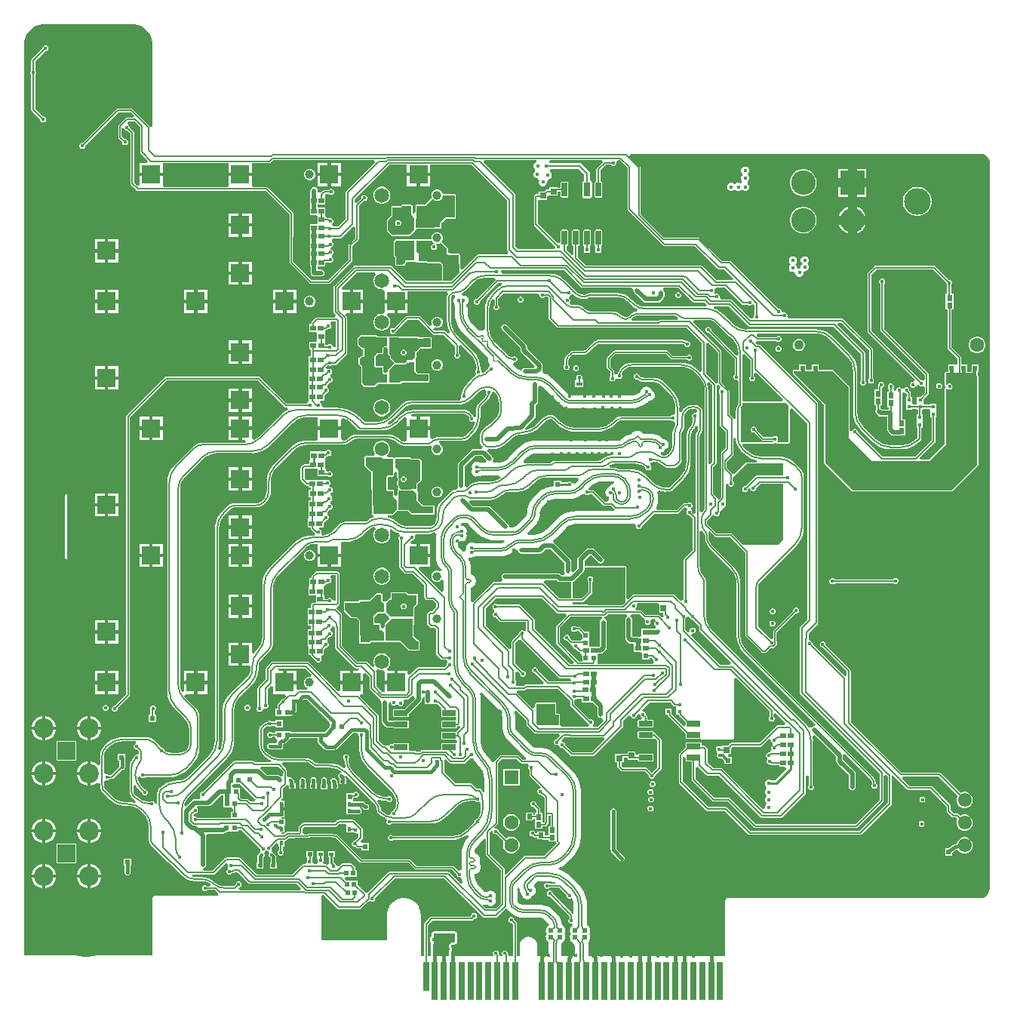
<source format=gbr>
G04*
G04 #@! TF.GenerationSoftware,Altium Limited,Altium Designer,23.7.1 (13)*
G04*
G04 Layer_Physical_Order=4*
G04 Layer_Color=16711680*
%FSLAX25Y25*%
%MOIN*%
G70*
G04*
G04 #@! TF.SameCoordinates,E44608C4-6370-4D0E-AFC6-BBC59DA78F3B*
G04*
G04*
G04 #@! TF.FilePolarity,Positive*
G04*
G01*
G75*
%ADD14C,0.01000*%
%ADD15C,0.00500*%
%ADD19R,0.01772X0.01772*%
%ADD20R,0.02559X0.02362*%
%ADD25R,0.02165X0.01968*%
%ADD26R,0.01772X0.01772*%
%ADD37R,0.02288X0.02016*%
%ADD38R,0.02016X0.02288*%
%ADD43R,0.02362X0.02559*%
%ADD49R,0.02657X0.01772*%
%ADD52R,0.02816X0.02648*%
%ADD53R,0.02756X0.02756*%
%ADD71R,0.02165X0.02165*%
%ADD78R,0.02756X0.02756*%
%ADD109R,0.02800X0.16500*%
%ADD110R,0.02800X0.12600*%
%ADD159C,0.04331*%
%ADD160C,0.06299*%
%ADD169C,0.11800*%
%ADD170R,0.10827X0.10827*%
%ADD171C,0.10827*%
%ADD176C,0.00538*%
%ADD177C,0.00699*%
%ADD178C,0.02000*%
%ADD179C,0.00727*%
%ADD181C,0.00538*%
%ADD182C,0.00699*%
%ADD183C,0.00800*%
%ADD184C,0.01500*%
%ADD185C,0.01800*%
%ADD186C,0.01200*%
%ADD187C,0.06496*%
%ADD188R,0.08268X0.08268*%
%ADD189C,0.03937*%
%ADD190C,0.08661*%
%ADD191R,0.07874X0.07874*%
%ADD192R,0.06102X0.06102*%
%ADD193C,0.06102*%
%ADD194C,0.25591*%
%ADD195R,0.06299X0.06299*%
%ADD196C,0.25000*%
%ADD197C,0.01600*%
%ADD198C,0.02598*%
G04:AMPARAMS|DCode=201|XSize=61.02mil|YSize=23.62mil|CornerRadius=2.01mil|HoleSize=0mil|Usage=FLASHONLY|Rotation=180.000|XOffset=0mil|YOffset=0mil|HoleType=Round|Shape=RoundedRectangle|*
%AMROUNDEDRECTD201*
21,1,0.06102,0.01961,0,0,180.0*
21,1,0.05701,0.02362,0,0,180.0*
1,1,0.00402,-0.02850,0.00980*
1,1,0.00402,0.02850,0.00980*
1,1,0.00402,0.02850,-0.00980*
1,1,0.00402,-0.02850,-0.00980*
%
%ADD201ROUNDEDRECTD201*%
%ADD202R,0.02953X0.03543*%
%ADD203R,0.03543X0.02953*%
%ADD204R,0.03937X0.03543*%
%ADD205R,0.04355X0.03773*%
%ADD206R,0.02631X0.02648*%
%ADD207R,0.03543X0.03937*%
%ADD208R,0.02254X0.02237*%
%ADD209R,0.02237X0.02254*%
%ADD210R,0.01860X0.01843*%
G04:AMPARAMS|DCode=211|XSize=61.02mil|YSize=23.62mil|CornerRadius=2.01mil|HoleSize=0mil|Usage=FLASHONLY|Rotation=90.000|XOffset=0mil|YOffset=0mil|HoleType=Round|Shape=RoundedRectangle|*
%AMROUNDEDRECTD211*
21,1,0.06102,0.01961,0,0,90.0*
21,1,0.05701,0.02362,0,0,90.0*
1,1,0.00402,0.00980,0.02850*
1,1,0.00402,0.00980,-0.02850*
1,1,0.00402,-0.00980,-0.02850*
1,1,0.00402,-0.00980,0.02850*
%
%ADD211ROUNDEDRECTD211*%
%ADD212R,0.02520X0.02677*%
%ADD213R,0.01968X0.01575*%
%ADD214R,0.01575X0.01968*%
%ADD215R,0.02284X0.02126*%
%ADD216R,0.02677X0.02520*%
G36*
X21330Y21189D02*
X23040Y20849D01*
X24651Y20182D01*
X26100Y19214D01*
X27333Y17981D01*
X28302Y16531D01*
X28969Y14920D01*
X29309Y13210D01*
Y12424D01*
X29302Y12371D01*
X29307Y12285D01*
X29290Y12201D01*
Y-24140D01*
X28290Y-24239D01*
X28266Y-24117D01*
X28100Y-23869D01*
X20619Y-16388D01*
X20371Y-16223D01*
X20079Y-16164D01*
X14055D01*
X13762Y-16223D01*
X13514Y-16388D01*
X-1376Y-31279D01*
X-1853D01*
X-2331Y-31477D01*
X-2697Y-31842D01*
X-2895Y-32320D01*
Y-32837D01*
X-2697Y-33315D01*
X-2331Y-33681D01*
X-1853Y-33879D01*
X-1336D01*
X-859Y-33681D01*
X-493Y-33315D01*
X-295Y-32837D01*
Y-32360D01*
X14371Y-17694D01*
X19762D01*
X21201Y-19133D01*
X20787Y-20133D01*
X17967D01*
X17674Y-20191D01*
X17426Y-20357D01*
X14420Y-23363D01*
X14254Y-23611D01*
X14196Y-23904D01*
Y-28629D01*
X14254Y-28921D01*
X14420Y-29170D01*
X15923Y-30673D01*
Y-31150D01*
X16121Y-31628D01*
X16487Y-31994D01*
X16965Y-32192D01*
X17482D01*
X17960Y-31994D01*
X18325Y-31628D01*
X18523Y-31150D01*
Y-30633D01*
X18325Y-30155D01*
X17960Y-29790D01*
X17482Y-29592D01*
X17005D01*
X15725Y-28312D01*
Y-24787D01*
X16667Y-24645D01*
X16865Y-25123D01*
X17230Y-25489D01*
X17708Y-25687D01*
X18022D01*
X19578Y-27243D01*
Y-49199D01*
X19645Y-49536D01*
X19836Y-49821D01*
X22212Y-52197D01*
X22498Y-52388D01*
X22835Y-52455D01*
X79455D01*
X89838Y-62838D01*
Y-72484D01*
X89905Y-72821D01*
X89954Y-72894D01*
Y-83977D01*
X90012Y-84269D01*
X90178Y-84517D01*
X98820Y-93160D01*
X99068Y-93326D01*
X99361Y-93384D01*
X107386D01*
X107678Y-93326D01*
X107927Y-93160D01*
X117356Y-83730D01*
X117522Y-83482D01*
X117580Y-83190D01*
X117580Y-83189D01*
Y-76891D01*
X120295Y-74177D01*
X120461Y-73929D01*
X120519Y-73636D01*
Y-59076D01*
X122685Y-56910D01*
X123162D01*
X123640Y-56712D01*
X124005Y-56346D01*
X124203Y-55869D01*
Y-55352D01*
X124005Y-54874D01*
X123640Y-54508D01*
X123162Y-54310D01*
X122645D01*
X122167Y-54508D01*
X121801Y-54874D01*
X121603Y-55352D01*
Y-55829D01*
X119632Y-57800D01*
X118632Y-57386D01*
Y-56268D01*
X134019Y-40880D01*
X141717D01*
Y-44407D01*
X146850D01*
X151984D01*
Y-40880D01*
X170200D01*
X186127Y-56808D01*
Y-78601D01*
X186195Y-78938D01*
X186385Y-79224D01*
X186765Y-79603D01*
X186382Y-80526D01*
X173429D01*
X173092Y-80594D01*
X172807Y-80784D01*
X166314Y-87277D01*
X165388Y-86900D01*
X165315Y-80808D01*
X165235Y-80620D01*
X165235Y-80620D01*
X165156Y-80432D01*
X165156Y-80432D01*
X164982Y-80257D01*
X164599Y-80099D01*
X164599Y-80099D01*
X164599Y-80099D01*
X160743D01*
X159860Y-79255D01*
X159860Y-78411D01*
X159860Y-77928D01*
X159860Y-77928D01*
X159819Y-77428D01*
X159584D01*
X156997Y-74841D01*
X157211Y-74627D01*
X157587Y-73719D01*
Y-72737D01*
X157211Y-71830D01*
X156516Y-71136D01*
X155609Y-70760D01*
X154627D01*
X153720Y-71136D01*
X153025Y-71830D01*
X152650Y-72737D01*
Y-73719D01*
X152627Y-73754D01*
X145966D01*
X145867Y-73795D01*
X145097D01*
X144997Y-73754D01*
X137170D01*
X137170Y-73754D01*
X136787Y-73912D01*
X136787Y-73912D01*
X136069Y-74631D01*
X135910Y-75013D01*
X135910Y-75013D01*
Y-80919D01*
X135910Y-80919D01*
X136069Y-81301D01*
X136501Y-81733D01*
Y-85052D01*
X136542Y-85152D01*
Y-85552D01*
X136942D01*
X137042Y-85594D01*
X139995D01*
X140094Y-85552D01*
X140495D01*
Y-85318D01*
X140828Y-84985D01*
X140842Y-84950D01*
X140877Y-84935D01*
X141328Y-84485D01*
X141486Y-84102D01*
X142410Y-83822D01*
X144882D01*
X144981Y-83781D01*
X145382D01*
Y-83781D01*
X146282Y-84022D01*
X146382Y-84063D01*
Y-84063D01*
X146882Y-84104D01*
X150595D01*
X150759Y-84268D01*
X151142Y-84426D01*
X151142Y-84426D01*
X156484D01*
X157272Y-85214D01*
Y-92246D01*
X141699D01*
X135153Y-85700D01*
X134867Y-85509D01*
X134530Y-85442D01*
X118798D01*
X118461Y-85509D01*
X118175Y-85700D01*
X109550Y-94325D01*
X109360Y-94611D01*
X109292Y-94947D01*
Y-105898D01*
X109360Y-106235D01*
X109550Y-106521D01*
X110341Y-107311D01*
X109926Y-108311D01*
X101910D01*
X101573Y-108379D01*
X101287Y-108569D01*
X99760Y-110097D01*
X99569Y-110382D01*
X99502Y-110719D01*
Y-111283D01*
X98603D01*
Y-114645D01*
X101268D01*
X102049Y-115173D01*
Y-118535D01*
X101236Y-118988D01*
X98710D01*
Y-122350D01*
X99282D01*
Y-125553D01*
X98383D01*
Y-128667D01*
X98383Y-128915D01*
X98383D01*
X98415Y-129654D01*
X98415D01*
Y-133016D01*
X98415Y-133016D01*
X98222Y-133670D01*
X98222D01*
X98222Y-133936D01*
Y-137033D01*
X98222D01*
Y-137295D01*
X98222D01*
Y-140657D01*
X98240D01*
X98316Y-141626D01*
X98316D01*
Y-144988D01*
X98316D01*
X98082Y-145891D01*
X97704Y-146305D01*
X88730D01*
X77098Y-134672D01*
X76812Y-134481D01*
X76475Y-134414D01*
X35178D01*
X35178Y-134414D01*
X34841Y-134481D01*
X34555Y-134672D01*
X17881Y-151346D01*
X17691Y-151632D01*
X17624Y-151969D01*
Y-274911D01*
X12673Y-279862D01*
X12359D01*
X11882Y-280060D01*
X11516Y-280426D01*
X11318Y-280904D01*
Y-281421D01*
X11516Y-281899D01*
X11882Y-282264D01*
X12359Y-282462D01*
X12877D01*
X13354Y-282264D01*
X13720Y-281899D01*
X13918Y-281421D01*
Y-281107D01*
X19127Y-275899D01*
X19317Y-275613D01*
X19384Y-275276D01*
Y-152333D01*
X35542Y-136175D01*
X76110D01*
X87743Y-147808D01*
X88028Y-147998D01*
X88365Y-148065D01*
X89024D01*
X89223Y-149065D01*
X88619Y-149316D01*
X87161Y-150209D01*
X85861Y-151320D01*
X85872Y-151331D01*
X76188Y-161015D01*
X76168Y-161047D01*
X74813Y-162159D01*
X74244Y-162462D01*
X73244Y-161863D01*
Y-158112D01*
X68860D01*
Y-162496D01*
X70222D01*
X70704Y-163496D01*
X70613Y-163611D01*
X69776Y-163694D01*
X69740Y-163687D01*
X51220D01*
Y-163659D01*
X49863Y-163837D01*
X48598Y-164361D01*
X47512Y-165194D01*
X47532Y-165214D01*
X39104Y-173642D01*
X39093Y-173630D01*
X37982Y-174930D01*
X37089Y-176388D01*
X36434Y-177968D01*
X36035Y-179630D01*
X35901Y-181335D01*
X35918D01*
Y-273306D01*
X35901D01*
X36035Y-275011D01*
X36434Y-276673D01*
X37089Y-278253D01*
X37982Y-279711D01*
X39093Y-281011D01*
X39104Y-281000D01*
X43387Y-285282D01*
X43392Y-285286D01*
X44287Y-286376D01*
X44955Y-287625D01*
X45366Y-288981D01*
X45504Y-290385D01*
X45503Y-290390D01*
Y-296824D01*
X45497D01*
X45390Y-297640D01*
X45120Y-298290D01*
X44656Y-298946D01*
X44572Y-299056D01*
X43825Y-299655D01*
X43820Y-299659D01*
X43429Y-299960D01*
X42079Y-300518D01*
X40676Y-300703D01*
X40631Y-300694D01*
X37943D01*
X37898Y-300703D01*
X36495Y-300518D01*
X35146Y-299960D01*
X34675Y-299598D01*
Y-299424D01*
X34477Y-298946D01*
X34111Y-298581D01*
X33634Y-298383D01*
X33320D01*
X30534Y-295597D01*
X30543Y-295587D01*
X29599Y-294812D01*
X28521Y-294236D01*
X27352Y-293881D01*
X26136Y-293762D01*
Y-293775D01*
X16419D01*
Y-293758D01*
X14714Y-293892D01*
X13051Y-294291D01*
X11471Y-294946D01*
X10013Y-295839D01*
X8713Y-296950D01*
X8713Y-296950D01*
X8020Y-297648D01*
X8020Y-297648D01*
X7244Y-298593D01*
X6668Y-299672D01*
X6313Y-300842D01*
X6193Y-302059D01*
X6206D01*
Y-305757D01*
X5206Y-306171D01*
X4612Y-305577D01*
X3396Y-304875D01*
X2089Y-304525D01*
Y-309842D01*
Y-315160D01*
X3396Y-314810D01*
X4612Y-314108D01*
X4755Y-313965D01*
X5951Y-314130D01*
X6190Y-314467D01*
X6324Y-316171D01*
X6544Y-317090D01*
X6572Y-317231D01*
X6763Y-317516D01*
X10045Y-320798D01*
X10734Y-321523D01*
X10734Y-321523D01*
X12061Y-322612D01*
X13576Y-323422D01*
X15220Y-323920D01*
X16929Y-324089D01*
Y-324063D01*
X18172D01*
X18209Y-324056D01*
X19953Y-324228D01*
X21666Y-324748D01*
X23245Y-325591D01*
X23912Y-326139D01*
X24655Y-326810D01*
X24655Y-326810D01*
Y-326810D01*
X25385Y-327472D01*
X26307Y-328595D01*
X27109Y-330096D01*
X27603Y-331725D01*
X27767Y-333390D01*
X27761Y-333419D01*
Y-339234D01*
X27761Y-339234D01*
X27751D01*
X27858Y-340045D01*
X27911Y-340172D01*
X28119Y-340675D01*
X28171Y-340801D01*
X28670Y-341451D01*
X29384Y-342151D01*
X36288Y-349055D01*
X36276Y-349067D01*
X37576Y-350177D01*
X38144Y-350525D01*
X42710Y-355091D01*
X42696Y-355105D01*
X43845Y-356047D01*
X45155Y-356748D01*
X46577Y-357179D01*
X48056Y-357325D01*
Y-357305D01*
X50993D01*
X50995Y-357305D01*
X52363Y-357439D01*
X53680Y-357839D01*
X54894Y-358488D01*
X55129Y-358681D01*
X55101Y-359046D01*
X54771Y-359681D01*
X53633D01*
X53295Y-359344D01*
X52818Y-359146D01*
X52301D01*
X51823Y-359344D01*
X51457Y-359709D01*
X51259Y-360187D01*
Y-360704D01*
X51457Y-361182D01*
X51823Y-361548D01*
X52301Y-361746D01*
X52818D01*
X53295Y-361548D01*
X53633Y-361210D01*
X56853D01*
X58410Y-362767D01*
X58441Y-362787D01*
X58220Y-363787D01*
X30513Y-363787D01*
X30045Y-363880D01*
X29648Y-364146D01*
X29383Y-364543D01*
X29290Y-365011D01*
Y-389990D01*
X-27321D01*
X-27321Y12201D01*
X-27338Y12285D01*
X-27333Y12371D01*
X-27341Y12424D01*
X-27341Y13210D01*
X-27000Y14920D01*
X-26333Y16531D01*
X-25365Y17981D01*
X-24132Y19214D01*
X-22682Y20182D01*
X-21072Y20849D01*
X-19362Y21189D01*
X-18575D01*
X-18522Y21182D01*
X-18436Y21187D01*
X-18352Y21170D01*
X20320D01*
X20405Y21187D01*
X20490Y21182D01*
X20544Y21189D01*
X21330Y21189D01*
D02*
G37*
G36*
X396477Y-36231D02*
X397185Y-36509D01*
X397824Y-36921D01*
X398372Y-37449D01*
X398805Y-38073D01*
X399109Y-38770D01*
X399271Y-39513D01*
X399278Y-39882D01*
X399278Y-360436D01*
X399278Y-360436D01*
X399278Y-360931D01*
X399114Y-361757D01*
X398791Y-362536D01*
X398323Y-363237D01*
X397727Y-363832D01*
X397026Y-364301D01*
X396248Y-364623D01*
X395421Y-364788D01*
X395000Y-364788D01*
X283663D01*
X283195Y-364881D01*
X282798Y-365146D01*
X282533Y-365543D01*
X282439Y-366011D01*
Y-389990D01*
Y-390551D01*
X222073D01*
Y-389990D01*
Y-385375D01*
X222059Y-385305D01*
X222047Y-385242D01*
X221917Y-384253D01*
X222018Y-383964D01*
X222018Y-383964D01*
X222211Y-383676D01*
X222430Y-383389D01*
X222477Y-383277D01*
X222537Y-383187D01*
X222558Y-383081D01*
X222700Y-382738D01*
X222792Y-382039D01*
X222815D01*
X222633Y-381122D01*
X222284Y-380600D01*
X222633Y-380078D01*
X222815Y-379161D01*
X222792D01*
X222700Y-378462D01*
X222558Y-378119D01*
X222537Y-378013D01*
X222477Y-377923D01*
X222430Y-377811D01*
X222211Y-377524D01*
X222018Y-377236D01*
X222018Y-377236D01*
X222018Y-377236D01*
X221383Y-376601D01*
Y-368140D01*
X221376Y-368104D01*
X221212Y-366020D01*
X220715Y-363952D01*
X219902Y-361988D01*
X218791Y-360175D01*
X217433Y-358585D01*
X217413Y-358555D01*
X214352Y-355494D01*
X214322Y-355474D01*
X212732Y-354116D01*
X210919Y-353005D01*
X210713Y-352920D01*
X209560Y-352442D01*
D01*
X208955Y-352192D01*
X208821Y-352160D01*
X208806Y-351660D01*
X209030Y-351592D01*
X209671Y-351249D01*
X210799Y-350646D01*
X212349Y-349374D01*
X212345Y-349371D01*
X213124Y-348592D01*
X214310Y-347406D01*
X214663Y-347053D01*
X214664Y-347053D01*
X214663Y-347053D01*
X214679Y-347029D01*
X216021Y-345459D01*
X217114Y-343674D01*
X217915Y-341740D01*
X218404Y-339704D01*
X218566Y-337645D01*
X218572Y-337618D01*
Y-317117D01*
X218556Y-317038D01*
X218423Y-315346D01*
X218008Y-313618D01*
X217328Y-311977D01*
X216806Y-311125D01*
D01*
X216400Y-310462D01*
X215298Y-309172D01*
X215253Y-309105D01*
X207131Y-300983D01*
X207088Y-300954D01*
X205888Y-299969D01*
X204473Y-299213D01*
X202938Y-298747D01*
X201392Y-298595D01*
X201342Y-298585D01*
X199297D01*
X199230Y-298599D01*
X198451Y-298496D01*
X197756Y-298208D01*
X196996Y-297630D01*
X196994Y-297626D01*
X196994Y-297626D01*
X196290Y-296923D01*
X190223Y-290855D01*
X190160Y-290813D01*
X189802Y-290277D01*
X189675Y-289642D01*
X189690Y-289566D01*
Y-286340D01*
X189685Y-286313D01*
X189678Y-286223D01*
X189689Y-286167D01*
X189682Y-286131D01*
X189663Y-286037D01*
X189523Y-284254D01*
X189103Y-282503D01*
X190009Y-281995D01*
X194513Y-286499D01*
Y-288137D01*
X194580Y-288474D01*
X194771Y-288759D01*
X197859Y-291847D01*
X198144Y-292038D01*
X198481Y-292105D01*
X199013D01*
X199018Y-292108D01*
X199355Y-292175D01*
X199355Y-292175D01*
X209040D01*
X209455Y-293175D01*
X207958Y-294672D01*
X207715D01*
X207238Y-294869D01*
X206872Y-295235D01*
X206674Y-295713D01*
Y-296230D01*
X206872Y-296708D01*
X207238Y-297074D01*
X207715Y-297271D01*
X208232D01*
X209034Y-297476D01*
X209314Y-297823D01*
X209384Y-297992D01*
X209750Y-298358D01*
X210228Y-298556D01*
X210541D01*
X213883Y-301898D01*
X214169Y-302088D01*
X214506Y-302155D01*
X223875D01*
X224212Y-302088D01*
X224498Y-301898D01*
X236974Y-289421D01*
X237165Y-289136D01*
X237232Y-288799D01*
Y-286499D01*
X239609Y-284122D01*
X240609Y-284432D01*
X240807Y-284910D01*
X241172Y-285275D01*
X241650Y-285473D01*
X242167D01*
X242645Y-285275D01*
X243011Y-284910D01*
X243209Y-284432D01*
Y-284118D01*
X243909Y-283418D01*
X243939Y-283425D01*
X244832Y-283909D01*
Y-284129D01*
X245030Y-284606D01*
X245396Y-284972D01*
X245535Y-285030D01*
X245336Y-286030D01*
X244378D01*
X244104Y-286084D01*
X243872Y-286239D01*
X243718Y-286471D01*
X243663Y-286744D01*
Y-288705D01*
X243718Y-288978D01*
X243872Y-289210D01*
X244104Y-289365D01*
X244378Y-289419D01*
X250079D01*
X250352Y-289365D01*
X250584Y-289210D01*
X250739Y-288978D01*
X250793Y-288705D01*
Y-286744D01*
X250739Y-286471D01*
X250584Y-286239D01*
X250352Y-286084D01*
X250079Y-286030D01*
X248109D01*
Y-285202D01*
X248042Y-284865D01*
X247851Y-284579D01*
X247423Y-284152D01*
X247432Y-284129D01*
Y-283611D01*
X247235Y-283134D01*
X246869Y-282768D01*
X246391Y-282570D01*
X246171D01*
X245687Y-281677D01*
X245681Y-281646D01*
X248853Y-278473D01*
X258209D01*
X258588Y-278852D01*
X258779Y-279138D01*
X259606Y-279965D01*
X259892Y-280156D01*
X260228Y-280223D01*
X260537D01*
X260819Y-281106D01*
X260819Y-281106D01*
X260819D01*
X260819Y-281106D01*
Y-283878D01*
X261855D01*
X261913Y-284171D01*
X262104Y-284456D01*
X264923Y-287275D01*
Y-288370D01*
X264042Y-288810D01*
X263958Y-288820D01*
X258733Y-283595D01*
Y-283014D01*
X258733Y-283014D01*
X258716Y-282929D01*
Y-281106D01*
X255944D01*
Y-283878D01*
X256972D01*
Y-283959D01*
X257039Y-284296D01*
X257230Y-284582D01*
X264923Y-292275D01*
Y-293705D01*
X264977Y-293978D01*
X265132Y-294210D01*
X265364Y-294365D01*
X265638Y-294419D01*
X271338D01*
X271532Y-294381D01*
X271618Y-294587D01*
X272000Y-294746D01*
X285780D01*
X286162Y-294587D01*
X286321Y-294205D01*
Y-267929D01*
X287321Y-267515D01*
X302144Y-282338D01*
Y-284486D01*
X301806Y-284823D01*
X301608Y-285301D01*
Y-285818D01*
X301806Y-286296D01*
X302172Y-286662D01*
X302650Y-286860D01*
X303167D01*
X303645Y-286662D01*
X304011Y-286296D01*
X304208Y-285818D01*
Y-285301D01*
X304011Y-284823D01*
X303673Y-284486D01*
Y-283338D01*
X304597Y-282956D01*
X309051Y-287409D01*
X309043Y-287564D01*
X308729Y-288409D01*
X305758D01*
X305421Y-288476D01*
X305135Y-288667D01*
X297564Y-296239D01*
X285093D01*
X285093Y-296239D01*
X284756Y-296306D01*
X284471Y-296497D01*
X283965Y-297002D01*
X283774Y-297288D01*
X283735Y-297483D01*
X281183D01*
Y-297483D01*
X280258Y-297874D01*
X279780Y-297677D01*
X279263D01*
X278785Y-297874D01*
X278419Y-298240D01*
X278221Y-298718D01*
Y-299235D01*
X278419Y-299713D01*
X278656Y-299950D01*
X278787Y-300098D01*
X278905Y-301008D01*
X278708Y-301485D01*
Y-302003D01*
X278905Y-302481D01*
X279271Y-302846D01*
X279749Y-303044D01*
X280266D01*
X280512Y-302942D01*
X280725D01*
X281892Y-304109D01*
Y-305539D01*
X285180D01*
Y-302523D01*
X283847D01*
X283547Y-302130D01*
X284042Y-301130D01*
X284999D01*
Y-298728D01*
X285210Y-298517D01*
X285401Y-298231D01*
X285444Y-298013D01*
X285458Y-298000D01*
X297928D01*
X298265Y-297933D01*
X298551Y-297742D01*
X301751Y-294541D01*
X302326Y-294763D01*
X302675Y-295031D01*
Y-295416D01*
X302873Y-295894D01*
X303239Y-296260D01*
X303319Y-296293D01*
Y-297375D01*
X303239Y-297408D01*
X302873Y-297774D01*
X302675Y-298252D01*
Y-298769D01*
X302873Y-299247D01*
X302471Y-300167D01*
X301959Y-300439D01*
X301442D01*
X300964Y-300637D01*
X300598Y-301002D01*
X300400Y-301480D01*
Y-301997D01*
X300598Y-302475D01*
X300758Y-302635D01*
X300959Y-302938D01*
X300912Y-303787D01*
X300715Y-304264D01*
Y-304782D01*
X300912Y-305259D01*
X301278Y-305625D01*
X301756Y-305823D01*
X302273D01*
X302296Y-305814D01*
X302349Y-305866D01*
X302634Y-306057D01*
X302971Y-306124D01*
X306257D01*
Y-306925D01*
X308734D01*
X309181Y-307892D01*
X304321Y-312752D01*
X302820D01*
X302167Y-312481D01*
X301450D01*
X300789Y-312755D01*
X300283Y-313262D01*
X300009Y-313923D01*
Y-314639D01*
X300283Y-315301D01*
X300449Y-315468D01*
X300623Y-316207D01*
X300405Y-316730D01*
X300174Y-316961D01*
X299900Y-317622D01*
Y-318338D01*
X300174Y-319000D01*
X300287Y-319113D01*
X300617Y-319655D01*
X300287Y-320420D01*
X300275Y-320432D01*
X300001Y-321094D01*
Y-321810D01*
X300275Y-322471D01*
X300306Y-322502D01*
X300680Y-323155D01*
X300306Y-323809D01*
X300275Y-323840D01*
X300001Y-324501D01*
Y-324983D01*
X299317Y-325407D01*
X299077Y-325473D01*
X281151Y-307547D01*
X280866Y-307356D01*
X280528Y-307289D01*
X277034D01*
X274666Y-304921D01*
Y-299101D01*
X274666Y-299101D01*
X274599Y-298764D01*
X274408Y-298478D01*
X273607Y-297677D01*
X273322Y-297486D01*
X272985Y-297419D01*
X272053D01*
Y-296744D01*
X271999Y-296471D01*
X271844Y-296239D01*
X271612Y-296084D01*
X271338Y-296030D01*
X265638D01*
X265364Y-296084D01*
X265132Y-296239D01*
X264977Y-296471D01*
X264923Y-296744D01*
Y-298174D01*
X262104Y-300993D01*
X261913Y-301278D01*
X261846Y-301615D01*
Y-313489D01*
X261913Y-313826D01*
X262104Y-314111D01*
X274073Y-326080D01*
X274358Y-326270D01*
X274695Y-326337D01*
X282413D01*
X292746Y-336670D01*
X293032Y-336861D01*
X293369Y-336928D01*
X342139D01*
X342476Y-336861D01*
X342761Y-336670D01*
X355741Y-323691D01*
X355931Y-323405D01*
X355998Y-323068D01*
X355998Y-323068D01*
Y-311425D01*
Y-310732D01*
X355998Y-310732D01*
X356034Y-310689D01*
X356677D01*
X362722Y-316734D01*
X362830Y-316843D01*
X363116Y-317034D01*
X363453Y-317101D01*
X372864D01*
X380222Y-324459D01*
Y-326303D01*
X380289Y-326640D01*
X380480Y-326926D01*
X382562Y-329008D01*
X382847Y-329199D01*
X383184Y-329266D01*
X384221D01*
X384688Y-329875D01*
X384858Y-330206D01*
X384638Y-331029D01*
Y-331964D01*
X384880Y-332867D01*
X385347Y-333677D01*
X386009Y-334338D01*
X386818Y-334805D01*
X387721Y-335047D01*
X388656D01*
X389560Y-334805D01*
X390370Y-334338D01*
X391031Y-333677D01*
X391498Y-332867D01*
X391740Y-331964D01*
Y-331029D01*
X391498Y-330125D01*
X391031Y-329316D01*
X390370Y-328654D01*
X389560Y-328187D01*
X388656Y-327945D01*
X387721D01*
X386818Y-328187D01*
X386379Y-328441D01*
X385701Y-327763D01*
X385415Y-327572D01*
X385078Y-327505D01*
X383549D01*
X381983Y-325939D01*
Y-324094D01*
X381916Y-323757D01*
X381725Y-323472D01*
X373851Y-315598D01*
X373565Y-315407D01*
X373228Y-315340D01*
X363817D01*
X360594Y-312117D01*
X361008Y-311117D01*
X376564D01*
X385134Y-319686D01*
X384880Y-320125D01*
X384638Y-321028D01*
Y-321964D01*
X384880Y-322867D01*
X385347Y-323676D01*
X386009Y-324338D01*
X386818Y-324805D01*
X387721Y-325047D01*
X388656D01*
X389560Y-324805D01*
X390370Y-324338D01*
X391031Y-323676D01*
X391498Y-322867D01*
X391740Y-321964D01*
Y-321028D01*
X391498Y-320125D01*
X391031Y-319316D01*
X390370Y-318654D01*
X389560Y-318187D01*
X388656Y-317945D01*
X387721D01*
X386818Y-318187D01*
X386379Y-318441D01*
X377552Y-309614D01*
X377266Y-309423D01*
X376929Y-309356D01*
X360203D01*
X337888Y-287041D01*
Y-264320D01*
X337888Y-264320D01*
X337821Y-263983D01*
X337630Y-263697D01*
X326769Y-252836D01*
Y-252522D01*
X326571Y-252044D01*
X326205Y-251679D01*
X325727Y-251481D01*
X325210D01*
X324732Y-251679D01*
X324367Y-252044D01*
X324169Y-252522D01*
Y-253039D01*
X324367Y-253517D01*
X324732Y-253883D01*
X325210Y-254081D01*
X325524D01*
X336127Y-264685D01*
Y-266326D01*
X335127Y-266740D01*
X320985Y-252598D01*
Y-252285D01*
X320787Y-251807D01*
X320422Y-251441D01*
X319944Y-251243D01*
X319804D01*
X319494Y-250921D01*
X319171Y-250443D01*
X319131Y-250319D01*
X319161Y-250168D01*
Y-247728D01*
X323177Y-243712D01*
X323368Y-243427D01*
X323434Y-243090D01*
X323434Y-243090D01*
Y-146534D01*
X323368Y-146197D01*
X323177Y-145911D01*
X297862Y-120596D01*
X297576Y-120405D01*
X297239Y-120338D01*
X296484D01*
X295658Y-119513D01*
X295653Y-119336D01*
X295833Y-119123D01*
X296597Y-118626D01*
X296597Y-118626D01*
X304832D01*
X305169Y-118963D01*
X305647Y-119161D01*
X306164D01*
X306642Y-118963D01*
X307008Y-118598D01*
X307206Y-118120D01*
Y-117603D01*
X307008Y-117125D01*
X306642Y-116759D01*
X306164Y-116561D01*
X305647D01*
X305169Y-116759D01*
X304832Y-117097D01*
X296913D01*
X296191Y-116374D01*
X296605Y-115374D01*
X322254D01*
X322291Y-115367D01*
X324035Y-115539D01*
X325748Y-116058D01*
X327327Y-116902D01*
X328682Y-118014D01*
X328703Y-118045D01*
X336289Y-125631D01*
X336320Y-125652D01*
X337432Y-127007D01*
X338276Y-128586D01*
X338796Y-130299D01*
X338968Y-132043D01*
X338960Y-132080D01*
Y-150101D01*
X338944D01*
X339078Y-151805D01*
X339477Y-153468D01*
X340131Y-155048D01*
X341025Y-156506D01*
X342135Y-157806D01*
X342147Y-157794D01*
X347691Y-163338D01*
X347679Y-163350D01*
X348979Y-164461D01*
X350437Y-165354D01*
X352017Y-166008D01*
X353680Y-166408D01*
X355384Y-166542D01*
Y-166525D01*
X360152D01*
Y-166542D01*
X361857Y-166408D01*
X363520Y-166008D01*
X365099Y-165354D01*
X366557Y-164461D01*
X367858Y-163350D01*
X367846Y-163338D01*
X368872Y-162312D01*
X369063Y-162026D01*
X369130Y-161689D01*
X369130Y-161689D01*
Y-157040D01*
X369693D01*
X369693Y-154269D01*
X369693Y-153269D01*
Y-151119D01*
X369286D01*
Y-149211D01*
X369890D01*
Y-148705D01*
X372742D01*
X373024Y-149589D01*
X373024Y-150211D01*
Y-152360D01*
X373529D01*
Y-162666D01*
X366416Y-169779D01*
X351974D01*
X341021Y-158827D01*
Y-158514D01*
X340823Y-158036D01*
X340458Y-157670D01*
X339980Y-157472D01*
X339463D01*
X338985Y-157670D01*
X338619Y-158036D01*
X338421Y-158514D01*
X337453Y-158437D01*
Y-139151D01*
X337453Y-139151D01*
X337295Y-138768D01*
X330106Y-131580D01*
X329723Y-131421D01*
X329723Y-131421D01*
X323752D01*
Y-129232D01*
X320736D01*
Y-131421D01*
X318000D01*
Y-129232D01*
X314984D01*
Y-131421D01*
X312795D01*
X312413Y-131580D01*
X312254Y-131962D01*
Y-132881D01*
X312254Y-132881D01*
X312413Y-133264D01*
X326077Y-146928D01*
Y-172577D01*
X326235Y-172960D01*
X326235Y-172960D01*
X338350Y-185074D01*
X338732Y-185233D01*
X338732Y-185233D01*
X382480D01*
X382480Y-185233D01*
X382863Y-185074D01*
X382863Y-185074D01*
X394107Y-173830D01*
X394266Y-173447D01*
X394266Y-173447D01*
Y-134148D01*
X394266Y-134148D01*
X394107Y-133765D01*
X393862Y-133519D01*
X394044Y-132519D01*
X394225D01*
Y-129232D01*
X391208D01*
Y-131011D01*
X391184Y-131134D01*
Y-132340D01*
X389303D01*
Y-129232D01*
X386707D01*
Y-126016D01*
X386640Y-125679D01*
X386449Y-125394D01*
X382376Y-121321D01*
Y-104841D01*
X383177D01*
Y-101494D01*
Y-97935D01*
X382180D01*
Y-93918D01*
X382401Y-93696D01*
X382599Y-93218D01*
Y-92701D01*
X382401Y-92223D01*
X382036Y-91857D01*
X381558Y-91660D01*
X381244D01*
X375345Y-85760D01*
X375059Y-85569D01*
X374722Y-85502D01*
X348819D01*
X348482Y-85569D01*
X348196Y-85760D01*
X345512Y-88444D01*
X345321Y-88730D01*
X345254Y-89067D01*
Y-97741D01*
X345250Y-97748D01*
X345183Y-98085D01*
Y-114494D01*
X345250Y-114830D01*
X345441Y-115116D01*
X366240Y-135915D01*
X365673Y-136763D01*
X365613Y-136738D01*
X365096D01*
X364618Y-136936D01*
X364252Y-137302D01*
X364054Y-137779D01*
Y-138297D01*
X364252Y-138774D01*
X364618Y-139140D01*
X365096Y-139338D01*
X365613D01*
X366091Y-139140D01*
X366456Y-138774D01*
X366515Y-138633D01*
X367420Y-138087D01*
X367654Y-138023D01*
X367852Y-138105D01*
X367863Y-138132D01*
X368229Y-138498D01*
X368706Y-138696D01*
X369224D01*
X369574Y-138550D01*
X370124Y-138760D01*
X370574Y-139039D01*
Y-141360D01*
X368645Y-143290D01*
X367118D01*
X367118Y-146061D01*
X366837Y-146944D01*
X365250D01*
X364968Y-146061D01*
X364968Y-145439D01*
Y-143290D01*
X364463D01*
Y-141851D01*
X364463Y-141851D01*
X364396Y-141514D01*
X364205Y-141228D01*
X364205Y-141228D01*
X363802Y-140825D01*
X363811Y-140802D01*
Y-140285D01*
X363614Y-139807D01*
X363248Y-139441D01*
X362770Y-139243D01*
X362253D01*
X361775Y-139441D01*
X361409Y-139807D01*
X360354D01*
X359988Y-139441D01*
X359511Y-139243D01*
X358993D01*
X358516Y-139441D01*
X358150Y-139807D01*
X357952Y-140285D01*
X357225Y-140813D01*
X357136Y-140862D01*
X356841Y-140665D01*
X356656Y-139611D01*
X356854Y-139134D01*
Y-138617D01*
X356656Y-138139D01*
X356291Y-137773D01*
X355813Y-137575D01*
X355296D01*
X354818Y-137773D01*
X354452Y-138139D01*
X354254Y-138617D01*
Y-139134D01*
X354452Y-139611D01*
X354674Y-139833D01*
Y-141102D01*
X353873D01*
Y-144661D01*
Y-148007D01*
X354674D01*
Y-149030D01*
X351605D01*
X351361Y-148785D01*
X350881Y-148464D01*
Y-147110D01*
X351681D01*
Y-143763D01*
Y-141251D01*
X351698Y-141166D01*
X351698Y-141166D01*
Y-139313D01*
X352114Y-139140D01*
X352480Y-138774D01*
X352678Y-138297D01*
Y-137779D01*
X352480Y-137302D01*
X352114Y-136936D01*
X351637Y-136738D01*
X351119D01*
X350641Y-136936D01*
X350276Y-137302D01*
X350078Y-137779D01*
Y-138297D01*
X350101Y-138353D01*
X350004Y-138497D01*
X349937Y-138834D01*
Y-140204D01*
X348319D01*
Y-143763D01*
Y-147110D01*
X349120D01*
Y-148903D01*
X348867Y-149282D01*
X348750Y-149867D01*
X348867Y-150452D01*
X349198Y-150948D01*
X349890Y-151640D01*
X350386Y-151972D01*
X350972Y-152088D01*
X353885D01*
Y-157664D01*
X354001Y-158249D01*
X354333Y-158745D01*
X355654Y-160066D01*
X356150Y-160398D01*
X356735Y-160514D01*
X360059D01*
X360645Y-160398D01*
X360655Y-160391D01*
X362114D01*
Y-157044D01*
Y-153485D01*
X360496D01*
Y-141673D01*
X361094Y-141416D01*
X361496Y-141366D01*
X361775Y-141646D01*
X362253Y-141843D01*
X362330D01*
X362702Y-142216D01*
Y-143290D01*
X362197D01*
X362197Y-146061D01*
X362197Y-147061D01*
Y-149211D01*
X364968D01*
Y-148705D01*
X367118D01*
Y-149211D01*
X367525D01*
Y-151119D01*
X366921D01*
X366921Y-153891D01*
X366921Y-154891D01*
Y-157040D01*
X367369D01*
Y-161325D01*
X366601Y-162093D01*
X366580Y-162124D01*
X365225Y-163236D01*
X363646Y-164080D01*
X361933Y-164600D01*
X360189Y-164771D01*
X360152Y-164764D01*
X355384D01*
X355348Y-164771D01*
X353603Y-164600D01*
X351890Y-164080D01*
X350312Y-163236D01*
X348957Y-162124D01*
X348936Y-162093D01*
X343392Y-156549D01*
X343361Y-156529D01*
X342249Y-155173D01*
X341405Y-153595D01*
X340886Y-151882D01*
X340714Y-150137D01*
X340721Y-150101D01*
Y-132080D01*
X340738D01*
X340604Y-130375D01*
X340205Y-128713D01*
X339550Y-127133D01*
X338657Y-125675D01*
X337546Y-124375D01*
X337534Y-124386D01*
X329948Y-116800D01*
X329960Y-116788D01*
X328659Y-115678D01*
X327201Y-114784D01*
X325622Y-114130D01*
X323959Y-113731D01*
X322254Y-113596D01*
Y-113613D01*
X291952D01*
X291916Y-113620D01*
X290171Y-113449D01*
X288458Y-112929D01*
X286880Y-112085D01*
X285525Y-110973D01*
X285504Y-110942D01*
X281360Y-106798D01*
X281372Y-106786D01*
X280071Y-105676D01*
X278613Y-104782D01*
X277457Y-104303D01*
X277656Y-103303D01*
X283867D01*
X292692Y-112128D01*
X292977Y-112318D01*
X293314Y-112385D01*
X330335D01*
X342427Y-124477D01*
Y-136194D01*
X342205Y-136416D01*
X342007Y-136894D01*
Y-137411D01*
X342205Y-137889D01*
X342571Y-138254D01*
X343049Y-138452D01*
X343566D01*
X344043Y-138254D01*
X344409Y-137889D01*
X344607Y-137411D01*
Y-136894D01*
X344409Y-136416D01*
X344188Y-136194D01*
Y-124112D01*
X344188Y-124112D01*
X344121Y-123775D01*
X343930Y-123490D01*
X343930Y-123490D01*
X332075Y-111635D01*
X332489Y-110635D01*
X333698D01*
X345970Y-122907D01*
Y-135259D01*
X345748Y-135481D01*
X345550Y-135959D01*
Y-136476D01*
X345748Y-136953D01*
X346114Y-137319D01*
X346592Y-137517D01*
X347109D01*
X347587Y-137319D01*
X347952Y-136953D01*
X348150Y-136476D01*
Y-135959D01*
X347952Y-135481D01*
X347731Y-135259D01*
Y-122542D01*
X347664Y-122205D01*
X347473Y-121919D01*
X334686Y-109132D01*
X334400Y-108941D01*
X334063Y-108874D01*
X310403D01*
X310246Y-108730D01*
X309817Y-107874D01*
X309877Y-107729D01*
Y-107212D01*
X309679Y-106734D01*
X309313Y-106369D01*
X308835Y-106171D01*
X308318D01*
X308129Y-106249D01*
X307843Y-106141D01*
X307346Y-105795D01*
X307206Y-105632D01*
Y-105383D01*
X307008Y-104906D01*
X306642Y-104540D01*
X306164Y-104342D01*
X305687D01*
X284912Y-83567D01*
X284664Y-83401D01*
X284371Y-83343D01*
X281054D01*
X271108Y-73396D01*
X270859Y-73230D01*
X270567Y-73172D01*
X255267D01*
X245037Y-62942D01*
Y-42224D01*
X244979Y-41932D01*
X244813Y-41684D01*
X240156Y-37026D01*
X240538Y-36102D01*
X395327Y-36102D01*
X395338Y-36100D01*
X395349Y-36102D01*
X395729Y-36096D01*
X396477Y-36231D01*
D02*
G37*
G36*
X23842Y-24136D02*
Y-35216D01*
X23900Y-35509D01*
X24066Y-35757D01*
X27332Y-39024D01*
X26918Y-40024D01*
X23606D01*
Y-44407D01*
X28740D01*
X33874D01*
Y-40115D01*
X62976D01*
Y-44407D01*
X68110D01*
X73244D01*
Y-40115D01*
X81022D01*
X81314Y-40056D01*
X81563Y-39891D01*
X82703Y-38750D01*
X127370D01*
X127784Y-39750D01*
X114946Y-52588D01*
X114755Y-52874D01*
X114688Y-53211D01*
Y-64793D01*
X111243Y-68238D01*
X109234D01*
X108851Y-67836D01*
X108622Y-66848D01*
X108988Y-66482D01*
X109186Y-66005D01*
Y-65487D01*
X108988Y-65009D01*
X108622Y-64644D01*
X108144Y-64446D01*
X107627D01*
X107574Y-64468D01*
X107418Y-64363D01*
X107080Y-64297D01*
X106296D01*
X105815Y-63496D01*
X105808Y-63142D01*
X105808D01*
Y-59779D01*
X102211D01*
Y-58516D01*
X105808D01*
Y-55153D01*
X105808D01*
X105822Y-54159D01*
X106098Y-53794D01*
X107324D01*
X107545Y-54015D01*
X108023Y-54213D01*
X108540D01*
X109018Y-54015D01*
X109384Y-53650D01*
X109581Y-53172D01*
Y-52655D01*
X109384Y-52177D01*
X109018Y-51811D01*
X108540Y-51613D01*
X108023D01*
X107545Y-51811D01*
X107324Y-52033D01*
X105166D01*
X104829Y-52100D01*
X104544Y-52291D01*
X103652Y-53182D01*
X102752Y-53164D01*
X102459Y-53046D01*
X102259Y-52654D01*
X102317Y-52362D01*
X102200Y-51777D01*
X101869Y-51281D01*
X101373Y-50949D01*
X100787Y-50833D01*
X100202Y-50949D01*
X99706Y-51281D01*
X99600Y-51386D01*
X99269Y-51883D01*
X99152Y-52468D01*
Y-55153D01*
X98902D01*
Y-58516D01*
X99152D01*
Y-59779D01*
X98902D01*
Y-63142D01*
X101403D01*
X102256Y-63496D01*
X102256Y-66858D01*
X101341Y-67063D01*
X98902D01*
Y-69806D01*
X98902Y-70425D01*
X98902D01*
X98909Y-70803D01*
X98909D01*
Y-74165D01*
X98909D01*
Y-74937D01*
X98909D01*
Y-78299D01*
X98909D01*
X98902Y-78436D01*
X98902D01*
X98902Y-79296D01*
Y-81397D01*
X98902Y-81798D01*
X98902D01*
X98909Y-82394D01*
X98909D01*
Y-85756D01*
X99159D01*
Y-88730D01*
X99276Y-89315D01*
X99607Y-89811D01*
X100104Y-90143D01*
X100689Y-90259D01*
X103851D01*
X104436Y-90143D01*
X104932Y-89811D01*
X105264Y-89315D01*
X105380Y-88730D01*
X105264Y-88145D01*
X104932Y-87649D01*
X104436Y-87317D01*
X103851Y-87201D01*
X102218D01*
Y-85756D01*
X105815D01*
Y-84137D01*
X107324D01*
X107625Y-84078D01*
X107735Y-84123D01*
X108252D01*
X108730Y-83925D01*
X109096Y-83560D01*
X109293Y-83082D01*
Y-82565D01*
X109096Y-82087D01*
X108730Y-81721D01*
X108670Y-81154D01*
X108695Y-80624D01*
X108988Y-80331D01*
X109186Y-79853D01*
Y-79336D01*
X108988Y-78858D01*
X108622Y-78492D01*
X108144Y-78294D01*
X108167Y-77303D01*
X108180Y-77271D01*
X108658Y-77073D01*
X109024Y-76707D01*
X109222Y-76229D01*
Y-75712D01*
X109024Y-75234D01*
X108658Y-74869D01*
X108640Y-73779D01*
X108995Y-73407D01*
X112351D01*
X112688Y-73340D01*
X112973Y-73149D01*
X117989Y-68133D01*
X118989Y-68547D01*
Y-73319D01*
X116274Y-76034D01*
X116109Y-76282D01*
X116051Y-76575D01*
Y-82873D01*
X107069Y-91854D01*
X99677D01*
X91483Y-83660D01*
Y-72894D01*
X91532Y-72821D01*
X91599Y-72484D01*
Y-62474D01*
X91532Y-62137D01*
X91341Y-61851D01*
X80442Y-50952D01*
X80156Y-50761D01*
X79820Y-50694D01*
X74077D01*
X73244Y-50291D01*
X73244Y-49694D01*
Y-45908D01*
X68110D01*
X62976D01*
Y-49694D01*
X62976Y-50291D01*
X62143Y-50694D01*
X34707D01*
X33874Y-50291D01*
X33874Y-49694D01*
Y-45908D01*
X28740D01*
X23606D01*
Y-49687D01*
X22606Y-50101D01*
X21339Y-48834D01*
Y-26878D01*
X21272Y-26541D01*
X21081Y-26256D01*
X19267Y-24442D01*
Y-24128D01*
X19069Y-23650D01*
X18703Y-23285D01*
X18657Y-23265D01*
X18338Y-22163D01*
X18725Y-21663D01*
X21369D01*
X23842Y-24136D01*
D02*
G37*
G36*
X228317Y-39750D02*
X225741Y-42326D01*
X225550Y-42612D01*
X225483Y-42949D01*
Y-48305D01*
X225383D01*
X225110Y-48360D01*
X224878Y-48514D01*
X224723Y-48746D01*
X224669Y-49020D01*
Y-54720D01*
X224723Y-54994D01*
X224878Y-55226D01*
X225110Y-55380D01*
X225383Y-55435D01*
X227344D01*
X227618Y-55380D01*
X227849Y-55226D01*
X228004Y-54994D01*
X228059Y-54720D01*
Y-49020D01*
X228004Y-48746D01*
X227849Y-48514D01*
X227618Y-48360D01*
X227344Y-48305D01*
X227244D01*
Y-43314D01*
X229677Y-40880D01*
X232047D01*
X232268Y-41102D01*
X232746Y-41300D01*
X233263D01*
X233741Y-41102D01*
X234107Y-40736D01*
X234305Y-40259D01*
Y-39741D01*
X234854Y-38828D01*
X235833Y-38762D01*
X239218Y-42147D01*
Y-60384D01*
X239277Y-60676D01*
X239442Y-60925D01*
X255039Y-76521D01*
X255039Y-76521D01*
X255287Y-76687D01*
X255579Y-76745D01*
X268980D01*
X279020Y-86784D01*
X279268Y-86950D01*
X279560Y-87008D01*
X282069D01*
X286032Y-90971D01*
X285649Y-91895D01*
X278548D01*
X272232Y-85578D01*
X271946Y-85387D01*
X271609Y-85320D01*
X220727D01*
X217244Y-81837D01*
Y-76695D01*
X217344D01*
X217618Y-76640D01*
X217849Y-76486D01*
X218004Y-76254D01*
X218059Y-75980D01*
Y-70280D01*
X218004Y-70006D01*
X217849Y-69774D01*
X217618Y-69620D01*
X217344Y-69565D01*
X215383D01*
X215110Y-69620D01*
X214878Y-69774D01*
X214723Y-70006D01*
X214669Y-70280D01*
Y-75980D01*
X214723Y-76254D01*
X214878Y-76486D01*
X215110Y-76640D01*
X215383Y-76695D01*
X215483D01*
Y-80505D01*
X214559Y-80888D01*
X212244Y-78572D01*
Y-76695D01*
X212344D01*
X212617Y-76640D01*
X212849Y-76486D01*
X213004Y-76254D01*
X213059Y-75980D01*
Y-70280D01*
X213004Y-70006D01*
X212849Y-69774D01*
X212617Y-69620D01*
X212344Y-69565D01*
X210383D01*
X210110Y-69620D01*
X209878Y-69774D01*
X209723Y-70006D01*
X209669Y-70280D01*
Y-75020D01*
X209398Y-75297D01*
X208116Y-75304D01*
X199610Y-66798D01*
Y-57237D01*
X200067Y-56427D01*
X203587D01*
Y-55003D01*
X203780Y-54874D01*
X204639Y-54535D01*
Y-54535D01*
X208395D01*
Y-52750D01*
X209669D01*
Y-54720D01*
X209723Y-54994D01*
X209878Y-55226D01*
X210110Y-55380D01*
X210383Y-55435D01*
X212344D01*
X212617Y-55380D01*
X212849Y-55226D01*
X213004Y-54994D01*
X213059Y-54720D01*
Y-49020D01*
X213004Y-48746D01*
X212849Y-48514D01*
X212617Y-48360D01*
X212344Y-48305D01*
X210383D01*
X210110Y-48360D01*
X209878Y-48514D01*
X209723Y-48746D01*
X209669Y-49020D01*
Y-50990D01*
X208395D01*
Y-50779D01*
X204639D01*
Y-51777D01*
X203679D01*
X203342Y-51844D01*
X203057Y-52035D01*
X202342Y-52750D01*
X200067D01*
Y-53787D01*
X199155D01*
X198818Y-53854D01*
X198533Y-54044D01*
X198107Y-54470D01*
X197916Y-54756D01*
X197849Y-55093D01*
Y-67163D01*
X197916Y-67500D01*
X198107Y-67785D01*
X198107Y-67785D01*
X207357Y-77036D01*
Y-77349D01*
X206645Y-78223D01*
X190843D01*
X189590Y-76969D01*
Y-54063D01*
X189590Y-54063D01*
X189523Y-53727D01*
X189332Y-53441D01*
X175641Y-39750D01*
X176055Y-38750D01*
X198845D01*
X199044Y-39750D01*
X198595Y-39937D01*
X198088Y-40443D01*
X197814Y-41105D01*
Y-41821D01*
X198088Y-42482D01*
X198190Y-42583D01*
X198413Y-43352D01*
X198160Y-43860D01*
X197965Y-44056D01*
X197691Y-44717D01*
Y-45433D01*
X197965Y-46095D01*
X198471Y-46601D01*
X199133Y-46875D01*
X199560D01*
X199703Y-46996D01*
X200092Y-47559D01*
X200178Y-47799D01*
X200027Y-48162D01*
Y-48878D01*
X200301Y-49540D01*
X200807Y-50046D01*
X201469Y-50320D01*
X202185D01*
X202847Y-50046D01*
X203353Y-49540D01*
X203627Y-48878D01*
Y-48259D01*
X203629Y-48193D01*
X204209Y-47437D01*
X204341Y-47272D01*
X204376D01*
X205038Y-46998D01*
X205544Y-46492D01*
X205818Y-45830D01*
Y-45114D01*
X205544Y-44453D01*
X205038Y-43946D01*
X205219Y-42939D01*
X205374Y-42760D01*
X217536D01*
X219973Y-45198D01*
Y-47877D01*
X219915Y-47888D01*
X219518Y-48154D01*
X219252Y-48551D01*
X219159Y-49020D01*
Y-54720D01*
X219252Y-55189D01*
X219518Y-55586D01*
X219915Y-55852D01*
X220383Y-55945D01*
X222344D01*
X222813Y-55852D01*
X223210Y-55586D01*
X223475Y-55189D01*
X223568Y-54720D01*
Y-49020D01*
X223475Y-48551D01*
X223210Y-48154D01*
X222813Y-47888D01*
X222754Y-47877D01*
Y-44622D01*
X222648Y-44090D01*
X222347Y-43639D01*
X219095Y-40387D01*
X218644Y-40086D01*
X218112Y-39980D01*
X204893D01*
X204667Y-39750D01*
X205085Y-38750D01*
X227903D01*
X228317Y-39750D01*
D02*
G37*
G36*
X144997Y-79622D02*
X144882Y-79738D01*
Y-83281D01*
X140945D01*
Y-84102D01*
X140494Y-84553D01*
X140445D01*
Y-84602D01*
X139995Y-85052D01*
X137042D01*
Y-81509D01*
X136451Y-80919D01*
Y-75013D01*
X137170Y-74295D01*
X144997D01*
Y-79622D01*
D02*
G37*
G36*
X153025Y-74627D02*
X153720Y-75321D01*
X153960Y-75420D01*
X153860Y-75920D01*
X153493D01*
X153016Y-76118D01*
X152650Y-76484D01*
X152452Y-76962D01*
Y-77479D01*
X152650Y-77957D01*
X153016Y-78322D01*
X153493Y-78520D01*
X154011D01*
X154489Y-78322D01*
X154854Y-77957D01*
X155052Y-77479D01*
Y-76962D01*
X154854Y-76484D01*
X154529Y-76159D01*
X154539Y-76112D01*
X154613Y-75893D01*
X154720Y-75697D01*
X155609D01*
X156516Y-75321D01*
X156614Y-75223D01*
X159319Y-77928D01*
Y-79944D01*
X159409Y-80035D01*
Y-80444D01*
X159819D01*
X160014Y-80640D01*
X164599D01*
X164774Y-80815D01*
X164868Y-88723D01*
X161345Y-92246D01*
X157813D01*
Y-84990D01*
X156708Y-83885D01*
X151142D01*
X150820Y-83563D01*
X146882D01*
Y-80020D01*
X145966Y-79104D01*
Y-74295D01*
X152888D01*
X153025Y-74627D01*
D02*
G37*
G36*
X175885Y-90820D02*
X180472D01*
X180868Y-91821D01*
X172628Y-100060D01*
X172315D01*
X171837Y-100258D01*
X171471Y-100624D01*
X171274Y-101101D01*
Y-101619D01*
X171471Y-102096D01*
X171837Y-102462D01*
X172315Y-102660D01*
X172832D01*
X173310Y-102462D01*
X173676Y-102096D01*
X173873Y-101619D01*
Y-101305D01*
X182135Y-93044D01*
X183559D01*
X183708Y-94044D01*
X183528Y-94098D01*
X182253Y-94780D01*
X181134Y-95698D01*
X181148Y-95711D01*
X179472Y-97387D01*
X179460Y-97375D01*
X178349Y-98675D01*
X177456Y-100133D01*
X176802Y-101713D01*
X176402Y-103376D01*
X176268Y-105080D01*
X176285D01*
Y-112972D01*
X176268D01*
X176292Y-113274D01*
X175343Y-113958D01*
X174921Y-113903D01*
X174128Y-114007D01*
X173653Y-114204D01*
X170890Y-111440D01*
X170890Y-111440D01*
X170783Y-111334D01*
X170693Y-111274D01*
X169801Y-110187D01*
X169088Y-108852D01*
X168649Y-107404D01*
X168511Y-106005D01*
X168532Y-105898D01*
Y-102536D01*
X168712Y-102301D01*
X169010Y-101580D01*
X169112Y-100807D01*
X169131D01*
X168955Y-99922D01*
X168929Y-99883D01*
X168454Y-99171D01*
X167703Y-98670D01*
X166818Y-98494D01*
X166184Y-98620D01*
X165893Y-97658D01*
X166800Y-97282D01*
X167915Y-96427D01*
X167915Y-96426D01*
X167895Y-96406D01*
X171780Y-92521D01*
X171781Y-92519D01*
X171783Y-92518D01*
X171810Y-92477D01*
X172974Y-91584D01*
X174378Y-91002D01*
X175835Y-90811D01*
X175885Y-90820D01*
D02*
G37*
G36*
X218780Y-94918D02*
X219065Y-95109D01*
X219402Y-95176D01*
X219402Y-95176D01*
X241095D01*
X241261Y-95292D01*
X241830Y-96176D01*
X241799Y-96334D01*
X241915Y-96919D01*
X242247Y-97415D01*
X246118Y-101287D01*
X246615Y-101618D01*
X247200Y-101735D01*
X252716D01*
X253301Y-101618D01*
X253797Y-101287D01*
X255123Y-99961D01*
X255454Y-99465D01*
X255571Y-98879D01*
Y-97345D01*
X255454Y-96760D01*
X255123Y-96264D01*
X254991Y-96176D01*
X255294Y-95176D01*
X261679D01*
X267905Y-101402D01*
X268191Y-101593D01*
X268528Y-101660D01*
X273284D01*
X274263Y-102638D01*
X273816Y-103606D01*
X273666Y-103595D01*
Y-103611D01*
X246876D01*
Y-103608D01*
X245671Y-103489D01*
X244511Y-103137D01*
X243443Y-102566D01*
X242506Y-101798D01*
X242504Y-101800D01*
X241096Y-100392D01*
X241096Y-100392D01*
X241117Y-100372D01*
X239653Y-99170D01*
X237982Y-98277D01*
X236169Y-97727D01*
X234284Y-97541D01*
Y-97571D01*
X222680D01*
X222680Y-97550D01*
X221940Y-97698D01*
X221849Y-97758D01*
X221849Y-97758D01*
X221777Y-97806D01*
X221686Y-97867D01*
X221668Y-97844D01*
X221134Y-98201D01*
X220271Y-98373D01*
X220241Y-98367D01*
X220211Y-98373D01*
X218933Y-98205D01*
X217714Y-97700D01*
X216691Y-96915D01*
X216674Y-96889D01*
X212160Y-92375D01*
X211471Y-91650D01*
X211471Y-91650D01*
X210118Y-90539D01*
X208574Y-89714D01*
X206898Y-89205D01*
X205155Y-89034D01*
Y-89060D01*
X184079D01*
X183186Y-88197D01*
X183197Y-87649D01*
X183539Y-87442D01*
X211304D01*
X218780Y-94918D01*
D02*
G37*
G36*
X200310Y-98192D02*
Y-98710D01*
X200507Y-99187D01*
X200873Y-99553D01*
X201351Y-99751D01*
X201868D01*
X202346Y-99553D01*
X202692Y-99207D01*
X203843D01*
X204459Y-99823D01*
Y-108625D01*
X204526Y-108961D01*
X204717Y-109247D01*
X208101Y-112632D01*
X208387Y-112823D01*
X208724Y-112890D01*
X265379D01*
X272157Y-119668D01*
Y-132084D01*
X271157Y-132498D01*
X270185Y-131526D01*
X270197Y-131513D01*
X268930Y-130431D01*
X267508Y-129560D01*
X265968Y-128922D01*
X264348Y-128533D01*
X262686Y-128402D01*
Y-128419D01*
X241411D01*
Y-128401D01*
X240034Y-128536D01*
X238710Y-128938D01*
X237490Y-129590D01*
X237063Y-129941D01*
X236420Y-130468D01*
X236317Y-130556D01*
X236317D01*
X235494Y-131630D01*
X234976Y-132880D01*
X234948Y-133089D01*
X234876Y-133119D01*
X234510Y-133485D01*
X234168Y-133502D01*
X233452Y-133427D01*
X233289Y-133212D01*
Y-131962D01*
X233230Y-131670D01*
X233065Y-131422D01*
X233065Y-131422D01*
X231678Y-130035D01*
Y-126617D01*
X233825Y-124469D01*
X256289D01*
X258477Y-126658D01*
X258725Y-126823D01*
X259018Y-126882D01*
X265445D01*
X265782Y-127219D01*
X266260Y-127417D01*
X266777D01*
X267255Y-127219D01*
X267621Y-126853D01*
X267819Y-126376D01*
Y-125858D01*
X267621Y-125381D01*
X267255Y-125015D01*
X266777Y-124817D01*
X266260D01*
X265782Y-125015D01*
X265445Y-125352D01*
X259335D01*
X257146Y-123164D01*
X256898Y-122998D01*
X256606Y-122940D01*
X233509D01*
X233216Y-122998D01*
X232968Y-123164D01*
X230372Y-125759D01*
X230207Y-126007D01*
X230149Y-126300D01*
Y-130351D01*
X230207Y-130644D01*
X230372Y-130892D01*
X231759Y-132279D01*
Y-134221D01*
X231422Y-134558D01*
X231224Y-135036D01*
Y-135553D01*
X231422Y-136031D01*
X231788Y-136397D01*
X232265Y-136595D01*
X232783D01*
X233260Y-136397D01*
X233626Y-136031D01*
X233790Y-135635D01*
X234196Y-135449D01*
X234824Y-135272D01*
X234876Y-135324D01*
X235354Y-135521D01*
X235871D01*
X236349Y-135324D01*
X236714Y-134958D01*
X236912Y-134480D01*
Y-133963D01*
X236714Y-133485D01*
X236523Y-133294D01*
X236880Y-132430D01*
X237450Y-131688D01*
X238195Y-131074D01*
X238669Y-130710D01*
X239992Y-130162D01*
X241374Y-129980D01*
X241411Y-129987D01*
X262686D01*
X262715Y-129982D01*
X264451Y-130153D01*
X266147Y-130667D01*
X267711Y-131503D01*
X269060Y-132610D01*
X269076Y-132634D01*
X270649Y-134208D01*
X270676Y-134226D01*
X271803Y-135599D01*
X272656Y-137194D01*
X273181Y-138925D01*
X273355Y-140692D01*
X273348Y-140724D01*
Y-191757D01*
X273345D01*
X273221Y-192699D01*
X272857Y-193577D01*
X272272Y-194324D01*
X271323Y-194191D01*
X271157Y-194134D01*
Y-161480D01*
X271173Y-160487D01*
X271435Y-159856D01*
X271428Y-159848D01*
X271852Y-159295D01*
X272022Y-158885D01*
X272119Y-158651D01*
X272210Y-157960D01*
X272204D01*
Y-149029D01*
X272137Y-148692D01*
X271946Y-148407D01*
X271963Y-148390D01*
X270976Y-147632D01*
X269826Y-147156D01*
X268862Y-147029D01*
X268593Y-146994D01*
X267878Y-146990D01*
D01*
X267606Y-147026D01*
X266529Y-147168D01*
X265272Y-147688D01*
X264193Y-148516D01*
D01*
X264123Y-148585D01*
D01*
X263279Y-149685D01*
X263156Y-149980D01*
X262156Y-149781D01*
Y-148281D01*
X262173D01*
X262039Y-146576D01*
X261640Y-144914D01*
X260985Y-143334D01*
X260092Y-141876D01*
X258981Y-140576D01*
X258981Y-140576D01*
X258262Y-139880D01*
X255272Y-136890D01*
X255272Y-136890D01*
X255281Y-136880D01*
X254326Y-136096D01*
X253237Y-135514D01*
X252054Y-135155D01*
X250824Y-135034D01*
Y-135048D01*
X246942D01*
X246930Y-135050D01*
X245816Y-134903D01*
X244766Y-134468D01*
X244544Y-134299D01*
Y-134138D01*
X244346Y-133660D01*
X243981Y-133294D01*
X243503Y-133096D01*
X242986D01*
X242508Y-133294D01*
X242142Y-133660D01*
X241944Y-134138D01*
Y-134655D01*
X242142Y-135133D01*
X242508Y-135498D01*
X242986Y-135696D01*
X243427D01*
X243541Y-135789D01*
X244599Y-136355D01*
X245748Y-136703D01*
X246942Y-136821D01*
Y-136808D01*
X250824D01*
X250842Y-136805D01*
X251998Y-136957D01*
X253092Y-137410D01*
X254017Y-138120D01*
X254027Y-138135D01*
X257422Y-141530D01*
X257422Y-141530D01*
X257724Y-141833D01*
X257755Y-141853D01*
X258868Y-143209D01*
X259711Y-144787D01*
X260231Y-146500D01*
X260403Y-148245D01*
X260396Y-148281D01*
Y-150788D01*
X259477Y-151457D01*
X258960D01*
X258482Y-151655D01*
X258143Y-151994D01*
X236435D01*
Y-151977D01*
X235416Y-152111D01*
X234465Y-152505D01*
X233649Y-153131D01*
X233661Y-153143D01*
X232473Y-154332D01*
X232452Y-154363D01*
X231097Y-155475D01*
X229518Y-156318D01*
X227805Y-156838D01*
X226061Y-157010D01*
X226024Y-157003D01*
X216087D01*
X216051Y-157010D01*
X214306Y-156838D01*
X212593Y-156318D01*
X211015Y-155475D01*
X209659Y-154363D01*
X209639Y-154332D01*
X207759Y-152452D01*
X207769Y-152441D01*
X207003Y-151853D01*
X206110Y-151484D01*
X205153Y-151357D01*
Y-151357D01*
X204866Y-151374D01*
X204866Y-151374D01*
X204239Y-151565D01*
X203596Y-151760D01*
X202420Y-152388D01*
X201389Y-153234D01*
X201400Y-153245D01*
X199047Y-155599D01*
X199026Y-155630D01*
X197671Y-156743D01*
X196092Y-157586D01*
X194379Y-158106D01*
X193947Y-157144D01*
X198228Y-152863D01*
X198559Y-152366D01*
X198676Y-151781D01*
Y-147196D01*
X199347Y-146524D01*
X199679Y-146028D01*
X199795Y-145443D01*
Y-139222D01*
X200795Y-138554D01*
X201221Y-138731D01*
X201482Y-138931D01*
X202226Y-139549D01*
X202919Y-140241D01*
X208999Y-146321D01*
X208999Y-146321D01*
X208999Y-146321D01*
X209063Y-146364D01*
X210163Y-147267D01*
X211486Y-147973D01*
X212920Y-148409D01*
X214336Y-148548D01*
X214412Y-148563D01*
Y-148563D01*
X214412Y-148563D01*
X240218D01*
X240257Y-148556D01*
X242243Y-148399D01*
X244217Y-147925D01*
X246092Y-147148D01*
X247824Y-146088D01*
X249062Y-145029D01*
X249303Y-144998D01*
X250024Y-144699D01*
X250643Y-144224D01*
X250656Y-144238D01*
X251158Y-143487D01*
X251167Y-143441D01*
X251334Y-142602D01*
X251158Y-141717D01*
X250656Y-140966D01*
X249906Y-140465D01*
X249711Y-140426D01*
X249673Y-140232D01*
X249171Y-139481D01*
X248421Y-138980D01*
X247536Y-138804D01*
X246696Y-138970D01*
X246650Y-138980D01*
X245900Y-139481D01*
X245913Y-139495D01*
X245438Y-140113D01*
X245140Y-140834D01*
X245117Y-141008D01*
X244280Y-141695D01*
X243015Y-142371D01*
X241642Y-142788D01*
X240313Y-142919D01*
X240213Y-142899D01*
X214419D01*
X214334Y-142915D01*
X213638Y-142777D01*
X213048Y-142382D01*
X213000Y-142311D01*
X206223Y-135534D01*
X206139Y-135478D01*
X204954Y-134466D01*
X203540Y-133599D01*
X202008Y-132965D01*
X201825Y-132921D01*
X201520Y-131819D01*
X201617Y-131674D01*
X201733Y-131089D01*
Y-129432D01*
X201617Y-128847D01*
X201286Y-128350D01*
X194921Y-121986D01*
Y-121249D01*
X194805Y-120664D01*
X194473Y-120168D01*
X186080Y-111774D01*
X185583Y-111442D01*
X184998Y-111326D01*
X184413Y-111442D01*
X183917Y-111774D01*
X183585Y-112270D01*
X183469Y-112855D01*
X183585Y-113440D01*
X183917Y-113937D01*
X191863Y-121882D01*
Y-122620D01*
X191979Y-123205D01*
X192311Y-123701D01*
X198340Y-129731D01*
X197926Y-130731D01*
X193846D01*
X193261Y-130847D01*
X192765Y-131179D01*
X192433Y-131675D01*
X191444Y-131521D01*
X190781Y-131166D01*
X189694Y-130274D01*
X189634Y-130184D01*
X188526Y-129077D01*
X188879Y-128369D01*
X189043Y-128180D01*
X189490D01*
X189968Y-127982D01*
X190334Y-127616D01*
X190532Y-127138D01*
Y-126621D01*
X190334Y-126143D01*
X189968Y-125778D01*
X189490Y-125580D01*
X188973D01*
X188496Y-125778D01*
X188379Y-125894D01*
X188020Y-125847D01*
X186891Y-125379D01*
X186683Y-125219D01*
X185927Y-124630D01*
X185236Y-123940D01*
X180717Y-119421D01*
X180686Y-119400D01*
X179808Y-118330D01*
X179635Y-117912D01*
X179580Y-117779D01*
X179106Y-117132D01*
X179106Y-117132D01*
X179106Y-117132D01*
X178682Y-116307D01*
X178210Y-114753D01*
X178039Y-113009D01*
X178046Y-112972D01*
Y-105080D01*
X178039Y-105044D01*
X178210Y-103299D01*
X178730Y-101586D01*
X179574Y-100008D01*
X179610Y-99964D01*
X180610Y-100322D01*
Y-102737D01*
X180272Y-103075D01*
X180074Y-103552D01*
Y-104070D01*
X180272Y-104548D01*
X180638Y-104913D01*
X181116Y-105111D01*
X181633D01*
X182111Y-104913D01*
X182476Y-104548D01*
X182674Y-104070D01*
Y-103552D01*
X182476Y-103075D01*
X182139Y-102737D01*
Y-99959D01*
X184432Y-97666D01*
X199445D01*
X200310Y-98192D01*
D02*
G37*
G36*
X215418Y-98146D02*
Y-98146D01*
X216451Y-98994D01*
X217631Y-99625D01*
X218911Y-100013D01*
X220241Y-100144D01*
Y-100146D01*
X221302Y-100006D01*
X222291Y-99597D01*
X222574Y-99379D01*
X222588Y-99393D01*
X222680Y-99355D01*
X223670Y-99331D01*
X234284D01*
X234300Y-99328D01*
X235821Y-99478D01*
X237299Y-99926D01*
X238661Y-100654D01*
X239107Y-101020D01*
X239851Y-101637D01*
X240544Y-102330D01*
X241259Y-103045D01*
X241244Y-103060D01*
X242451Y-104051D01*
X243828Y-104787D01*
X243805Y-104916D01*
X243431Y-105761D01*
X242385Y-105899D01*
X241409Y-106303D01*
X240571Y-106946D01*
X240584Y-106958D01*
X239813Y-107729D01*
X239813Y-107730D01*
X239464Y-107963D01*
X238576Y-108232D01*
X237852Y-108137D01*
X237389Y-107945D01*
X236616Y-107397D01*
X236616Y-107397D01*
X235413Y-106474D01*
X234012Y-105893D01*
X232508Y-105695D01*
Y-105728D01*
X223170D01*
Y-105727D01*
X222203Y-105599D01*
X221302Y-105226D01*
X220531Y-104634D01*
X220528Y-104633D01*
X220528Y-104633D01*
X219764Y-103870D01*
X219774Y-103861D01*
X219772Y-103860D01*
X219551Y-103690D01*
X219049Y-103305D01*
X219006Y-103287D01*
X218248Y-102973D01*
X218205Y-102955D01*
X217300Y-102836D01*
Y-102849D01*
X214472D01*
X213900Y-102429D01*
X213688Y-101503D01*
X213886Y-101025D01*
Y-100508D01*
X213688Y-100030D01*
X213463Y-99804D01*
X213497Y-99224D01*
X213691Y-98734D01*
X214000Y-98606D01*
X214365Y-98241D01*
X215413Y-98136D01*
X215418Y-98146D01*
D02*
G37*
G36*
X289743Y-102486D02*
X290028Y-102677D01*
X290365Y-102744D01*
X292390D01*
X292486Y-102840D01*
X292964Y-103038D01*
X293481D01*
X293959Y-102840D01*
X294325Y-102474D01*
X294381Y-102468D01*
X295331Y-102657D01*
Y-107133D01*
X295110Y-107355D01*
X294912Y-107833D01*
Y-108350D01*
X294047Y-108874D01*
X293664D01*
X285336Y-100547D01*
X285051Y-100356D01*
X284714Y-100289D01*
X280593D01*
X279947Y-99349D01*
Y-98832D01*
X279749Y-98354D01*
X279383Y-97988D01*
X278905Y-97790D01*
X278388D01*
X277910Y-97988D01*
X277378Y-97209D01*
X277451Y-97136D01*
X277648Y-96658D01*
Y-96141D01*
X278256Y-95163D01*
X282419D01*
X289743Y-102486D01*
D02*
G37*
G36*
X243431Y-107539D02*
X259667D01*
Y-107550D01*
X260354Y-107640D01*
X260756Y-107807D01*
X261537Y-108335D01*
X261392Y-109275D01*
X261336Y-109441D01*
X253520D01*
X253227Y-109500D01*
X252979Y-109665D01*
X252713Y-109931D01*
X241475D01*
X241110Y-109081D01*
X241101Y-108931D01*
X241829Y-108203D01*
X241844Y-108180D01*
X242560Y-107702D01*
X243405Y-107534D01*
X243431Y-107539D01*
D02*
G37*
G36*
X128104Y-89430D02*
X127709Y-89825D01*
X127216Y-90679D01*
X126961Y-91632D01*
Y-92619D01*
X127216Y-93573D01*
X127709Y-94427D01*
X128407Y-95125D01*
X129262Y-95619D01*
X130215Y-95874D01*
X130978D01*
X131266Y-95955D01*
X131874Y-96729D01*
Y-100510D01*
X137008D01*
X142142D01*
Y-96826D01*
X159575D01*
X159767Y-97185D01*
X159883Y-98164D01*
X159652Y-98517D01*
X159615Y-98590D01*
X159527Y-98729D01*
X159518Y-98778D01*
X159495Y-98822D01*
X159495Y-98823D01*
X159485Y-98945D01*
X159485Y-98945D01*
X159460Y-99066D01*
Y-109599D01*
X159444D01*
X159578Y-111304D01*
X159977Y-112966D01*
X160632Y-114546D01*
X160780Y-114789D01*
X159990Y-115412D01*
X159076Y-114499D01*
X158791Y-114308D01*
X158454Y-114241D01*
X154155D01*
X153382Y-113468D01*
X153949Y-112621D01*
X154627Y-112902D01*
X155609D01*
X156516Y-112526D01*
X157211Y-111831D01*
X157587Y-110924D01*
Y-109942D01*
X157211Y-109035D01*
X156516Y-108340D01*
X155609Y-107965D01*
X154627D01*
X153720Y-108340D01*
X153025Y-109035D01*
X152650Y-109942D01*
Y-110924D01*
X152930Y-111602D01*
X152083Y-112169D01*
X147898Y-107984D01*
X147612Y-107793D01*
X147275Y-107726D01*
X141732D01*
X141732Y-107726D01*
X141395Y-107793D01*
X141110Y-107984D01*
X141110Y-107984D01*
X135952Y-113142D01*
X135802Y-113080D01*
X135285D01*
X134807Y-113278D01*
X134441Y-113644D01*
X134243Y-114121D01*
Y-114638D01*
X134441Y-115116D01*
X134807Y-115482D01*
X135285Y-115680D01*
X135802D01*
X136280Y-115482D01*
X136645Y-115116D01*
X136771Y-114813D01*
X142097Y-109487D01*
X146911D01*
X153168Y-115744D01*
X153454Y-115935D01*
X153790Y-116002D01*
X158089D01*
X163055Y-120968D01*
Y-124189D01*
X162834Y-124410D01*
X162636Y-124888D01*
Y-125406D01*
X162834Y-125883D01*
X163199Y-126249D01*
X163677Y-126447D01*
X164194D01*
X164672Y-126249D01*
X165038Y-125883D01*
X165236Y-125406D01*
Y-124888D01*
X165038Y-124410D01*
X164816Y-124189D01*
Y-120876D01*
X165494Y-120488D01*
X165791Y-120437D01*
X169816Y-124461D01*
X169816Y-124461D01*
X170439Y-125203D01*
X170959Y-125837D01*
X171803Y-127416D01*
X172322Y-129129D01*
X172494Y-130873D01*
X172487Y-130910D01*
Y-131380D01*
X172265Y-131602D01*
X172067Y-132079D01*
Y-132597D01*
X172265Y-133074D01*
X171905Y-134128D01*
X171431Y-134492D01*
X171449Y-134511D01*
X168272Y-137688D01*
X168258Y-137673D01*
X167282Y-138862D01*
X166558Y-140218D01*
X166111Y-141689D01*
X166063Y-142179D01*
X165760Y-142483D01*
X165562Y-142960D01*
Y-143478D01*
X165719Y-143857D01*
X165740Y-144137D01*
X165739Y-144145D01*
X165343Y-144953D01*
X164353Y-145050D01*
Y-145051D01*
X143728D01*
Y-145038D01*
X142526Y-145157D01*
X141370Y-145508D01*
X140305Y-146077D01*
X139371Y-146843D01*
X139380Y-146852D01*
X139380Y-146853D01*
X134378Y-151854D01*
X134357Y-151885D01*
X133002Y-152998D01*
X131423Y-153841D01*
X129711Y-154361D01*
X127966Y-154533D01*
X127929Y-154525D01*
X123269D01*
X122723Y-154077D01*
X122703Y-154046D01*
X122185Y-153529D01*
X121511Y-152808D01*
X121511Y-152808D01*
X120772Y-152178D01*
X119597Y-151174D01*
X117452Y-149860D01*
X115128Y-148897D01*
X112681Y-148310D01*
X110173Y-148112D01*
Y-148145D01*
X104825D01*
X104049Y-147407D01*
Y-146890D01*
X103851Y-146412D01*
X103485Y-146046D01*
X103344Y-145988D01*
X103543Y-144988D01*
X105222D01*
Y-142871D01*
X106258Y-141835D01*
X106696Y-141653D01*
X107062Y-141288D01*
X107260Y-140810D01*
Y-140293D01*
X107062Y-139815D01*
X106805Y-139558D01*
X106693Y-139412D01*
X106614Y-138333D01*
X106710Y-138189D01*
X106746Y-138006D01*
X107666Y-137087D01*
X107980D01*
X108458Y-136889D01*
X108823Y-136523D01*
X109021Y-136045D01*
Y-135528D01*
X108823Y-135050D01*
X108458Y-134685D01*
X108004Y-134497D01*
X107975Y-134390D01*
X107931Y-133487D01*
X108200Y-133375D01*
X108566Y-133010D01*
X108764Y-132532D01*
Y-132015D01*
X108566Y-131537D01*
X108200Y-131171D01*
X107722Y-130973D01*
X107205D01*
X106946Y-131080D01*
X106105Y-130859D01*
X105785Y-130699D01*
X105724Y-130496D01*
X106666Y-129554D01*
X107024D01*
X107078Y-129609D01*
X107556Y-129807D01*
X108073D01*
X108551Y-129609D01*
X108773Y-129387D01*
X110076D01*
X110413Y-129320D01*
X110698Y-129129D01*
X115136Y-124692D01*
X115136Y-124692D01*
X115327Y-124406D01*
X115394Y-124069D01*
Y-108504D01*
X115327Y-108167D01*
X115136Y-107881D01*
X114572Y-107318D01*
X114955Y-106394D01*
X116573D01*
Y-101260D01*
X117323D01*
D01*
X116573D01*
Y-96126D01*
X113389D01*
X112975Y-95126D01*
X119671Y-88430D01*
X127690D01*
X128104Y-89430D01*
D02*
G37*
G36*
X110324Y-121225D02*
X110021Y-121396D01*
X109687Y-121293D01*
X108928Y-120863D01*
X108823Y-120610D01*
X108458Y-120244D01*
X107980Y-120046D01*
X107463D01*
X106985Y-120244D01*
X106763Y-120466D01*
X105776D01*
X105615Y-119466D01*
X105615Y-118988D01*
X105615D01*
X105608Y-118535D01*
X105608D01*
Y-115604D01*
X105608Y-115173D01*
X105608D01*
X105509Y-114645D01*
X106072Y-113878D01*
X106099Y-113844D01*
X106259Y-113812D01*
X106436Y-113777D01*
X106436Y-113777D01*
X106436Y-113777D01*
X106544Y-113705D01*
X106722Y-113586D01*
X106722Y-113586D01*
X106722Y-113586D01*
X106895Y-113414D01*
X107389D01*
X107867Y-113216D01*
X108232Y-112850D01*
X108430Y-112372D01*
Y-111855D01*
X108232Y-111377D01*
X107928Y-111072D01*
X107953Y-110777D01*
X108213Y-110072D01*
X110324D01*
Y-121225D01*
D02*
G37*
G36*
X276784Y-109774D02*
X277472Y-110234D01*
X277484Y-110252D01*
X277485Y-110253D01*
X277486Y-110254D01*
X282169Y-114936D01*
X282853Y-115666D01*
X282853Y-115666D01*
X284033Y-116572D01*
X284438Y-116739D01*
X285583Y-117884D01*
X285583Y-117884D01*
X286206Y-118626D01*
X286726Y-119260D01*
X287570Y-120839D01*
X288089Y-122552D01*
X288261Y-124296D01*
X288254Y-124333D01*
Y-124698D01*
X287254Y-125112D01*
X276196Y-114054D01*
Y-113577D01*
X275998Y-113099D01*
X275632Y-112733D01*
X275154Y-112535D01*
X274637D01*
X274159Y-112733D01*
X273794Y-113099D01*
X273596Y-113577D01*
Y-114094D01*
X273794Y-114572D01*
X274159Y-114937D01*
X274637Y-115135D01*
X275114D01*
X286589Y-126610D01*
Y-133569D01*
X286252Y-133907D01*
X286054Y-134384D01*
Y-134902D01*
X286252Y-135379D01*
X286618Y-135745D01*
X287095Y-135943D01*
X287613D01*
X288254Y-136760D01*
Y-146081D01*
X288261Y-146116D01*
X288082Y-147016D01*
X288078Y-147022D01*
X287542Y-147800D01*
X287351Y-148085D01*
X287342Y-148133D01*
X287173Y-148541D01*
X287173Y-148541D01*
X287159Y-148641D01*
X286975Y-150042D01*
X287008D01*
Y-153110D01*
X286014Y-153124D01*
X286014Y-153124D01*
X285955Y-152831D01*
X285790Y-152583D01*
X284336Y-151129D01*
Y-140923D01*
X284278Y-140631D01*
X284112Y-140383D01*
X280772Y-137043D01*
Y-123450D01*
X280772Y-123450D01*
X280714Y-123158D01*
X280548Y-122909D01*
X268256Y-110617D01*
X268670Y-109617D01*
X275949D01*
X275971Y-109613D01*
X276784Y-109774D01*
D02*
G37*
G36*
X162239Y-98633D02*
X162702Y-99739D01*
X162580Y-99922D01*
X162404Y-100807D01*
X162468Y-101298D01*
X162580Y-101692D01*
X162586Y-101700D01*
X162733Y-102206D01*
X162786Y-102334D01*
X162867Y-102737D01*
Y-105902D01*
X162873Y-105930D01*
X163035Y-107989D01*
X163523Y-110024D01*
X164325Y-111958D01*
X165418Y-113743D01*
X166760Y-115313D01*
X166775Y-115337D01*
X166775Y-115337D01*
X166776Y-115337D01*
X174532Y-123093D01*
X174532Y-123094D01*
X177693Y-126255D01*
X177591Y-127032D01*
X177695Y-127825D01*
X178001Y-128564D01*
X178176Y-128792D01*
X178221Y-129675D01*
X177991Y-130091D01*
X177864Y-130219D01*
X177666Y-130696D01*
Y-131010D01*
X176085Y-132591D01*
X176082Y-132588D01*
X175895Y-132713D01*
X175456Y-132860D01*
X174708Y-132188D01*
X174667Y-132079D01*
X174548Y-131792D01*
X174265Y-130910D01*
X174265D01*
X174130Y-129205D01*
X173731Y-127542D01*
X173077Y-125962D01*
X172183Y-124505D01*
X171073Y-123204D01*
X171073Y-123204D01*
X170354Y-122509D01*
X163887Y-116042D01*
X163858Y-116023D01*
X162749Y-114672D01*
X161905Y-113093D01*
X161386Y-111380D01*
X161214Y-109635D01*
X161221Y-109599D01*
Y-99809D01*
X161534Y-98929D01*
X161955Y-98578D01*
X162239Y-98633D01*
D02*
G37*
G36*
X279243Y-123767D02*
Y-137013D01*
X278523Y-137323D01*
X278243Y-137349D01*
X273918Y-133025D01*
Y-119856D01*
X274918Y-119442D01*
X279243Y-123767D01*
D02*
G37*
G36*
X180306Y-141080D02*
X180310Y-141085D01*
X180322Y-141094D01*
X181279Y-142260D01*
X181997Y-143603D01*
X182439Y-145061D01*
X182587Y-146562D01*
X182584Y-146577D01*
Y-149324D01*
X182590Y-149354D01*
X182422Y-150627D01*
X181920Y-151842D01*
X181138Y-152860D01*
X181112Y-152877D01*
X178564Y-155426D01*
X178327Y-155498D01*
X177287Y-156054D01*
X176375Y-156802D01*
X176375Y-156802D01*
X176121Y-157062D01*
X175402Y-157756D01*
X175402Y-157756D01*
X174620Y-158775D01*
X174129Y-159961D01*
X173961Y-161234D01*
X173986D01*
Y-162712D01*
X173976D01*
X174084Y-163535D01*
X174133Y-163651D01*
X174402Y-164303D01*
X174908Y-164962D01*
X174896Y-164974D01*
X175482Y-165423D01*
X175142Y-166423D01*
X171300D01*
X170715Y-166540D01*
X170218Y-166871D01*
X164678Y-172412D01*
X164346Y-172908D01*
X164230Y-173493D01*
Y-182654D01*
X164174Y-182935D01*
X164247Y-183302D01*
X164076Y-183740D01*
X163973Y-183896D01*
X163619Y-184316D01*
X162820Y-184421D01*
X161853Y-184822D01*
X161023Y-185459D01*
X161035Y-185471D01*
X157084Y-189423D01*
X157084Y-189423D01*
X157071Y-189409D01*
X156155Y-190525D01*
X155475Y-191797D01*
X155056Y-193178D01*
X154915Y-194613D01*
X154934D01*
Y-196378D01*
X154940Y-196413D01*
X154768Y-197725D01*
X154248Y-198980D01*
X153442Y-200030D01*
X153413Y-200049D01*
X153408Y-200057D01*
X152799Y-200464D01*
X152080Y-200607D01*
X152071Y-200605D01*
X142226D01*
X142223Y-200606D01*
X140856Y-200471D01*
X139540Y-200072D01*
X138326Y-199423D01*
X138117Y-199251D01*
X138009Y-199163D01*
X137263Y-198549D01*
X137172Y-198464D01*
X137041Y-198353D01*
X136348Y-197928D01*
X135583Y-197459D01*
X134003Y-196805D01*
X133234Y-196620D01*
X133352Y-195620D01*
X135424D01*
X135807Y-195461D01*
X135807Y-195461D01*
X137428Y-193840D01*
X138033D01*
X138132Y-193881D01*
X142312D01*
X143626Y-195195D01*
X143626Y-195430D01*
X144126Y-195471D01*
X144126Y-195471D01*
X144609Y-195471D01*
X149722D01*
X149896Y-195399D01*
X153338D01*
X153437Y-195358D01*
X153838D01*
Y-194957D01*
X153879Y-194858D01*
Y-191905D01*
X153838Y-191806D01*
Y-191405D01*
X153437D01*
X153338Y-191364D01*
X148806D01*
X148563Y-191121D01*
Y-190887D01*
X148328D01*
X146628Y-189187D01*
Y-186679D01*
X146628Y-186197D01*
X146628Y-186197D01*
X146587Y-185697D01*
X146546Y-185511D01*
X146382Y-184579D01*
X146423Y-184079D01*
X146423Y-183596D01*
Y-182191D01*
X146476Y-182065D01*
X146765Y-181945D01*
X146765Y-181945D01*
X148186Y-180524D01*
X148345Y-180141D01*
X148345Y-180141D01*
Y-171867D01*
X148186Y-171484D01*
X148186Y-171484D01*
X147598Y-170896D01*
X147598Y-170661D01*
X147098Y-170620D01*
X147098Y-170620D01*
X146615Y-170620D01*
X143779D01*
X143584Y-170425D01*
X143201Y-170267D01*
X143201Y-170267D01*
X136641D01*
X136541Y-170308D01*
X135771D01*
X135671Y-170267D01*
X133492D01*
X133349Y-170053D01*
X133139Y-169267D01*
X133629Y-168776D01*
X134109Y-167944D01*
X134358Y-167016D01*
Y-166055D01*
X134109Y-165127D01*
X133629Y-164295D01*
X132950Y-163615D01*
X132117Y-163135D01*
X131189Y-162886D01*
X130228D01*
X129300Y-163135D01*
X128468Y-163615D01*
X127788Y-164295D01*
X127308Y-165127D01*
X127059Y-166055D01*
Y-167016D01*
X127308Y-167944D01*
X127690Y-168606D01*
X127489Y-169201D01*
X127204Y-169606D01*
X123493D01*
X123393Y-169648D01*
X122993D01*
Y-170048D01*
X122952Y-170148D01*
Y-173691D01*
X122993Y-173791D01*
Y-174191D01*
X123228D01*
X125600Y-176564D01*
X125983Y-176722D01*
X126034Y-177646D01*
Y-181877D01*
X125999Y-181961D01*
Y-182478D01*
X126034Y-182562D01*
Y-184181D01*
X126034Y-184181D01*
X126192Y-184563D01*
X126200Y-184571D01*
Y-191406D01*
X126200Y-191406D01*
X126329Y-191718D01*
Y-195079D01*
X126370Y-195178D01*
Y-195579D01*
X126771D01*
X126870Y-195620D01*
X126873D01*
X127021Y-196620D01*
X126295Y-196840D01*
X124998Y-197533D01*
X123861Y-198467D01*
X123859Y-198465D01*
X123757Y-198507D01*
X122766Y-198529D01*
X114782D01*
Y-198510D01*
X113679Y-198655D01*
X112652Y-199080D01*
X111769Y-199757D01*
X111783Y-199771D01*
X108870Y-202685D01*
X108870Y-202685D01*
X108869Y-202685D01*
X107833Y-203535D01*
X106652Y-204167D01*
X105369Y-204556D01*
X104583Y-204633D01*
X104419Y-204488D01*
X103975Y-203689D01*
X103975Y-203687D01*
X104049Y-203509D01*
Y-202992D01*
X103851Y-202515D01*
X103485Y-202149D01*
X103007Y-201951D01*
X103116Y-200996D01*
X104927D01*
Y-199268D01*
X106258Y-197937D01*
X106696Y-197756D01*
X107062Y-197390D01*
X107260Y-196912D01*
Y-196395D01*
X107062Y-195917D01*
X106805Y-195660D01*
X106693Y-195514D01*
X106614Y-194435D01*
X106710Y-194291D01*
X106746Y-194109D01*
X107666Y-193189D01*
X107980D01*
X108458Y-192991D01*
X108823Y-192625D01*
X109021Y-192148D01*
Y-191630D01*
X108823Y-191153D01*
X108458Y-190787D01*
X108004Y-190599D01*
X107975Y-190492D01*
X107931Y-189589D01*
X108200Y-189478D01*
X108566Y-189112D01*
X108764Y-188634D01*
Y-188117D01*
X108566Y-187639D01*
X108200Y-187273D01*
X107961Y-186152D01*
X108073Y-185909D01*
X108551Y-185711D01*
X108917Y-185346D01*
X109115Y-184868D01*
Y-184351D01*
X108917Y-183873D01*
X108551Y-183507D01*
X108073Y-183309D01*
X107809D01*
X107674Y-183075D01*
X107464Y-182347D01*
X107698Y-182113D01*
X107896Y-181635D01*
Y-181118D01*
X107698Y-180640D01*
X107333Y-180275D01*
X106855Y-180077D01*
X106338D01*
X106127Y-180164D01*
X105127Y-180120D01*
X105127Y-180120D01*
X98222D01*
Y-180120D01*
X97274Y-180232D01*
X96550Y-179556D01*
Y-175266D01*
X96823Y-174993D01*
X99577D01*
X99662Y-174976D01*
X101391D01*
X102343Y-175091D01*
Y-178453D01*
X105902D01*
Y-178453D01*
X106898Y-178464D01*
X106985Y-178551D01*
X107463Y-178749D01*
X107980D01*
X108458Y-178551D01*
X108823Y-178185D01*
X109021Y-177707D01*
Y-177190D01*
X108823Y-176712D01*
X108458Y-176346D01*
X107980Y-176148D01*
X107463D01*
X106985Y-176346D01*
X106902Y-176429D01*
X105902Y-176232D01*
Y-175091D01*
X105521Y-174976D01*
Y-171862D01*
X105815Y-170967D01*
D01*
X106062Y-170069D01*
X106099Y-169947D01*
X106259Y-169915D01*
X106436Y-169879D01*
X106436Y-169879D01*
X106436Y-169879D01*
X106544Y-169807D01*
X106722Y-169689D01*
X106722Y-169688D01*
X106722Y-169688D01*
X106895Y-169516D01*
X107389D01*
X107867Y-169318D01*
X108232Y-168952D01*
X108430Y-168474D01*
Y-167957D01*
X108232Y-167479D01*
X107867Y-167114D01*
X107389Y-166916D01*
X106872D01*
X106394Y-167114D01*
X105815Y-167605D01*
X98909D01*
Y-170967D01*
X98615Y-171613D01*
X98615D01*
Y-173232D01*
X96459D01*
X96459Y-173232D01*
X96122Y-173299D01*
X95836Y-173489D01*
X95047Y-174279D01*
X94856Y-174565D01*
X94789Y-174901D01*
Y-179931D01*
X94856Y-180268D01*
X95047Y-180554D01*
X96917Y-182424D01*
X97202Y-182614D01*
X97539Y-182681D01*
X98222D01*
Y-183482D01*
X99314D01*
Y-184539D01*
X98457D01*
Y-187902D01*
X99314D01*
Y-189264D01*
X98210D01*
Y-192626D01*
X98210D01*
Y-193398D01*
X98210D01*
Y-196760D01*
X98210D01*
X98022Y-197634D01*
X98022Y-197634D01*
X98022Y-197682D01*
Y-200996D01*
X99215D01*
Y-201365D01*
X99282Y-201702D01*
X99473Y-201988D01*
X101172Y-203687D01*
X101170Y-203770D01*
X100859Y-204687D01*
X99789D01*
Y-204670D01*
X98084Y-204804D01*
X96421Y-205204D01*
X94842Y-205858D01*
X93384Y-206751D01*
X92083Y-207862D01*
X92095Y-207874D01*
X81046Y-218922D01*
X81035Y-218911D01*
X79924Y-220211D01*
X79031Y-221669D01*
X78376Y-223249D01*
X77977Y-224911D01*
X77843Y-226616D01*
X77860D01*
Y-249499D01*
X77864Y-249520D01*
X77708Y-251100D01*
X77241Y-252640D01*
X76483Y-254059D01*
X76084Y-254545D01*
X75435Y-255277D01*
X75435Y-255277D01*
X74244Y-256728D01*
X74127Y-256731D01*
X73244Y-256263D01*
Y-251953D01*
X68860D01*
Y-257087D01*
Y-262221D01*
X72445D01*
X72523Y-262307D01*
X72554Y-263263D01*
Y-264445D01*
X72549D01*
X72437Y-265300D01*
X72107Y-266096D01*
X71582Y-266780D01*
X71585Y-266784D01*
X63467Y-274902D01*
X63455Y-274890D01*
X62345Y-276190D01*
X61452Y-277648D01*
X60797Y-279228D01*
X60398Y-280891D01*
X60264Y-282596D01*
X60281D01*
Y-295131D01*
X60288Y-295168D01*
X60116Y-296913D01*
X59596Y-298625D01*
X59179Y-299406D01*
X59035Y-299447D01*
X58569Y-299080D01*
X58261Y-298630D01*
X58619Y-297141D01*
X58753Y-295436D01*
X58736D01*
Y-201830D01*
X58729Y-201793D01*
X58901Y-200048D01*
X59420Y-198336D01*
X60264Y-196757D01*
X61376Y-195402D01*
X61407Y-195381D01*
X64051Y-192738D01*
X64052Y-192739D01*
X64573Y-192392D01*
X65187Y-192269D01*
Y-192267D01*
X74822D01*
Y-192281D01*
X76078Y-192157D01*
X77285Y-191791D01*
X78398Y-191197D01*
X79373Y-190396D01*
X79377Y-190401D01*
X80346Y-189221D01*
X81065Y-187874D01*
X81508Y-186414D01*
X81658Y-184894D01*
X81638D01*
Y-180872D01*
X81630Y-180837D01*
X81801Y-179107D01*
X82316Y-177410D01*
X83152Y-175846D01*
X84254Y-174503D01*
X84284Y-174483D01*
X91574Y-167192D01*
X91595Y-167161D01*
X92950Y-166049D01*
X94529Y-165205D01*
X96242Y-164686D01*
X97986Y-164514D01*
X98023Y-164521D01*
X113335D01*
Y-164550D01*
X114708Y-164369D01*
X115988Y-163839D01*
X117086Y-162996D01*
Y-162996D01*
X117089Y-162959D01*
X117864Y-162364D01*
X118794Y-161978D01*
X119791Y-161847D01*
Y-161847D01*
X133272D01*
Y-161850D01*
X134506Y-161971D01*
X135694Y-162331D01*
X136788Y-162916D01*
X137734Y-163693D01*
X137735Y-163716D01*
Y-163716D01*
X138625Y-164398D01*
X139661Y-164828D01*
X140772Y-164974D01*
Y-164954D01*
X151297D01*
X151566Y-164954D01*
X151566Y-164954D01*
X151903Y-164887D01*
X152191Y-164699D01*
X152919Y-165395D01*
X152650Y-166044D01*
Y-167026D01*
X153025Y-167934D01*
X153720Y-168628D01*
X154627Y-169004D01*
X155609D01*
X156516Y-168628D01*
X157211Y-167934D01*
X157587Y-167026D01*
Y-166044D01*
X157211Y-165137D01*
X156516Y-164443D01*
X156279Y-164344D01*
X155978Y-163143D01*
X156155Y-162932D01*
X156551Y-162893D01*
Y-162889D01*
X166090D01*
Y-162911D01*
X167255Y-162758D01*
X168340Y-162308D01*
X169272Y-161593D01*
X169257Y-161577D01*
X171061Y-159773D01*
X171073Y-159785D01*
X172183Y-158485D01*
X173077Y-157027D01*
X173731Y-155447D01*
X174130Y-153784D01*
X174265Y-152080D01*
X174248D01*
Y-148671D01*
X174246Y-148664D01*
X174387Y-147956D01*
X174788Y-147355D01*
X174795Y-147351D01*
X176859Y-145287D01*
X177565Y-144581D01*
X177565Y-144581D01*
X177579Y-144596D01*
X177580Y-144595D01*
X178275Y-143688D01*
X178713Y-142632D01*
X178720Y-142578D01*
X179063Y-142235D01*
X179261Y-141757D01*
Y-141539D01*
X180030Y-141030D01*
X180185Y-140987D01*
X180306Y-141080D01*
D02*
G37*
G36*
X293495Y-126968D02*
Y-134146D01*
X293158Y-134484D01*
X292960Y-134961D01*
Y-135478D01*
X293158Y-135956D01*
X293523Y-136322D01*
X294001Y-136520D01*
X294518D01*
X294996Y-136322D01*
X295362Y-135956D01*
X295560Y-135478D01*
Y-134961D01*
X295362Y-134484D01*
X295024Y-134146D01*
Y-133036D01*
X296024Y-132622D01*
X307941Y-144539D01*
X307559Y-145463D01*
X290502D01*
X290015Y-144619D01*
Y-124902D01*
X291015Y-124488D01*
X293495Y-126968D01*
D02*
G37*
G36*
X176651Y-140545D02*
X176791Y-140928D01*
X176661Y-141240D01*
Y-141757D01*
X176859Y-142235D01*
X176926Y-142302D01*
X176827Y-142541D01*
X176312Y-143328D01*
Y-143328D01*
X175616Y-144040D01*
X175613Y-144043D01*
X173549Y-146106D01*
X173539Y-146096D01*
X172961Y-146850D01*
X172597Y-147729D01*
X172473Y-148671D01*
X172487D01*
Y-152080D01*
X171511Y-152298D01*
X171471Y-152302D01*
X171202Y-152033D01*
X171140Y-152007D01*
X170928Y-151494D01*
X170901Y-151430D01*
X170359Y-150724D01*
X169984Y-150340D01*
X169984Y-150340D01*
X169138Y-149691D01*
X168152Y-149283D01*
X167095Y-149144D01*
Y-149162D01*
X144902D01*
Y-149135D01*
X143123Y-149310D01*
X141413Y-149829D01*
X139837Y-150671D01*
X138455Y-151805D01*
X138474Y-151824D01*
X138474Y-151824D01*
X136242Y-154056D01*
X136229Y-154076D01*
X134989Y-155093D01*
X133714Y-155775D01*
X133217Y-154907D01*
X134334Y-154222D01*
X135635Y-153111D01*
X135623Y-153100D01*
X140625Y-148098D01*
X140633Y-148086D01*
X141532Y-147396D01*
X142591Y-146957D01*
X143715Y-146809D01*
X143728Y-146812D01*
X164353D01*
Y-146836D01*
X166002Y-146674D01*
X167587Y-146193D01*
X169048Y-145412D01*
X170328Y-144361D01*
X170311Y-144344D01*
X170311Y-144344D01*
X172696Y-141960D01*
X172699Y-141954D01*
X173802Y-141049D01*
X175066Y-140374D01*
X176168Y-140039D01*
X176651Y-140545D01*
D02*
G37*
G36*
X167982Y-151087D02*
X168367Y-151345D01*
X168886Y-151792D01*
X169363Y-152399D01*
X169165Y-152876D01*
Y-153394D01*
X169363Y-153871D01*
X169729Y-154237D01*
X170207Y-154435D01*
X170724D01*
X171158Y-154255D01*
X171349Y-154341D01*
X172031Y-154822D01*
X171803Y-155574D01*
X170959Y-157152D01*
X169847Y-158508D01*
X169816Y-158528D01*
X168012Y-160332D01*
X168005Y-160325D01*
X167444Y-160756D01*
X166791Y-161026D01*
X166090Y-161118D01*
Y-161128D01*
X156551D01*
Y-161107D01*
X154999Y-161260D01*
X153508Y-161712D01*
X152984Y-161992D01*
X151984Y-161393D01*
Y-158112D01*
X146850D01*
X141717D01*
Y-162193D01*
X141717Y-162496D01*
X141005Y-163193D01*
X140772D01*
X140733Y-163201D01*
X139804Y-163016D01*
X139779Y-162999D01*
X139010Y-162441D01*
X139010Y-162441D01*
X137780Y-161432D01*
X136377Y-160682D01*
X134855Y-160220D01*
X133272Y-160064D01*
Y-160086D01*
X119791D01*
Y-160055D01*
X118330Y-160247D01*
X116968Y-160811D01*
X115799Y-161708D01*
X115799Y-161708D01*
X115046Y-162305D01*
X114244Y-162638D01*
X113516Y-162734D01*
X112712Y-162174D01*
X112614Y-162083D01*
X112614Y-161760D01*
Y-158112D01*
X107480D01*
X102347D01*
Y-161760D01*
X102347Y-162496D01*
X101456Y-162760D01*
X98023D01*
Y-162744D01*
X96318Y-162878D01*
X94656Y-163277D01*
X93076Y-163932D01*
X91618Y-164825D01*
X90317Y-165936D01*
X90329Y-165947D01*
X83039Y-173238D01*
X83027Y-173226D01*
X81925Y-174516D01*
X81039Y-175963D01*
X80389Y-177531D01*
X79993Y-179180D01*
X79860Y-180872D01*
X79877D01*
Y-184894D01*
X79873D01*
X79757Y-186065D01*
X79416Y-187191D01*
X78861Y-188229D01*
X78115Y-189138D01*
X77360Y-189731D01*
X77156Y-189888D01*
X76030Y-190354D01*
X74843Y-190510D01*
X74822Y-190506D01*
X65187D01*
Y-190494D01*
X64312Y-190609D01*
X64242Y-190638D01*
X63568Y-190918D01*
X63497Y-190947D01*
X62797Y-191484D01*
X62805Y-191493D01*
X60162Y-194136D01*
X60150Y-194124D01*
X59040Y-195424D01*
X58146Y-196882D01*
X57492Y-198462D01*
X57093Y-200125D01*
X56959Y-201830D01*
X56975D01*
Y-295436D01*
X56983Y-295473D01*
X56811Y-297217D01*
X56291Y-298930D01*
X55448Y-300509D01*
X54335Y-301864D01*
X54304Y-301885D01*
X44742Y-311448D01*
X44724Y-311474D01*
X43698Y-312261D01*
X42474Y-312768D01*
X41314Y-312921D01*
X40314Y-312914D01*
Y-312914D01*
X38610Y-313048D01*
X36947Y-313447D01*
X35367Y-314102D01*
X33909Y-314995D01*
X33201Y-315600D01*
X33188Y-315611D01*
X33188Y-315612D01*
X32609Y-316106D01*
X32457Y-316261D01*
D01*
X31877Y-317016D01*
X31513Y-317896D01*
X31389Y-318840D01*
X31403D01*
Y-322976D01*
X30420Y-323018D01*
X30222Y-322540D01*
X29857Y-322175D01*
X29379Y-321977D01*
X28862D01*
X28384Y-322175D01*
X28195Y-322364D01*
X26857Y-322232D01*
X25144Y-321712D01*
X23565Y-320869D01*
X22210Y-319757D01*
X22189Y-319725D01*
X21378Y-318914D01*
X21382Y-318910D01*
X21073Y-318448D01*
X20965Y-317903D01*
X20959D01*
Y-314966D01*
X21959Y-314715D01*
X22445Y-315623D01*
X23627Y-317064D01*
X23647Y-317043D01*
X23647Y-317043D01*
X24722Y-318118D01*
Y-318432D01*
X24920Y-318910D01*
X25286Y-319275D01*
X25764Y-319473D01*
X26281D01*
X26759Y-319275D01*
X27124Y-318910D01*
X27322Y-318432D01*
Y-317915D01*
X27124Y-317437D01*
X26759Y-317071D01*
X26281Y-316873D01*
X25967D01*
X24892Y-315798D01*
X24881Y-315790D01*
X23929Y-314631D01*
X23216Y-313297D01*
X22796Y-311913D01*
X22773Y-311337D01*
X23765Y-311119D01*
X23834Y-311284D01*
X24200Y-311650D01*
X24677Y-311848D01*
X25194D01*
X25672Y-311650D01*
X25894Y-311428D01*
X36798D01*
Y-311445D01*
X38503Y-311311D01*
X40165Y-310912D01*
X41745Y-310257D01*
X43203Y-309364D01*
X44503Y-308253D01*
X44492Y-308242D01*
X47006Y-305727D01*
X47017Y-305738D01*
X48086Y-304487D01*
X48945Y-303084D01*
X49575Y-301564D01*
X49959Y-299964D01*
X50088Y-298323D01*
X50073D01*
Y-284688D01*
X50101D01*
X49921Y-283318D01*
X49392Y-282043D01*
X48552Y-280947D01*
X48532Y-280967D01*
X44183Y-276618D01*
X44152Y-276597D01*
X43416Y-275701D01*
X43889Y-274701D01*
X47675D01*
Y-270317D01*
X43291D01*
Y-273592D01*
X42291Y-273842D01*
X42196Y-273663D01*
X41676Y-271951D01*
X41504Y-270206D01*
X41511Y-270169D01*
Y-184413D01*
X41507Y-184391D01*
X41664Y-182801D01*
X42134Y-181251D01*
X42897Y-179823D01*
X43911Y-178588D01*
X43930Y-178575D01*
X51564Y-170941D01*
X51585Y-170910D01*
X52940Y-169798D01*
X54518Y-168954D01*
X56231Y-168435D01*
X57976Y-168263D01*
X58012Y-168270D01*
X73435D01*
Y-168287D01*
X75139Y-168152D01*
X76802Y-167753D01*
X78382Y-167099D01*
X79840Y-166206D01*
X81140Y-165095D01*
X81128Y-165083D01*
X91184Y-155028D01*
X91204Y-154997D01*
X92559Y-153885D01*
X94138Y-153041D01*
X95851Y-152521D01*
X97596Y-152349D01*
X97632Y-152357D01*
X102347D01*
Y-156612D01*
X107480D01*
X112614D01*
Y-153533D01*
X113614Y-152792D01*
X114436Y-153041D01*
X116015Y-153885D01*
X117370Y-154997D01*
X117391Y-155028D01*
X120351Y-157989D01*
X120351Y-157989D01*
X120637Y-158179D01*
X120974Y-158247D01*
X120974Y-158247D01*
X130377D01*
Y-158278D01*
X132345Y-158084D01*
X134237Y-157510D01*
X135981Y-156578D01*
X137510Y-155324D01*
X137487Y-155301D01*
X139027Y-153761D01*
X139719Y-153069D01*
X140465Y-152455D01*
X140717Y-152248D01*
X141043Y-152315D01*
X141717Y-152815D01*
Y-156612D01*
X146100D01*
Y-152228D01*
X144088D01*
X143670Y-151228D01*
X143874Y-151022D01*
X144894Y-150921D01*
X144902Y-150923D01*
X167095D01*
X167123Y-150917D01*
X167982Y-151087D01*
D02*
G37*
G36*
X310461Y-147059D02*
Y-163566D01*
X305307D01*
X305189Y-163152D01*
X305185Y-163066D01*
X305535Y-162717D01*
X305732Y-162239D01*
Y-161722D01*
X305535Y-161244D01*
X305169Y-160878D01*
X304691Y-160680D01*
X304174D01*
X303696Y-160878D01*
X303359Y-161215D01*
X299445D01*
X296331Y-158102D01*
Y-157624D01*
X296133Y-157147D01*
X295767Y-156781D01*
X295290Y-156583D01*
X294772D01*
X294295Y-156781D01*
X293929Y-157147D01*
X293731Y-157624D01*
Y-158142D01*
X293929Y-158619D01*
X294295Y-158985D01*
X294772Y-159183D01*
X295250D01*
X298587Y-162521D01*
X298835Y-162687D01*
X299128Y-162745D01*
X303320D01*
X303678Y-163113D01*
X303676Y-163152D01*
X303558Y-163566D01*
X289444D01*
Y-148219D01*
X289470Y-148186D01*
X289890Y-147171D01*
X290034Y-146081D01*
X290502Y-146004D01*
X309406D01*
X310461Y-147059D01*
D02*
G37*
G36*
X318626Y-155224D02*
Y-241621D01*
X315572Y-244675D01*
X315381Y-244961D01*
X315314Y-245298D01*
Y-274103D01*
X315381Y-274440D01*
X315572Y-274726D01*
X350694Y-309849D01*
Y-321289D01*
X339856Y-332127D01*
X296137D01*
X284713Y-320703D01*
X284428Y-320513D01*
X284091Y-320446D01*
X277586D01*
X269368Y-312228D01*
Y-306956D01*
X270299Y-306646D01*
X270368Y-306644D01*
X274143Y-310418D01*
X274428Y-310609D01*
X274765Y-310676D01*
X274765Y-310676D01*
X279659D01*
X298050Y-329067D01*
X298335Y-329258D01*
X298672Y-329325D01*
X307157D01*
X307494Y-329258D01*
X307779Y-329067D01*
X317779Y-319068D01*
X317779Y-319067D01*
X317970Y-318782D01*
X318037Y-318445D01*
X318037Y-318445D01*
Y-316119D01*
Y-310689D01*
X319395D01*
Y-314753D01*
X319174Y-314975D01*
X318976Y-315452D01*
Y-315970D01*
Y-315970D01*
D01*
X319174Y-316447D01*
X319539Y-316813D01*
X320017Y-317011D01*
X320534D01*
X321012Y-316813D01*
X321378Y-316447D01*
X321576Y-315970D01*
Y-315452D01*
X321378Y-314975D01*
X321156Y-314753D01*
Y-295458D01*
X321173D01*
X321039Y-293753D01*
X320925Y-293281D01*
X321832Y-292774D01*
X331383Y-302325D01*
Y-304338D01*
X331499Y-304923D01*
X331831Y-305419D01*
X336994Y-310582D01*
Y-315697D01*
X337110Y-316282D01*
X337442Y-316778D01*
X337938Y-317109D01*
X338523Y-317226D01*
X339109Y-317109D01*
X339605Y-316778D01*
X339936Y-316282D01*
X340053Y-315697D01*
Y-309949D01*
X339936Y-309364D01*
X339605Y-308868D01*
X334441Y-303704D01*
Y-301691D01*
X334412Y-301544D01*
X335334Y-301052D01*
X344971Y-310689D01*
D01*
X345353Y-311071D01*
X345392Y-311110D01*
D01*
X345746Y-311463D01*
X346099Y-311817D01*
X346396Y-312194D01*
X346842Y-312775D01*
X346871Y-312812D01*
X347353Y-313977D01*
X347394Y-314288D01*
X347193Y-314490D01*
X346995Y-314967D01*
Y-315485D01*
X347193Y-315962D01*
X347559Y-316328D01*
X348037Y-316526D01*
X348554D01*
X349032Y-316328D01*
X349397Y-315962D01*
X349595Y-315485D01*
Y-314967D01*
X349397Y-314490D01*
X349032Y-314124D01*
X348985Y-314104D01*
X348972Y-313977D01*
X348607Y-312775D01*
X348015Y-311668D01*
X347623Y-311189D01*
D01*
X347219Y-310697D01*
X347208Y-310708D01*
X347208Y-310708D01*
X291712Y-255213D01*
X291685Y-255194D01*
X290558Y-253821D01*
X289706Y-252226D01*
X289181Y-250496D01*
X289006Y-248728D01*
X289013Y-248696D01*
Y-225994D01*
X289031D01*
X288898Y-224304D01*
X288502Y-222656D01*
X287854Y-221090D01*
X286968Y-219644D01*
X285867Y-218355D01*
X285854Y-218368D01*
X276512Y-209026D01*
X276482Y-209006D01*
X275636Y-207904D01*
X275091Y-206587D01*
X275088Y-206569D01*
Y-204894D01*
X275108D01*
X274970Y-203848D01*
X274865Y-203594D01*
X274857Y-203553D01*
X274834Y-203519D01*
X274814Y-203471D01*
X275662Y-202905D01*
X277822Y-205065D01*
X278070Y-205231D01*
X278363Y-205289D01*
X284565D01*
X291314Y-212038D01*
Y-248741D01*
X291372Y-249034D01*
X291538Y-249282D01*
X298474Y-256219D01*
X298722Y-256384D01*
X299015Y-256442D01*
X299015Y-256442D01*
X299990D01*
X300283Y-256384D01*
X300531Y-256219D01*
X302392Y-254358D01*
X303539D01*
X303832Y-254299D01*
X304080Y-254134D01*
X304988Y-253226D01*
X305153Y-252978D01*
X305212Y-252685D01*
Y-251401D01*
X305212Y-251401D01*
X305153Y-251108D01*
X305122Y-251061D01*
Y-247557D01*
X313561Y-239118D01*
X314038D01*
X314516Y-238920D01*
X314882Y-238555D01*
X315079Y-238077D01*
Y-237560D01*
X314882Y-237082D01*
X314516Y-236716D01*
X314038Y-236518D01*
X313521D01*
X313043Y-236716D01*
X312677Y-237082D01*
X312479Y-237560D01*
Y-238037D01*
X303816Y-246700D01*
X303650Y-246948D01*
X303592Y-247241D01*
Y-250140D01*
X302592Y-250493D01*
X297032Y-244933D01*
Y-227153D01*
X297039D01*
X297143Y-226361D01*
X297449Y-225624D01*
X297935Y-224991D01*
X297930Y-224986D01*
X313888Y-209027D01*
X313900Y-209039D01*
X315010Y-207739D01*
X315904Y-206281D01*
X316558Y-204701D01*
X316957Y-203038D01*
X317091Y-201334D01*
X317075D01*
Y-178663D01*
X317102D01*
X316927Y-177338D01*
X316416Y-176103D01*
X315602Y-175043D01*
X315583Y-175062D01*
X313487Y-172966D01*
X313499Y-172954D01*
X312199Y-171844D01*
X310741Y-170950D01*
X309161Y-170296D01*
X307498Y-169897D01*
X305793Y-169763D01*
Y-169779D01*
X298405D01*
X298368Y-169787D01*
X296623Y-169615D01*
X294911Y-169095D01*
X293332Y-168252D01*
X291977Y-167139D01*
X291956Y-167108D01*
X290630Y-165782D01*
X290632Y-165780D01*
X290079Y-165107D01*
X290472Y-164107D01*
X303558D01*
X303684Y-164055D01*
X303820Y-164039D01*
X303869Y-163979D01*
X304001Y-163941D01*
X304082Y-163930D01*
X304783D01*
X304864Y-163941D01*
X304996Y-163979D01*
X305045Y-164039D01*
X305045Y-164039D01*
X305181Y-164055D01*
X305307Y-164107D01*
X310461D01*
X310844Y-163949D01*
X311003Y-163566D01*
Y-148907D01*
X311927Y-148524D01*
X318626Y-155224D01*
D02*
G37*
G36*
X205891Y-153276D02*
X206508Y-153688D01*
X206514Y-153697D01*
X208394Y-155577D01*
X208382Y-155588D01*
X209682Y-156699D01*
X211140Y-157592D01*
X212720Y-158247D01*
X214383Y-158646D01*
X216087Y-158780D01*
Y-158763D01*
X226024D01*
Y-158780D01*
X227729Y-158646D01*
X229392Y-158247D01*
X230971Y-157592D01*
X232429Y-156699D01*
X233730Y-155588D01*
X233718Y-155577D01*
X234906Y-154388D01*
X234919Y-154370D01*
X235604Y-153911D01*
X236413Y-153751D01*
X236435Y-153755D01*
X258379D01*
X258482Y-153859D01*
X258960Y-154057D01*
X259477D01*
X260396Y-154725D01*
Y-155505D01*
X260396Y-155509D01*
X260260Y-156195D01*
X259872Y-156776D01*
X259868Y-156778D01*
X259677Y-157064D01*
X259670Y-157103D01*
X259520Y-157464D01*
X259119Y-159136D01*
X258984Y-160852D01*
X258984Y-160852D01*
X259000D01*
X259000Y-160852D01*
Y-164584D01*
X259007Y-164616D01*
X258837Y-165905D01*
X258327Y-167136D01*
X257536Y-168167D01*
X257509Y-168185D01*
X257048Y-168646D01*
X257027Y-168677D01*
X256253Y-169194D01*
X255339Y-169376D01*
X255302Y-169369D01*
X254842D01*
X254373Y-169086D01*
X254366Y-169057D01*
X254493Y-168180D01*
X254594Y-167984D01*
X255264Y-167537D01*
X255766Y-166786D01*
X255804Y-166592D01*
X255998Y-166553D01*
X256749Y-166052D01*
X257250Y-165302D01*
X257427Y-164416D01*
X257260Y-163577D01*
X257250Y-163531D01*
X256749Y-162780D01*
X256736Y-162794D01*
X256117Y-162319D01*
X255396Y-162020D01*
X255201Y-161995D01*
X255155Y-161964D01*
X254127Y-161121D01*
X252872Y-160449D01*
X251509Y-160036D01*
X250186Y-159906D01*
X250092Y-159887D01*
X246263D01*
X245786Y-159265D01*
X245151Y-158778D01*
X244412Y-158472D01*
X243890Y-158403D01*
X243619Y-158349D01*
X243348Y-158403D01*
X242826Y-158472D01*
X242087Y-158778D01*
X241453Y-159265D01*
X240966Y-159899D01*
X240942Y-159957D01*
X240300Y-160020D01*
X239143Y-160371D01*
X238076Y-160941D01*
X237255Y-161615D01*
X237131Y-161698D01*
X237131Y-161698D01*
X237129Y-161700D01*
X237089Y-161759D01*
X236453Y-162248D01*
X235646Y-162582D01*
X234851Y-162687D01*
X234781Y-162673D01*
X198960D01*
X198876Y-162690D01*
X197221Y-162820D01*
X195525Y-163227D01*
X193913Y-163895D01*
X192426Y-164806D01*
X191164Y-165884D01*
X191092Y-165932D01*
X191092Y-165932D01*
X191092Y-165932D01*
X186703Y-170322D01*
X186643Y-170412D01*
X185556Y-171304D01*
X184221Y-172017D01*
X182773Y-172456D01*
X181374Y-172594D01*
X181267Y-172573D01*
X180134D01*
X180108Y-172545D01*
X179692Y-171573D01*
X179812Y-171393D01*
X179928Y-170808D01*
X179812Y-170223D01*
X179480Y-169726D01*
X177021Y-167267D01*
X177514Y-166346D01*
X178532Y-166480D01*
Y-166453D01*
X179603D01*
Y-166480D01*
X181403Y-166303D01*
X183135Y-165778D01*
X184731Y-164925D01*
X186129Y-163777D01*
X186110Y-163757D01*
X186110Y-163757D01*
X187937Y-161930D01*
X187939Y-161931D01*
X188921Y-161125D01*
X190041Y-160526D01*
X191257Y-160158D01*
X191629Y-160121D01*
X192598Y-160048D01*
Y-160048D01*
X194303Y-159914D01*
X195966Y-159515D01*
X197545Y-158860D01*
X199003Y-157967D01*
X200304Y-156856D01*
X200292Y-156844D01*
X202646Y-154491D01*
X202663Y-154465D01*
X203682Y-153683D01*
X204896Y-153180D01*
X205205Y-153139D01*
X205891Y-153276D01*
D02*
G37*
G36*
X198964Y-168337D02*
X231735D01*
X231800Y-169337D01*
X230589Y-169497D01*
X229300Y-170031D01*
X228194Y-170880D01*
X228194Y-170880D01*
X227414Y-171413D01*
X227028Y-171573D01*
X226348Y-171662D01*
Y-171673D01*
X207263D01*
Y-171650D01*
X206458Y-171810D01*
X206350Y-171882D01*
X205775Y-172266D01*
X204933Y-172646D01*
X204861Y-172660D01*
Y-172668D01*
X194623D01*
Y-172652D01*
X193727Y-172722D01*
X193281Y-171754D01*
X195095Y-169940D01*
X195167Y-169833D01*
X196207Y-169034D01*
X197537Y-168484D01*
X198838Y-168312D01*
X198964Y-168337D01*
D02*
G37*
G36*
X379999Y-92905D02*
Y-93218D01*
X380197Y-93696D01*
X380419Y-93918D01*
Y-97935D01*
X379815D01*
Y-101494D01*
Y-104841D01*
X380615D01*
Y-121685D01*
X380683Y-122022D01*
X380873Y-122308D01*
X384946Y-126381D01*
Y-129130D01*
X383988Y-129232D01*
Y-129232D01*
X380972D01*
Y-132340D01*
X379921D01*
X379539Y-132499D01*
X379380Y-132881D01*
Y-138012D01*
X379429Y-138129D01*
X379438Y-138255D01*
X379438Y-138255D01*
X379505Y-138313D01*
X379505Y-138314D01*
X379551Y-138493D01*
X379601Y-138906D01*
X379551Y-139318D01*
X379505Y-139498D01*
X379505Y-139498D01*
X379438Y-139556D01*
X379438Y-139556D01*
X379429Y-139682D01*
X379380Y-139799D01*
Y-164121D01*
X372310Y-171191D01*
X368800D01*
X368418Y-170268D01*
X375032Y-163653D01*
X375223Y-163368D01*
X375290Y-163031D01*
Y-152360D01*
X375795D01*
X375795Y-149589D01*
X375795Y-148589D01*
Y-146439D01*
X373024D01*
Y-146944D01*
X370171D01*
X369890Y-146061D01*
X369890Y-145439D01*
Y-144535D01*
X372077Y-142347D01*
X372268Y-142061D01*
X372335Y-141725D01*
Y-133401D01*
X372268Y-133064D01*
X372077Y-132779D01*
X352636Y-113338D01*
Y-93540D01*
X352858Y-93318D01*
X353056Y-92840D01*
Y-92323D01*
X352858Y-91845D01*
X352492Y-91479D01*
X352014Y-91282D01*
X351497D01*
X351019Y-91479D01*
X350654Y-91845D01*
X350456Y-92323D01*
Y-92840D01*
X350654Y-93318D01*
X350875Y-93540D01*
Y-113702D01*
X350942Y-114039D01*
X351133Y-114325D01*
X370574Y-133766D01*
Y-135752D01*
X370124Y-136031D01*
X369574Y-136241D01*
X369224Y-136095D01*
X368910D01*
X346943Y-114129D01*
Y-98357D01*
X346948Y-98350D01*
X347015Y-98013D01*
Y-89432D01*
X349184Y-87263D01*
X374358D01*
X379999Y-92905D01*
D02*
G37*
G36*
X177001Y-171573D02*
X176587Y-172573D01*
X174738D01*
X174244Y-172369D01*
X174092Y-172334D01*
X173190Y-172098D01*
X173190Y-172098D01*
X172699Y-172034D01*
X171814Y-172210D01*
X171063Y-172712D01*
X170562Y-173462D01*
X170386Y-174347D01*
X170562Y-175233D01*
X170672Y-175397D01*
X170562Y-175562D01*
X170386Y-176447D01*
X170562Y-177333D01*
X171063Y-178083D01*
X171814Y-178585D01*
X172699Y-178761D01*
X173156Y-178670D01*
X173190Y-178697D01*
X173584Y-178585D01*
X173618Y-178562D01*
X174100Y-178448D01*
X174263Y-178427D01*
X174719Y-178237D01*
X181272D01*
X181299Y-178232D01*
X182403Y-178145D01*
X183183Y-179087D01*
X183098Y-179401D01*
X181634Y-180183D01*
X179921Y-180703D01*
X178176Y-180875D01*
X178140Y-180868D01*
X173685D01*
Y-180849D01*
X172258Y-180990D01*
X170885Y-181406D01*
X169621Y-182082D01*
X168512Y-182992D01*
X168512Y-182992D01*
X168204Y-183298D01*
X167405Y-182933D01*
X167288Y-182827D01*
Y-174127D01*
X171933Y-169482D01*
X174910D01*
X177001Y-171573D01*
D02*
G37*
G36*
X268862Y-148822D02*
X269362Y-148888D01*
X270049Y-149172D01*
X270103Y-149344D01*
X270151Y-149679D01*
X270102Y-149942D01*
X269249Y-150509D01*
X268732D01*
X268254Y-150707D01*
X267888Y-151073D01*
X267690Y-151550D01*
Y-152068D01*
X267888Y-152545D01*
X268110Y-152767D01*
Y-154506D01*
X268033Y-154891D01*
X267591Y-155708D01*
Y-155708D01*
X266609Y-156904D01*
X265880Y-158268D01*
X265431Y-159749D01*
X265279Y-161289D01*
X265300D01*
Y-172132D01*
X265307Y-172169D01*
X265136Y-173913D01*
X264616Y-175626D01*
X263772Y-177205D01*
X262660Y-178560D01*
X262629Y-178581D01*
X257693Y-183517D01*
X256292D01*
X256272Y-183521D01*
X254718Y-183368D01*
X253204Y-182909D01*
X251810Y-182163D01*
X250602Y-181172D01*
X250591Y-181156D01*
X247971Y-178536D01*
X247983Y-178524D01*
X246683Y-177413D01*
X245225Y-176520D01*
X243645Y-175866D01*
X241982Y-175467D01*
X240278Y-175332D01*
Y-175349D01*
X236231D01*
X235250Y-175303D01*
X234799Y-174966D01*
X234451Y-174822D01*
X234170Y-174706D01*
X233496Y-174617D01*
Y-174622D01*
X231602D01*
X231264Y-173625D01*
X231484Y-173453D01*
X231552Y-173401D01*
X232517Y-173001D01*
X233550Y-172865D01*
X233553Y-172866D01*
X242234D01*
X242251Y-172862D01*
X243772Y-173012D01*
X245251Y-173461D01*
X246614Y-174189D01*
X247128Y-174611D01*
Y-174809D01*
X247326Y-175287D01*
X247691Y-175653D01*
X248169Y-175851D01*
X248686D01*
X249164Y-175653D01*
X249530Y-175287D01*
X249728Y-174809D01*
Y-174292D01*
X249530Y-173814D01*
X249221Y-173505D01*
X249245Y-173210D01*
X249446Y-172616D01*
X249492Y-172502D01*
X249961Y-172307D01*
X250182Y-172086D01*
X251356D01*
X251365Y-172084D01*
X252445Y-172226D01*
X253459Y-172646D01*
X253561Y-172725D01*
X254309Y-173336D01*
X254309Y-173336D01*
X255378Y-174156D01*
X256623Y-174672D01*
X257959Y-174848D01*
Y-174821D01*
X259129D01*
Y-174835D01*
X260080Y-174710D01*
X260965Y-174343D01*
X261726Y-173760D01*
X261716Y-173749D01*
X261716Y-173749D01*
X262614Y-172851D01*
X262627Y-172863D01*
X263024Y-172269D01*
X263164Y-171569D01*
X263145D01*
Y-160248D01*
X263155Y-159250D01*
X263508Y-158398D01*
X263507Y-158397D01*
X263972Y-157791D01*
X264192Y-157260D01*
X264264Y-157085D01*
X264364Y-156327D01*
X264356D01*
Y-152342D01*
X264359D01*
X264479Y-151431D01*
X264831Y-150582D01*
X264865Y-150537D01*
X265432Y-149820D01*
X266144Y-149259D01*
X266168Y-149241D01*
X266993Y-148899D01*
X267606Y-148818D01*
X268251Y-148797D01*
X268862Y-148822D01*
D02*
G37*
G36*
X276806Y-138403D02*
Y-172271D01*
X275917Y-173160D01*
X275320Y-173033D01*
X274917Y-172782D01*
Y-140724D01*
X274935D01*
X274802Y-139034D01*
X274406Y-137386D01*
X275276Y-136872D01*
X276806Y-138403D01*
D02*
G37*
G36*
X287142Y-162876D02*
X287605Y-164403D01*
X288357Y-165810D01*
X289369Y-167043D01*
X289385Y-167027D01*
X290711Y-168353D01*
X290699Y-168365D01*
X291999Y-169476D01*
X293457Y-170369D01*
X295037Y-171024D01*
X296455Y-171364D01*
X296337Y-172364D01*
X291866D01*
X291483Y-172522D01*
X291483Y-172523D01*
X286655Y-177351D01*
X286444Y-177396D01*
X285726Y-177331D01*
X285399Y-177193D01*
X283089Y-174883D01*
Y-172049D01*
X285790Y-169349D01*
X285955Y-169101D01*
X286014Y-168808D01*
Y-161624D01*
X287014Y-161575D01*
X287142Y-162876D01*
D02*
G37*
G36*
X270443Y-156385D02*
Y-156967D01*
X270427Y-157960D01*
X270167Y-158588D01*
X270174Y-158595D01*
X269749Y-159149D01*
X269578Y-159562D01*
X269482Y-159794D01*
X269391Y-160487D01*
X269396D01*
Y-194820D01*
X268473Y-195203D01*
X267819Y-194549D01*
Y-194072D01*
X267621Y-193594D01*
X267512Y-193485D01*
X267389Y-192783D01*
X267545Y-192266D01*
X267701Y-192110D01*
X267899Y-191632D01*
Y-191115D01*
X267701Y-190637D01*
X267336Y-190272D01*
X266858Y-190074D01*
X266341D01*
X265863Y-190272D01*
X265677Y-190457D01*
X264234D01*
X263941Y-190515D01*
X263693Y-190681D01*
X263693Y-190681D01*
X260900Y-193474D01*
X252419D01*
X251905Y-192616D01*
X252138Y-192182D01*
X252650Y-190492D01*
X252822Y-188745D01*
X252824Y-188734D01*
Y-187945D01*
X252802Y-187832D01*
X252681Y-186603D01*
X252363Y-185556D01*
X252785Y-184969D01*
X253117Y-184739D01*
X254369Y-185119D01*
X256292Y-185308D01*
Y-185278D01*
X258057D01*
X258394Y-185211D01*
X258680Y-185020D01*
X263874Y-179826D01*
X263886Y-179838D01*
X264996Y-178537D01*
X265890Y-177079D01*
X266544Y-175499D01*
X266943Y-173837D01*
X267078Y-172132D01*
X267061D01*
Y-161289D01*
X267065D01*
X267182Y-160098D01*
X267529Y-158952D01*
X268094Y-157896D01*
X268238Y-157720D01*
X268860Y-156977D01*
X269415Y-156253D01*
X269443Y-156186D01*
X270443Y-156385D01*
D02*
G37*
G36*
X203935Y-179030D02*
X216378D01*
X217367Y-179057D01*
X217777Y-180011D01*
X216194Y-181595D01*
X216139Y-181677D01*
X215922Y-181843D01*
X215857Y-181851D01*
X214773Y-181483D01*
X214407Y-181117D01*
X213930Y-180919D01*
X213412D01*
X212935Y-181117D01*
X212903Y-181148D01*
X209985D01*
Y-180554D01*
X206702D01*
Y-182911D01*
X205419Y-183012D01*
X203788Y-183404D01*
X202238Y-184046D01*
X200807Y-184923D01*
X199605Y-185950D01*
X199524Y-186004D01*
X199524Y-186004D01*
X199524Y-186004D01*
X198017Y-187511D01*
X198017Y-187511D01*
X198017Y-187511D01*
X197965Y-187588D01*
X196918Y-188814D01*
X196028Y-190267D01*
X195376Y-191841D01*
X194978Y-193498D01*
X194869Y-194887D01*
X194597Y-195774D01*
X193890Y-196482D01*
X190663Y-199708D01*
X189963Y-200408D01*
X189963Y-200408D01*
X189958Y-200413D01*
X189957Y-200414D01*
X189956Y-200415D01*
X189956Y-200416D01*
X189152Y-200889D01*
X188719Y-200976D01*
X188641Y-200960D01*
X187106D01*
X187017Y-200852D01*
X186900Y-200267D01*
X186569Y-199771D01*
X178884Y-192085D01*
X178387Y-191754D01*
X177802Y-191638D01*
X170978D01*
X169328Y-189988D01*
X169796Y-189041D01*
X169975Y-189064D01*
Y-189045D01*
X178281D01*
Y-189064D01*
X179722Y-188922D01*
X181108Y-188502D01*
X182385Y-187819D01*
X183504Y-186900D01*
X183504Y-186900D01*
X184251Y-186290D01*
X184549Y-186062D01*
X185791Y-185547D01*
X187090Y-185376D01*
X187123Y-185383D01*
X190480D01*
Y-185405D01*
X192050Y-185250D01*
X193560Y-184792D01*
X194951Y-184048D01*
X196171Y-183047D01*
X196155Y-183032D01*
X197486Y-181701D01*
X197507Y-181670D01*
X198862Y-180558D01*
X200441Y-179714D01*
X202153Y-179195D01*
X203898Y-179023D01*
X203935Y-179030D01*
D02*
G37*
G36*
X307874Y-178079D02*
X296425D01*
X296088Y-178147D01*
X295802Y-178337D01*
X291245Y-182894D01*
X290932D01*
X290454Y-183092D01*
X290088Y-183458D01*
X289890Y-183936D01*
Y-184453D01*
X290088Y-184931D01*
X290454Y-185296D01*
X290932Y-185494D01*
X291449D01*
X291927Y-185296D01*
X292292Y-184931D01*
X292490Y-184453D01*
Y-184139D01*
X292957Y-183672D01*
X293457Y-183879D01*
Y-184101D01*
X293655Y-184578D01*
X294021Y-184944D01*
X294499Y-185142D01*
X295016D01*
X295494Y-184944D01*
X295860Y-184578D01*
X296057Y-184101D01*
Y-183787D01*
X297950Y-181895D01*
X307874D01*
Y-206769D01*
X305768Y-208875D01*
X290313D01*
X285422Y-203984D01*
X285174Y-203818D01*
X284881Y-203760D01*
X278680D01*
X274452Y-199532D01*
Y-198041D01*
X276510Y-195983D01*
X276676Y-195735D01*
X276676Y-195732D01*
X276897Y-195511D01*
X277448D01*
X277495Y-195624D01*
X277860Y-195989D01*
X278338Y-196187D01*
X278855D01*
X279333Y-195989D01*
X279699Y-195624D01*
X279896Y-195146D01*
Y-194630D01*
X279985Y-194498D01*
X280043Y-194205D01*
Y-194114D01*
X282784Y-191374D01*
Y-181987D01*
X283177Y-181594D01*
X283677Y-181801D01*
Y-181937D01*
X283875Y-182415D01*
X284241Y-182781D01*
X284719Y-182979D01*
X285236D01*
X285714Y-182781D01*
X286079Y-182415D01*
X286277Y-181937D01*
Y-181420D01*
X286079Y-180942D01*
X285742Y-180605D01*
Y-179029D01*
X291866Y-172905D01*
X307874D01*
Y-178079D01*
D02*
G37*
G36*
X143554Y-171161D02*
X147098D01*
X147803Y-171867D01*
Y-180141D01*
X146382Y-181563D01*
X145973D01*
Y-181972D01*
X145882Y-182063D01*
Y-184079D01*
X143595D01*
X143327Y-184347D01*
X138976D01*
X138161Y-183532D01*
X138165Y-183522D01*
Y-183004D01*
X137967Y-182527D01*
X137892Y-182452D01*
Y-180909D01*
X138144Y-180658D01*
X138342Y-180180D01*
Y-179663D01*
X138144Y-179185D01*
X137892Y-178933D01*
Y-175832D01*
X136641Y-174580D01*
Y-170808D01*
X143201D01*
X143554Y-171161D01*
D02*
G37*
G36*
X336912Y-139151D02*
Y-161289D01*
X347356Y-171733D01*
X372534D01*
X379921Y-164345D01*
Y-139799D01*
X380300Y-139674D01*
X380421Y-139666D01*
X380763Y-140008D01*
X381241Y-140206D01*
X381758D01*
X382236Y-140008D01*
X382601Y-139642D01*
X382799Y-139164D01*
Y-138647D01*
X382601Y-138169D01*
X382236Y-137803D01*
X381758Y-137606D01*
X381241D01*
X380763Y-137803D01*
X380421Y-138145D01*
X380300Y-138137D01*
X379921Y-138012D01*
Y-132881D01*
X392458D01*
X393725Y-134148D01*
Y-173447D01*
X382480Y-184692D01*
X338732D01*
X326618Y-172577D01*
Y-146704D01*
X312795Y-132881D01*
Y-131962D01*
X329723D01*
X336912Y-139151D01*
D02*
G37*
G36*
X146087Y-186197D02*
Y-189411D01*
X148582Y-191905D01*
X153338D01*
Y-194858D01*
X149794D01*
X149722Y-194930D01*
X144126D01*
X142536Y-193340D01*
X138132D01*
Y-185190D01*
X138593Y-184730D01*
X138976Y-184888D01*
X138976Y-184888D01*
X143327D01*
X143710Y-184730D01*
X143710Y-184729D01*
X143819Y-184620D01*
X144511D01*
X146087Y-186197D01*
D02*
G37*
G36*
X137351Y-176788D02*
Y-178933D01*
X137351Y-178933D01*
X137509Y-179316D01*
X137586Y-179634D01*
Y-180450D01*
X137509Y-180527D01*
X137351Y-180909D01*
X137351Y-180909D01*
Y-182452D01*
X137351Y-182452D01*
X137467Y-182732D01*
Y-182734D01*
X137623Y-183112D01*
Y-183522D01*
X137619Y-183532D01*
X137660Y-183631D01*
X137660Y-183739D01*
X137737Y-183815D01*
X137778Y-183914D01*
X138210Y-184347D01*
X137749Y-184808D01*
X137591Y-185190D01*
X137591Y-185190D01*
Y-186754D01*
X136591Y-187210D01*
X136090Y-186822D01*
Y-185063D01*
X136049Y-184964D01*
Y-184563D01*
X135648D01*
X135549Y-184522D01*
X133551D01*
X133503Y-184502D01*
X133415Y-184290D01*
X133415Y-184290D01*
X133235Y-184110D01*
Y-179145D01*
X133400Y-178980D01*
X133520Y-178691D01*
X133645Y-178639D01*
X135534D01*
X135633Y-178597D01*
X136034D01*
Y-178197D01*
X136075Y-178097D01*
Y-176977D01*
X137075Y-176536D01*
X137351Y-176788D01*
D02*
G37*
G36*
X220558Y-186643D02*
X221036Y-186841D01*
X221553D01*
X222031Y-186643D01*
X222369Y-186306D01*
X223802D01*
X228792Y-191296D01*
X229040Y-191462D01*
X229332Y-191520D01*
X232106D01*
X233491Y-192905D01*
X233491Y-192905D01*
X233546Y-192941D01*
X233383Y-193933D01*
X233380Y-193941D01*
X216129D01*
X216057Y-193956D01*
X214317Y-194093D01*
X212549Y-194517D01*
X210869Y-195213D01*
X209318Y-196163D01*
X207991Y-197297D01*
X207929Y-197338D01*
X203205Y-202063D01*
X203145Y-202153D01*
X202058Y-203045D01*
X200723Y-203758D01*
X199275Y-204197D01*
X197876Y-204335D01*
X197769Y-204314D01*
X195375D01*
X194992Y-203390D01*
X197082Y-201300D01*
X198575Y-199807D01*
X198906Y-199476D01*
X199236Y-199124D01*
X199238Y-199125D01*
X199436Y-198756D01*
X199469Y-198674D01*
X199676Y-198267D01*
X199677Y-198267D01*
X199663Y-198293D01*
X199676Y-198267D01*
X199993Y-197675D01*
X200297Y-196672D01*
X200363Y-196517D01*
X200449Y-196107D01*
X200451Y-195868D01*
X200498Y-195633D01*
Y-195185D01*
X200475Y-195071D01*
X200637Y-193840D01*
X201161Y-192575D01*
X201406Y-192256D01*
X202026Y-191512D01*
X202027Y-191511D01*
X202733Y-190806D01*
X203527Y-190011D01*
X203592Y-189914D01*
X204553Y-189177D01*
X205779Y-188669D01*
X206979Y-188511D01*
X207094Y-188534D01*
X213129D01*
Y-188538D01*
X215078Y-188346D01*
X216952Y-187777D01*
X218680Y-186854D01*
X219179Y-186444D01*
X220193Y-186278D01*
X220558Y-186643D01*
D02*
G37*
G36*
X280317Y-138751D02*
X280136Y-139873D01*
X279770Y-140239D01*
X279572Y-140716D01*
Y-141234D01*
X279770Y-141711D01*
X280107Y-142049D01*
Y-156054D01*
X280166Y-156347D01*
X280331Y-156595D01*
X282610Y-158874D01*
Y-165987D01*
X280784Y-167814D01*
X280618Y-168062D01*
X280560Y-168354D01*
Y-187907D01*
X279747Y-188719D01*
X278841Y-188211D01*
X278815Y-188083D01*
X278649Y-187835D01*
X277018Y-186204D01*
Y-175957D01*
X277095Y-175843D01*
X277153Y-175550D01*
X277153Y-175550D01*
Y-174414D01*
X278309Y-173258D01*
X278500Y-172972D01*
X278567Y-172635D01*
Y-138354D01*
X279206Y-138031D01*
X279540Y-137974D01*
X280317Y-138751D01*
D02*
G37*
G36*
X228204Y-180780D02*
X232865D01*
X232944Y-180764D01*
X233152Y-180792D01*
X233208Y-180871D01*
X233200Y-180973D01*
X232720Y-181910D01*
X232245Y-182004D01*
X231495Y-182506D01*
X230994Y-183256D01*
X230955Y-183450D01*
X230761Y-183489D01*
X230010Y-183991D01*
X229509Y-184741D01*
X229332Y-185626D01*
X229499Y-186466D01*
X229508Y-186512D01*
X230010Y-187262D01*
X230023Y-187249D01*
X230642Y-187724D01*
X230817Y-187796D01*
Y-188435D01*
X230865Y-188673D01*
X230880Y-188787D01*
X230225Y-189659D01*
X229387Y-189729D01*
X224659Y-185001D01*
X224411Y-184835D01*
X224118Y-184776D01*
X222438D01*
X221998Y-184272D01*
X221920Y-183880D01*
X222768Y-183031D01*
X222829Y-182941D01*
X223916Y-182049D01*
X225250Y-181336D01*
X226698Y-180897D01*
X228097Y-180759D01*
X228204Y-180780D01*
D02*
G37*
G36*
X130228Y-170185D02*
X130694D01*
X131317Y-170808D01*
X135671D01*
Y-175672D01*
X135534Y-175810D01*
Y-178097D01*
X133517D01*
X133427Y-178188D01*
X133017D01*
Y-178597D01*
X132694Y-178921D01*
Y-184334D01*
X133033Y-184673D01*
Y-184973D01*
X133333D01*
X133423Y-185063D01*
X135549D01*
Y-187351D01*
X137163Y-188965D01*
Y-193340D01*
X135424Y-195079D01*
X126870D01*
Y-191535D01*
X126741Y-191406D01*
Y-184347D01*
X126575Y-184181D01*
Y-176181D01*
X125983D01*
X123493Y-173691D01*
Y-170148D01*
X130089D01*
X130228Y-170185D01*
D02*
G37*
G36*
X265374Y-192372D02*
X265683Y-192951D01*
X265701Y-193014D01*
X265573Y-193438D01*
X265417Y-193594D01*
X265219Y-194072D01*
Y-194589D01*
X265417Y-195067D01*
X265782Y-195433D01*
X266260Y-195631D01*
X266737D01*
X268100Y-196994D01*
Y-211062D01*
X264294Y-214868D01*
X264128Y-215116D01*
X264070Y-215409D01*
Y-232798D01*
X263733Y-233135D01*
X263723Y-233159D01*
X262628Y-233456D01*
X262601Y-233452D01*
X260091Y-230941D01*
X259805Y-230750D01*
X259468Y-230683D01*
X242121D01*
X241784Y-230750D01*
X241498Y-230941D01*
X239625Y-232814D01*
X238701Y-232431D01*
Y-218670D01*
X238543Y-218287D01*
X238160Y-218129D01*
X220164D01*
Y-215820D01*
X222632Y-213353D01*
X223021D01*
X226261Y-216592D01*
X226757Y-216924D01*
X227342Y-217040D01*
X227927Y-216924D01*
X228424Y-216592D01*
X228755Y-216096D01*
X228871Y-215511D01*
X228755Y-214925D01*
X228424Y-214429D01*
X224736Y-210742D01*
X224240Y-210410D01*
X223655Y-210294D01*
X221998D01*
X221413Y-210410D01*
X220917Y-210742D01*
X217553Y-214105D01*
X217222Y-214601D01*
X217105Y-215187D01*
Y-219216D01*
X215275Y-221046D01*
X214354Y-220553D01*
X214400Y-220321D01*
Y-216173D01*
X214284Y-215588D01*
X213952Y-215092D01*
X206942Y-208082D01*
X206631Y-207874D01*
X206437Y-207105D01*
X206433Y-206728D01*
X207184Y-206087D01*
X207207Y-206071D01*
X211926Y-201352D01*
X211971Y-201286D01*
X212817Y-200591D01*
X213851Y-200038D01*
X214974Y-199698D01*
X216063Y-199590D01*
X216142Y-199606D01*
X240159D01*
X240186Y-199600D01*
X242245Y-199438D01*
X242936Y-200288D01*
Y-200805D01*
X243134Y-201283D01*
X243499Y-201648D01*
X243977Y-201846D01*
X244494D01*
X244972Y-201648D01*
X245338Y-201283D01*
X245536Y-200805D01*
Y-200328D01*
X250860Y-195003D01*
X261217D01*
X261509Y-194945D01*
X261757Y-194780D01*
X264306Y-192231D01*
X265374Y-192372D01*
D02*
G37*
G36*
X154963Y-204009D02*
X154689Y-205150D01*
X154636Y-205828D01*
X154575Y-206039D01*
X154538Y-206467D01*
X154549Y-206566D01*
X154530Y-206663D01*
Y-213914D01*
X154545Y-213992D01*
X154684Y-215402D01*
X155118Y-216832D01*
X155823Y-218150D01*
X156064Y-218444D01*
X156148Y-218570D01*
X156765Y-219311D01*
X157066Y-219612D01*
X157067Y-219612D01*
X157383Y-219929D01*
X157368Y-219983D01*
X157146Y-220129D01*
X156213Y-220420D01*
X155609Y-220169D01*
X154627D01*
X153720Y-220545D01*
X153025Y-221239D01*
X152650Y-222147D01*
Y-223129D01*
X153025Y-224036D01*
X153720Y-224730D01*
X154627Y-225106D01*
X155609D01*
X156516Y-224730D01*
X157026Y-224220D01*
X157892Y-224446D01*
X158026Y-224527D01*
Y-229249D01*
X157103Y-229631D01*
X146994Y-219522D01*
X147376Y-218598D01*
X151984D01*
Y-214215D01*
X146850D01*
Y-213465D01*
X146100D01*
Y-208331D01*
X143708D01*
X143333Y-207453D01*
X143904Y-206759D01*
X144205D01*
X144683Y-206561D01*
X145049Y-206196D01*
X145247Y-205718D01*
Y-205201D01*
X145202Y-205092D01*
X145674Y-204189D01*
X145788Y-204092D01*
X150029D01*
Y-204109D01*
X151734Y-203975D01*
X153396Y-203575D01*
X154110Y-203280D01*
X154963Y-204009D01*
D02*
G37*
G36*
X127883Y-201856D02*
X127709Y-202029D01*
X127216Y-202884D01*
X126961Y-203837D01*
Y-204824D01*
X127216Y-205777D01*
X127709Y-206632D01*
X128407Y-207330D01*
X129262Y-207823D01*
X130215Y-208079D01*
X131202D01*
X132155Y-207823D01*
X133010Y-207330D01*
X133708Y-206632D01*
X134201Y-205777D01*
X134457Y-204824D01*
Y-203837D01*
X134201Y-202884D01*
X134726Y-201827D01*
X134897Y-201734D01*
X134953Y-201765D01*
X136066Y-202677D01*
X137274Y-203323D01*
X137542Y-203467D01*
X138342Y-203709D01*
X138477Y-204101D01*
X138517Y-204807D01*
X138303Y-205022D01*
X138105Y-205500D01*
Y-206017D01*
X138303Y-206494D01*
X138444Y-206635D01*
Y-218572D01*
X138511Y-218909D01*
X138701Y-219195D01*
X140768Y-221262D01*
X141054Y-221452D01*
X141391Y-221520D01*
X141391Y-221519D01*
X144459D01*
X149459Y-226519D01*
Y-231912D01*
X149526Y-232249D01*
X149717Y-232534D01*
X150143Y-232960D01*
X150143Y-232960D01*
X150429Y-233151D01*
X150766Y-233218D01*
X150766Y-233218D01*
X153252D01*
X154750Y-234715D01*
Y-236227D01*
X152823Y-238154D01*
X151992D01*
X151992Y-238154D01*
X151655Y-238221D01*
X151369Y-238411D01*
X151369Y-238412D01*
X150943Y-238837D01*
X150752Y-239123D01*
X150685Y-239460D01*
Y-243407D01*
X150752Y-243744D01*
X150943Y-244029D01*
X152014Y-245100D01*
X152014Y-245100D01*
X152300Y-245291D01*
X152637Y-245358D01*
X152637Y-245358D01*
X153905D01*
X154750Y-246203D01*
Y-256791D01*
X154816Y-257128D01*
X155007Y-257414D01*
X156952Y-259359D01*
X157238Y-259549D01*
X157575Y-259616D01*
X159239D01*
X159733Y-260616D01*
X159686Y-260779D01*
X159439Y-261026D01*
X159241Y-261504D01*
Y-261817D01*
X158257Y-262801D01*
X146945D01*
X146608Y-262868D01*
X146322Y-263058D01*
X143142Y-266239D01*
X142142Y-265825D01*
Y-264433D01*
X137758D01*
Y-269567D01*
X137008D01*
Y-270317D01*
X131874D01*
Y-273621D01*
X130874Y-273944D01*
X128180Y-271249D01*
Y-264740D01*
X128115Y-264418D01*
X128155Y-264361D01*
X128829Y-263675D01*
X129262Y-263926D01*
X130215Y-264181D01*
X130978D01*
X131266Y-264262D01*
X131874Y-265036D01*
Y-268817D01*
X136258D01*
Y-264433D01*
X133276D01*
X133009Y-263433D01*
X133010Y-263432D01*
X133708Y-262734D01*
X134201Y-261880D01*
X134457Y-260927D01*
Y-259940D01*
X134201Y-258986D01*
X133708Y-258132D01*
X133010Y-257434D01*
X132155Y-256941D01*
X131202Y-256685D01*
X130215D01*
X129262Y-256941D01*
X128407Y-257434D01*
X127709Y-258132D01*
X127216Y-258986D01*
X126961Y-259940D01*
Y-260927D01*
X127216Y-261880D01*
X127378Y-262160D01*
X126578Y-262774D01*
X124401Y-260598D01*
X124116Y-260407D01*
X123779Y-260340D01*
X120127D01*
X113113Y-253326D01*
Y-239764D01*
X113047Y-239427D01*
X112856Y-239141D01*
X110800Y-237086D01*
X110795Y-236853D01*
X110967Y-236253D01*
X111116Y-236028D01*
X111401Y-235837D01*
X111827Y-235411D01*
X111827Y-235411D01*
X112018Y-235125D01*
X112085Y-234788D01*
X112085Y-234788D01*
Y-221823D01*
X112085Y-221823D01*
X112018Y-221486D01*
X111827Y-221200D01*
X111827Y-221200D01*
X111401Y-220774D01*
X111116Y-220583D01*
X110778Y-220516D01*
X101910D01*
X101573Y-220583D01*
X101287Y-220774D01*
X99760Y-222301D01*
X99569Y-222587D01*
X99502Y-222924D01*
Y-223487D01*
X98710D01*
Y-226850D01*
X98710D01*
X98387Y-227716D01*
X98222D01*
Y-231078D01*
X100723D01*
X101663Y-231223D01*
Y-234334D01*
X100263D01*
X99926Y-234401D01*
X99640Y-234592D01*
X99540Y-234692D01*
X99349Y-234978D01*
X99282Y-235315D01*
Y-236902D01*
X98022D01*
Y-240264D01*
X98022D01*
X97946Y-241232D01*
X97922D01*
Y-244595D01*
X99314D01*
Y-245957D01*
X97828D01*
Y-249171D01*
X97828Y-249319D01*
X97828Y-249319D01*
X98022Y-250091D01*
X98022Y-250091D01*
Y-253323D01*
X98022Y-253453D01*
X98022Y-253453D01*
X98222Y-254240D01*
X98222Y-254240D01*
Y-257602D01*
X99242D01*
X99282Y-257805D01*
X99473Y-258090D01*
X101192Y-259809D01*
X101477Y-260000D01*
X101621Y-260028D01*
X101646Y-260090D01*
X102012Y-260455D01*
X102490Y-260653D01*
X103007D01*
X103485Y-260455D01*
X103851Y-260090D01*
X104049Y-259612D01*
Y-259095D01*
X103851Y-258617D01*
X103836Y-258602D01*
X104251Y-257602D01*
X105127D01*
Y-255170D01*
X106258Y-254039D01*
X106696Y-253858D01*
X107062Y-253492D01*
X107260Y-253014D01*
Y-252497D01*
X107062Y-252020D01*
X106805Y-251763D01*
X106693Y-251616D01*
X106614Y-250537D01*
X106710Y-250394D01*
X106746Y-250211D01*
X107666Y-249291D01*
X107980D01*
X108458Y-249094D01*
X108823Y-248728D01*
X109021Y-248250D01*
Y-247733D01*
X108823Y-247255D01*
X108458Y-246889D01*
X108004Y-246702D01*
X107975Y-246595D01*
X107931Y-245691D01*
X108200Y-245580D01*
X108566Y-245214D01*
X108764Y-244736D01*
X109749Y-244770D01*
Y-244882D01*
X109817Y-245219D01*
X110007Y-245504D01*
X110126Y-245623D01*
Y-254199D01*
X110193Y-254536D01*
X110383Y-254822D01*
X118632Y-263070D01*
X118918Y-263261D01*
X119254Y-263328D01*
X120423D01*
X120493Y-263433D01*
X119959Y-264433D01*
X118073D01*
Y-268817D01*
X122457D01*
Y-265842D01*
X123457Y-265428D01*
X125192Y-267163D01*
Y-272122D01*
X125259Y-272459D01*
X125450Y-272745D01*
X129607Y-276903D01*
X129773Y-277013D01*
X129941Y-277181D01*
X130374Y-277964D01*
X130409Y-278160D01*
X130378Y-278318D01*
X130494Y-278903D01*
X130532Y-278960D01*
Y-286609D01*
X130649Y-287194D01*
X130980Y-287690D01*
X132364Y-289073D01*
X132860Y-289405D01*
X133445Y-289522D01*
X135854D01*
X136020Y-289633D01*
X136293Y-289687D01*
X141994D01*
X142267Y-289633D01*
X142499Y-289478D01*
X142654Y-289246D01*
X142708Y-288972D01*
Y-287012D01*
X142654Y-286738D01*
X142499Y-286507D01*
X142267Y-286352D01*
X141994Y-286297D01*
X136293D01*
X136020Y-286352D01*
X135854Y-286463D01*
X134079D01*
X133591Y-285975D01*
Y-279138D01*
X134413Y-278192D01*
X134677Y-278213D01*
Y-278731D01*
X134874Y-279208D01*
X135240Y-279574D01*
X135718Y-279772D01*
X136235D01*
X136713Y-279574D01*
X136812Y-279475D01*
X137660Y-279428D01*
X138015Y-279561D01*
X138235Y-279782D01*
X138713Y-279979D01*
X139230D01*
X139708Y-279782D01*
X140073Y-279416D01*
X140271Y-278938D01*
Y-278421D01*
X140163Y-278160D01*
X140472Y-277449D01*
X140705Y-277160D01*
X142075D01*
X142411Y-277093D01*
X142697Y-276903D01*
X144212Y-275388D01*
X145123Y-275748D01*
X145220Y-276623D01*
X140546Y-281297D01*
X136293D01*
X136020Y-281352D01*
X135788Y-281506D01*
X135633Y-281738D01*
X135579Y-282012D01*
Y-283972D01*
X135633Y-284246D01*
X135788Y-284478D01*
X136020Y-284632D01*
X136293Y-284687D01*
X141994D01*
X142267Y-284632D01*
X142499Y-284478D01*
X142654Y-284246D01*
X142708Y-283972D01*
Y-283460D01*
X147926Y-278243D01*
X148257Y-277747D01*
X148374Y-277161D01*
Y-276648D01*
X149355Y-275879D01*
X149533Y-275927D01*
Y-277736D01*
X149649Y-278322D01*
X149676Y-278362D01*
Y-279122D01*
X150436D01*
X150477Y-279149D01*
X151062Y-279266D01*
X151473Y-279184D01*
X152448Y-279122D01*
X152826D01*
Y-279122D01*
X155288D01*
X156701Y-280535D01*
X157048Y-281506D01*
X156893Y-281738D01*
X156838Y-282012D01*
Y-283972D01*
X156893Y-284246D01*
X157048Y-284478D01*
X157280Y-284632D01*
X157553Y-284687D01*
X163254D01*
X163745Y-285492D01*
X163254Y-286297D01*
X157553D01*
X157280Y-286352D01*
X157048Y-286507D01*
X156893Y-286738D01*
X156838Y-287012D01*
Y-288972D01*
X156893Y-289246D01*
X157048Y-289478D01*
X157280Y-289633D01*
X157553Y-289687D01*
X163254D01*
X163527Y-289633D01*
X163759Y-289478D01*
X163914Y-289246D01*
X163968Y-288972D01*
Y-288896D01*
X164047Y-288873D01*
X164228D01*
X164565Y-288806D01*
X164787Y-288658D01*
X164869Y-288634D01*
X165544Y-289327D01*
X163673Y-291199D01*
X163557Y-291372D01*
X163527Y-291352D01*
X163254Y-291297D01*
X157553D01*
X157280Y-291352D01*
X157048Y-291507D01*
X156893Y-291738D01*
X156838Y-292012D01*
Y-293972D01*
X156893Y-294246D01*
X157048Y-294478D01*
X157280Y-294633D01*
X157553Y-294687D01*
X163244D01*
X163262Y-294693D01*
X164130Y-295297D01*
Y-295687D01*
X163254Y-296297D01*
X157553D01*
X157280Y-296352D01*
X157048Y-296507D01*
X156893Y-296738D01*
X156838Y-297012D01*
Y-298972D01*
X155945Y-299490D01*
X148482D01*
X148145Y-299557D01*
X147859Y-299748D01*
X147533Y-300074D01*
X145782D01*
X145522Y-299901D01*
X145185Y-299834D01*
X143464D01*
X143256Y-299683D01*
X142708Y-298972D01*
Y-297012D01*
X142654Y-296738D01*
X142499Y-296507D01*
X142267Y-296352D01*
X141994Y-296297D01*
X136293D01*
X136020Y-296352D01*
X135788Y-296507D01*
X135633Y-296738D01*
X135444Y-296840D01*
X135183Y-296731D01*
X134666D01*
X134188Y-296929D01*
X133822Y-297295D01*
X132700Y-297565D01*
X132678Y-297543D01*
X132392Y-297352D01*
X132055Y-297285D01*
X131365D01*
X129262Y-295182D01*
Y-284313D01*
X129195Y-283977D01*
X129004Y-283691D01*
X121014Y-275701D01*
X121429Y-274701D01*
X122457D01*
Y-270317D01*
X117323D01*
X112189D01*
Y-273001D01*
X111265Y-273384D01*
X98479Y-260598D01*
X98194Y-260407D01*
X97856Y-260340D01*
X82466D01*
X82129Y-260407D01*
X81843Y-260598D01*
X79737Y-262704D01*
X79546Y-262990D01*
X79479Y-263327D01*
Y-268189D01*
X76057Y-271611D01*
X75866Y-271897D01*
X75799Y-272234D01*
Y-280299D01*
X75577Y-280520D01*
X75380Y-280998D01*
Y-281515D01*
X75577Y-281993D01*
X75943Y-282359D01*
X76421Y-282557D01*
X76938D01*
X77416Y-282359D01*
X77782Y-281993D01*
X77899Y-281710D01*
X78111Y-281468D01*
X78979Y-281157D01*
X79021Y-281174D01*
X79538D01*
X80016Y-280977D01*
X80382Y-280611D01*
X80580Y-280133D01*
Y-279616D01*
X80382Y-279138D01*
X80160Y-278916D01*
Y-272593D01*
X81661Y-271092D01*
X82661Y-271506D01*
Y-274701D01*
X87895D01*
X88310Y-275701D01*
X87029Y-276982D01*
X86715D01*
X86238Y-277180D01*
X85872Y-277545D01*
X85674Y-278023D01*
Y-278337D01*
X84759Y-279252D01*
X84568Y-279538D01*
X84501Y-279874D01*
Y-281080D01*
X83763D01*
Y-284333D01*
X86999D01*
Y-284333D01*
X87323D01*
Y-284333D01*
X90560D01*
Y-283981D01*
X90849D01*
X91336Y-283884D01*
X91750Y-283608D01*
X92629Y-282729D01*
X92905Y-282316D01*
X93002Y-281828D01*
Y-278907D01*
X93852D01*
X94339Y-278810D01*
X94753Y-278533D01*
X96242Y-277044D01*
X97478D01*
X107249Y-286816D01*
X107682Y-287637D01*
Y-289088D01*
X105338Y-291432D01*
X90560D01*
Y-291080D01*
X88000D01*
X87323Y-291080D01*
Y-291080D01*
X86999D01*
Y-291080D01*
X83763D01*
Y-291791D01*
X82222D01*
X82000Y-291569D01*
X81522Y-291371D01*
X81005D01*
X80527Y-291569D01*
X80161Y-291935D01*
X79963Y-292413D01*
Y-292930D01*
X80161Y-293408D01*
X80527Y-293774D01*
X81005Y-293971D01*
X81522D01*
X82000Y-293774D01*
X82222Y-293552D01*
X83763D01*
Y-294334D01*
X84108D01*
X84370Y-294674D01*
X84584Y-295320D01*
X84572Y-295359D01*
X84446Y-295547D01*
X84299Y-296222D01*
X83382Y-296424D01*
X81573D01*
X81491Y-296390D01*
X80974D01*
X80496Y-296588D01*
X80131Y-296954D01*
X79933Y-297432D01*
Y-297949D01*
X80131Y-298427D01*
X80496Y-298793D01*
X80974Y-298990D01*
X81491D01*
X81533Y-298973D01*
X84299D01*
Y-299191D01*
X86874D01*
Y-297792D01*
X86898Y-297669D01*
Y-296673D01*
X87422D01*
X87910Y-296576D01*
X88323Y-296300D01*
X89474Y-295149D01*
X89750Y-294736D01*
X89830Y-294334D01*
X90560D01*
Y-293981D01*
X102358D01*
Y-295399D01*
X102455Y-295886D01*
X102732Y-296300D01*
X105412Y-298980D01*
X105825Y-299257D01*
X106313Y-299354D01*
X109668D01*
X110155Y-299257D01*
X110569Y-298980D01*
X117884Y-291665D01*
X119556D01*
X120341Y-292382D01*
Y-292899D01*
X120539Y-293377D01*
X120761Y-293599D01*
Y-299186D01*
X120744D01*
X120878Y-300891D01*
X121277Y-302554D01*
X121932Y-304134D01*
X122825Y-305592D01*
X123936Y-306892D01*
X123948Y-306880D01*
X134914Y-317846D01*
X134919Y-317850D01*
X135818Y-318945D01*
X136489Y-320200D01*
X136902Y-321562D01*
X137041Y-322972D01*
X137039Y-322978D01*
Y-323016D01*
X137046Y-323047D01*
X136877Y-324332D01*
X136369Y-325558D01*
X135933Y-326125D01*
X135718D01*
X135240Y-326323D01*
X134874Y-326689D01*
X134677Y-327167D01*
Y-327391D01*
X134059Y-328024D01*
X133795Y-328169D01*
X133095Y-327957D01*
X131517Y-327113D01*
X130273Y-326092D01*
X130180Y-325152D01*
X129790Y-323867D01*
X129157Y-322682D01*
X128653Y-322068D01*
X129267Y-321240D01*
X129680Y-321411D01*
X131343Y-321810D01*
X133013Y-321942D01*
X133220Y-322149D01*
X133698Y-322347D01*
X134215D01*
X134693Y-322149D01*
X135059Y-321784D01*
X135257Y-321306D01*
Y-320789D01*
X135059Y-320311D01*
X134693Y-319945D01*
X134215Y-319747D01*
X133698D01*
X133220Y-319945D01*
X132993Y-320172D01*
X131266Y-320002D01*
X130697Y-319830D01*
X129554Y-319483D01*
X127975Y-318639D01*
X126620Y-317527D01*
X126599Y-317496D01*
X118477Y-309374D01*
X118446Y-309353D01*
X117334Y-307998D01*
X116490Y-306419D01*
X116337Y-305913D01*
X115970Y-304706D01*
X115853Y-303518D01*
X116027Y-303344D01*
X116225Y-302866D01*
Y-302349D01*
X116027Y-301871D01*
X115662Y-301505D01*
X115184Y-301307D01*
X114667D01*
X114189Y-301505D01*
X113823Y-301871D01*
X113625Y-302349D01*
Y-302866D01*
X113823Y-303344D01*
X114082Y-303602D01*
X114163Y-304630D01*
X114562Y-306293D01*
X114810Y-306892D01*
X113978Y-307496D01*
X113914Y-307442D01*
X112456Y-306548D01*
X110876Y-305894D01*
X109213Y-305495D01*
X107509Y-305361D01*
Y-305377D01*
X102635D01*
Y-305368D01*
X101901Y-305272D01*
X101417Y-305071D01*
X100642Y-304525D01*
X100642Y-304526D01*
X99595Y-303722D01*
X98375Y-303217D01*
X97067Y-303044D01*
Y-303071D01*
X86093D01*
X86056Y-303078D01*
X84312Y-302906D01*
X82599Y-302387D01*
X81020Y-301543D01*
X79665Y-300431D01*
X79644Y-300400D01*
X79614Y-300370D01*
X79590Y-300354D01*
X78820Y-299349D01*
X78324Y-298153D01*
X78159Y-296898D01*
X78164Y-296870D01*
Y-290695D01*
X78176Y-290683D01*
X78605Y-289861D01*
X78700Y-289728D01*
X79234Y-289262D01*
X79478Y-289075D01*
X80280Y-288742D01*
X80299Y-288740D01*
X80405Y-288846D01*
X80882Y-289044D01*
X81400D01*
X81877Y-288846D01*
X82099Y-288625D01*
X83763D01*
Y-289333D01*
X86999D01*
Y-286080D01*
X83763D01*
Y-286864D01*
X82099D01*
X81877Y-286642D01*
X81400Y-286444D01*
X80882D01*
X80405Y-286642D01*
X80069Y-286978D01*
X79816Y-287011D01*
X78582Y-287523D01*
X77521Y-288336D01*
X77521Y-288336D01*
X77241Y-288644D01*
X76782Y-289241D01*
X76706Y-289426D01*
X76571Y-289752D01*
X76494Y-289937D01*
X76396Y-290683D01*
X76404D01*
Y-296870D01*
X76388D01*
X76517Y-298182D01*
X76900Y-299444D01*
X77522Y-300606D01*
X78358Y-301626D01*
X78387Y-301656D01*
X78387Y-301657D01*
X78387Y-301657D01*
X79688Y-302767D01*
X81146Y-303661D01*
X81728Y-303902D01*
X81529Y-304902D01*
X74833D01*
X74414Y-304482D01*
X74128Y-304291D01*
X73791Y-304224D01*
X65590D01*
X65253Y-304291D01*
X64967Y-304482D01*
X64967Y-304482D01*
X51548Y-317901D01*
X51235D01*
X50757Y-318099D01*
X50391Y-318464D01*
X50194Y-318942D01*
Y-319459D01*
X50391Y-319937D01*
X50611Y-320157D01*
X50468Y-320848D01*
X50304Y-321157D01*
X48146D01*
X47561Y-321273D01*
X47064Y-321605D01*
X44350Y-324319D01*
X43466Y-323789D01*
X43817Y-322630D01*
X44661Y-321051D01*
X45773Y-319696D01*
X45804Y-319675D01*
X62244Y-303236D01*
X62256Y-303248D01*
X63366Y-301947D01*
X64259Y-300489D01*
X64914Y-298910D01*
X65313Y-297247D01*
X65447Y-295542D01*
X65431D01*
Y-282295D01*
X65423Y-282259D01*
X65595Y-280514D01*
X66115Y-278801D01*
X66958Y-277223D01*
X68071Y-275867D01*
X68102Y-275847D01*
X73369Y-270579D01*
X73390Y-270600D01*
X74588Y-269140D01*
X75478Y-267475D01*
X76026Y-265669D01*
X76211Y-263790D01*
X76182D01*
Y-262730D01*
X76177Y-262708D01*
X76335Y-261508D01*
X76806Y-260370D01*
X76972Y-260154D01*
X77561Y-259398D01*
X78252Y-258707D01*
X81475Y-255484D01*
X81475Y-255484D01*
X81485Y-255494D01*
X82056Y-254750D01*
X82415Y-253883D01*
X82538Y-252953D01*
X82524D01*
Y-228342D01*
X82517Y-228306D01*
X82688Y-226561D01*
X83208Y-224848D01*
X84052Y-223270D01*
X85164Y-221915D01*
X85195Y-221894D01*
X97133Y-209956D01*
X97152Y-209927D01*
X98198Y-209125D01*
X99447Y-208607D01*
X100753Y-208435D01*
X100787Y-208442D01*
X102347D01*
Y-212715D01*
X107480D01*
X112614D01*
Y-208331D01*
X112614D01*
X112842Y-207425D01*
X115060D01*
Y-207442D01*
X116765Y-207308D01*
X118428Y-206908D01*
X120008Y-206254D01*
X121466Y-205361D01*
X122766Y-204250D01*
X122754Y-204238D01*
X124540Y-202452D01*
X124568Y-202411D01*
X125723Y-201524D01*
X127113Y-200949D01*
X127416Y-200909D01*
X127883Y-201856D01*
D02*
G37*
G36*
X168586Y-199268D02*
X169293Y-199975D01*
X173338Y-204020D01*
X173338Y-204020D01*
X173338Y-204020D01*
X173352Y-204029D01*
X174687Y-205125D01*
X176224Y-205946D01*
X177892Y-206452D01*
X179610Y-206622D01*
X179627Y-206625D01*
Y-206625D01*
X179627Y-206625D01*
X184660D01*
X185034Y-207598D01*
X183812Y-208104D01*
X182616Y-208262D01*
X182501Y-208239D01*
X171900D01*
X171690Y-208079D01*
X170969Y-207780D01*
X170196Y-207678D01*
Y-207659D01*
X169311Y-207835D01*
X169272Y-207861D01*
X168560Y-208337D01*
X168059Y-209087D01*
X167883Y-209973D01*
X168059Y-210858D01*
X167720Y-211483D01*
X166656Y-211701D01*
X165738Y-210784D01*
X165049Y-210095D01*
X164490Y-209331D01*
X164324Y-208499D01*
X164345Y-208395D01*
Y-207772D01*
X164973Y-207218D01*
X164978Y-207216D01*
X165953Y-207156D01*
X166839Y-206980D01*
X166877Y-206954D01*
X167589Y-206478D01*
X168091Y-205728D01*
X168267Y-204843D01*
X168091Y-203957D01*
X167981Y-203793D01*
X168091Y-203628D01*
X168267Y-202743D01*
X168091Y-201857D01*
X167589Y-201107D01*
X166877Y-200631D01*
X166839Y-200605D01*
X165953Y-200429D01*
X165802Y-200379D01*
X165607Y-199436D01*
X165865Y-199104D01*
X167654D01*
X168586Y-199268D01*
D02*
G37*
G36*
X211341Y-216807D02*
Y-220321D01*
X211458Y-220906D01*
X211671Y-221225D01*
X211468Y-221873D01*
X211228Y-222225D01*
X209970D01*
X209587Y-221842D01*
X209091Y-221511D01*
X208506Y-221394D01*
X185042D01*
X184457Y-221511D01*
X183961Y-221842D01*
X183629Y-222339D01*
X183513Y-222924D01*
X183629Y-223509D01*
X183961Y-224005D01*
X184108Y-224104D01*
X183805Y-225104D01*
X180165D01*
X179828Y-225171D01*
X179543Y-225362D01*
X170913Y-233992D01*
X169983Y-233682D01*
X169913Y-233627D01*
Y-227699D01*
X169970Y-227691D01*
X170709Y-227385D01*
X171344Y-226898D01*
X171831Y-226263D01*
X172137Y-225525D01*
X172205Y-225003D01*
X172259Y-224731D01*
X172205Y-224460D01*
X172137Y-223938D01*
X171831Y-223200D01*
X171344Y-222565D01*
X170709Y-222078D01*
X169970Y-221772D01*
X169913Y-221764D01*
Y-218240D01*
X169900Y-218177D01*
X169754Y-216696D01*
X169304Y-215211D01*
X169973Y-214342D01*
X170196Y-214386D01*
Y-214367D01*
X170969Y-214265D01*
X171690Y-213967D01*
X171772Y-213904D01*
X182514D01*
X182611Y-213885D01*
X184180Y-213761D01*
X185805Y-213371D01*
X187349Y-212731D01*
X188774Y-211858D01*
X189956Y-210849D01*
X190026Y-210855D01*
X190425Y-210989D01*
X190564Y-211073D01*
X190932Y-211342D01*
X191021Y-211789D01*
X191353Y-212285D01*
X191849Y-212616D01*
X192434Y-212733D01*
X200185D01*
X200770Y-212616D01*
X201266Y-212285D01*
X202858Y-210693D01*
X205227D01*
X211341Y-216807D01*
D02*
G37*
G36*
X110324Y-233430D02*
X110021Y-233600D01*
X109687Y-233498D01*
X108928Y-233068D01*
X108823Y-232815D01*
X108458Y-232449D01*
X107980Y-232251D01*
X107463D01*
X106985Y-232449D01*
X106763Y-232670D01*
X105222D01*
Y-231223D01*
X105222D01*
X105127Y-231078D01*
Y-227716D01*
X105127D01*
X105450Y-226850D01*
X105615D01*
Y-226836D01*
X106099Y-226049D01*
X106259Y-226017D01*
X106436Y-225982D01*
X106436Y-225982D01*
X106436Y-225982D01*
X106544Y-225910D01*
X106722Y-225791D01*
X106722Y-225791D01*
X106722Y-225791D01*
X106895Y-225618D01*
X107389D01*
X107867Y-225420D01*
X108232Y-225055D01*
X108430Y-224577D01*
Y-224060D01*
X108232Y-223582D01*
X107928Y-223277D01*
X107953Y-222982D01*
X108213Y-222277D01*
X110324D01*
Y-233430D01*
D02*
G37*
G36*
X208255Y-224836D02*
X208751Y-225168D01*
X209336Y-225284D01*
X214298D01*
Y-232353D01*
X209120D01*
X202220Y-225453D01*
X202270Y-225071D01*
X202569Y-224453D01*
X207872D01*
X208255Y-224836D01*
D02*
G37*
G36*
X238160Y-234279D02*
X237109Y-235330D01*
X222021D01*
X221989Y-235309D01*
X221652Y-235242D01*
X214839D01*
Y-234114D01*
X219482D01*
X219819Y-234047D01*
X220104Y-233856D01*
X223437Y-230523D01*
X223628Y-230237D01*
X223695Y-229900D01*
Y-224971D01*
X223917Y-224750D01*
X224114Y-224272D01*
Y-223755D01*
X223917Y-223277D01*
X223551Y-222911D01*
X223073Y-222713D01*
X222556D01*
X222078Y-222911D01*
X221712Y-223277D01*
X221515Y-223755D01*
Y-224272D01*
X221712Y-224750D01*
X221934Y-224971D01*
Y-229536D01*
X219117Y-232353D01*
X214839D01*
Y-225262D01*
X215315Y-225168D01*
X215811Y-224836D01*
X219716Y-220931D01*
X220047Y-220435D01*
X220067Y-220338D01*
X220164Y-219850D01*
Y-218670D01*
X238160D01*
Y-234279D01*
D02*
G37*
G36*
X253230Y-235099D02*
X253230Y-235608D01*
Y-238747D01*
X255043D01*
Y-239420D01*
X255113Y-239771D01*
X255311Y-240069D01*
X255331Y-240359D01*
X255312Y-240419D01*
X254175Y-240697D01*
X253471Y-239993D01*
X253223Y-239827D01*
X252930Y-239769D01*
X247230D01*
X245525Y-238064D01*
X245277Y-237898D01*
X244984Y-237840D01*
X243078D01*
X242877Y-237434D01*
X242771Y-236840D01*
X243011Y-236600D01*
X243209Y-236122D01*
Y-235605D01*
X243798Y-234608D01*
X252433D01*
X253230Y-235099D01*
D02*
G37*
G36*
X246373Y-241074D02*
X246568Y-241205D01*
X246638Y-241277D01*
X246698Y-241398D01*
X246971Y-242099D01*
X246986Y-242298D01*
X246856Y-242610D01*
Y-243127D01*
X247054Y-243605D01*
X247420Y-243971D01*
X247898Y-244169D01*
X248415D01*
X248893Y-243971D01*
X249258Y-243605D01*
X249456Y-243127D01*
Y-242610D01*
X249327Y-242298D01*
X249582Y-241668D01*
X249838Y-241298D01*
X251445D01*
X251643Y-242298D01*
X251624Y-242306D01*
X251258Y-242672D01*
X251061Y-243150D01*
Y-243667D01*
X251258Y-244145D01*
X251624Y-244510D01*
X251522Y-245550D01*
X251228Y-245888D01*
X247013D01*
X246906Y-245909D01*
X245369D01*
X245369Y-248925D01*
X244556Y-249378D01*
X243868D01*
X243720Y-249348D01*
X243720Y-249348D01*
X243719Y-249348D01*
X241323D01*
X241219Y-249244D01*
Y-242309D01*
X241332Y-241739D01*
X241216Y-241153D01*
X240884Y-240657D01*
X240453Y-240369D01*
X240443Y-240296D01*
X241011Y-239369D01*
X244668D01*
X246373Y-241074D01*
D02*
G37*
G36*
X228028Y-241529D02*
X227950Y-241544D01*
X227454Y-241876D01*
X227122Y-242372D01*
X227006Y-242957D01*
X227038Y-243117D01*
Y-253585D01*
X226971Y-253651D01*
X225995Y-253709D01*
Y-253709D01*
X223319D01*
X222353Y-253626D01*
X222353Y-250460D01*
X222353Y-249460D01*
Y-247114D01*
X220433D01*
X218617Y-245298D01*
X218331Y-245107D01*
X217994Y-245040D01*
X216543D01*
X216321Y-244818D01*
X215843Y-244620D01*
X215326D01*
X214848Y-244818D01*
X214483Y-245184D01*
X214285Y-245662D01*
Y-246179D01*
X214483Y-246657D01*
X214848Y-247023D01*
X215326Y-247220D01*
X215843D01*
X216321Y-247023D01*
X216543Y-246801D01*
X217630D01*
X219188Y-248359D01*
X219188Y-250279D01*
X218467Y-250955D01*
X214839D01*
X213722Y-249838D01*
Y-249524D01*
X213524Y-249047D01*
X213158Y-248681D01*
X212681Y-248483D01*
X212164D01*
X211686Y-248681D01*
X211320Y-249047D01*
X211122Y-249524D01*
Y-250042D01*
X211320Y-250519D01*
X211686Y-250885D01*
X212164Y-251083D01*
X212477D01*
X213852Y-252458D01*
X214137Y-252649D01*
X214250Y-252671D01*
X214708Y-252981D01*
X215090Y-253415D01*
Y-253757D01*
X215288Y-254235D01*
X215654Y-254601D01*
X216132Y-254799D01*
X216445D01*
X217659Y-256012D01*
X217944Y-256203D01*
X218281Y-256270D01*
X218402Y-256355D01*
X219089Y-257071D01*
X219188Y-258030D01*
Y-260289D01*
X217668D01*
X209290Y-251911D01*
Y-245274D01*
X214035Y-240528D01*
X227930D01*
X228028Y-241529D01*
D02*
G37*
G36*
X239163Y-240296D02*
X239153Y-240369D01*
X238721Y-240657D01*
X238608Y-240771D01*
X238277Y-241267D01*
X238160Y-241852D01*
Y-249878D01*
X238277Y-250463D01*
X238608Y-250959D01*
X239608Y-251959D01*
X240104Y-252291D01*
X240690Y-252407D01*
X241334D01*
X242121Y-252921D01*
Y-256283D01*
X244797D01*
X245762Y-256366D01*
X245762Y-257283D01*
Y-259531D01*
X248928D01*
Y-258829D01*
X250073D01*
X250616Y-259372D01*
Y-259686D01*
X250814Y-260164D01*
X250983Y-260332D01*
X250727Y-261252D01*
X250676Y-261332D01*
X225945D01*
X225914Y-261312D01*
X225896Y-260319D01*
X225896D01*
Y-257153D01*
X226799Y-256919D01*
X227396D01*
X227981Y-256803D01*
X228477Y-256471D01*
X229649Y-255299D01*
X229980Y-254803D01*
X230097Y-254218D01*
Y-242989D01*
X229980Y-242404D01*
X229649Y-241907D01*
X229617Y-241876D01*
X229121Y-241544D01*
X229036Y-241527D01*
X229033Y-240528D01*
X229326Y-240470D01*
X229574Y-240304D01*
X230509Y-239369D01*
X238595D01*
X239163Y-240296D01*
D02*
G37*
G36*
X207903Y-238869D02*
X208188Y-239060D01*
X208525Y-239127D01*
X211860D01*
X212274Y-240127D01*
X207985Y-244416D01*
X207819Y-244664D01*
X207761Y-244957D01*
Y-252228D01*
X207819Y-252520D01*
X207985Y-252768D01*
X215625Y-260408D01*
X215242Y-261332D01*
X213807D01*
X198301Y-245827D01*
Y-242052D01*
X198301Y-242052D01*
X198234Y-241715D01*
X198043Y-241430D01*
X192113Y-235500D01*
X191827Y-235309D01*
X191490Y-235242D01*
X181752D01*
X181530Y-235020D01*
X181052Y-234822D01*
X180535D01*
X180057Y-235020D01*
X179692Y-235386D01*
X179494Y-235863D01*
Y-236381D01*
X179692Y-236858D01*
X180057Y-237224D01*
X180344Y-237343D01*
X180463Y-238073D01*
X180429Y-238378D01*
X180220Y-238465D01*
X179855Y-238830D01*
X179657Y-239308D01*
Y-239826D01*
X179855Y-240303D01*
X180220Y-240669D01*
X180698Y-240867D01*
X181012D01*
X182755Y-242611D01*
X183041Y-242801D01*
X183378Y-242868D01*
X194477D01*
Y-246428D01*
X193875Y-246791D01*
X193498Y-246863D01*
X193414Y-246780D01*
X192937Y-246582D01*
X192420D01*
X191942Y-246780D01*
X191576Y-247145D01*
X191378Y-247623D01*
Y-247937D01*
X188180Y-251134D01*
X187989Y-251420D01*
X187923Y-251757D01*
Y-254306D01*
X186923Y-254721D01*
X176507Y-244305D01*
Y-236949D01*
X181040Y-232415D01*
X201449D01*
X207903Y-238869D01*
D02*
G37*
G36*
X266598Y-240693D02*
X266676Y-240791D01*
X266847Y-241204D01*
X267213Y-241569D01*
X267690Y-241767D01*
X268004D01*
X270877Y-244640D01*
Y-246242D01*
X270944Y-246579D01*
X271135Y-246864D01*
X285069Y-260798D01*
X284655Y-261798D01*
X280333D01*
X267361Y-248827D01*
X267698Y-248129D01*
X267873Y-247925D01*
X268314D01*
X268792Y-247727D01*
X269158Y-247361D01*
X269355Y-246883D01*
Y-246366D01*
X269158Y-245888D01*
X268792Y-245523D01*
X268314Y-245325D01*
X267797D01*
X267319Y-245523D01*
X266953Y-245888D01*
X266755Y-246366D01*
Y-246807D01*
X266551Y-246982D01*
X265854Y-247319D01*
X264816Y-246281D01*
Y-241284D01*
X265037Y-241062D01*
X265119Y-240865D01*
X265976Y-240496D01*
X266235Y-240465D01*
X266598Y-240693D01*
D02*
G37*
G36*
X192310Y-250909D02*
X208779Y-267379D01*
X209064Y-267570D01*
X209401Y-267637D01*
X213992D01*
X214439Y-268637D01*
X214137Y-268974D01*
X204336D01*
X199619Y-264257D01*
Y-263944D01*
X199421Y-263466D01*
X199056Y-263100D01*
X198578Y-262902D01*
X198061D01*
X197583Y-263100D01*
X197217Y-263466D01*
X197019Y-263944D01*
Y-264461D01*
X197217Y-264939D01*
X197583Y-265304D01*
X198061Y-265502D01*
X198374D01*
X202403Y-269531D01*
X201989Y-270531D01*
X194341D01*
X194004Y-270598D01*
X193718Y-270789D01*
X193265Y-271242D01*
X190430D01*
X190123Y-270686D01*
X189963Y-270242D01*
X190124Y-269853D01*
Y-269336D01*
X189927Y-268858D01*
X189705Y-268636D01*
Y-265035D01*
X190705Y-264621D01*
X191701Y-265617D01*
Y-265930D01*
X191899Y-266408D01*
X192264Y-266774D01*
X192742Y-266972D01*
X193259D01*
X193737Y-266774D01*
X194103Y-266408D01*
X194301Y-265930D01*
Y-265413D01*
X194103Y-264935D01*
X193737Y-264570D01*
X193259Y-264372D01*
X192946D01*
X189683Y-261109D01*
Y-252122D01*
X191008Y-250797D01*
X191137Y-250751D01*
X191217Y-250742D01*
X192310Y-250909D01*
D02*
G37*
G36*
X99633Y-266175D02*
X99471Y-266639D01*
X99143Y-267098D01*
X98328D01*
X97421Y-267474D01*
X96726Y-268169D01*
X96350Y-269076D01*
Y-270058D01*
X96726Y-270965D01*
X97421Y-271660D01*
X97938Y-271874D01*
X97739Y-272874D01*
X93852D01*
X93064Y-272317D01*
X92929Y-272130D01*
Y-270317D01*
X87795D01*
Y-269567D01*
X87045D01*
Y-264433D01*
X85239D01*
X84704Y-263433D01*
X84775Y-263328D01*
X96786D01*
X99633Y-266175D01*
D02*
G37*
G36*
X207228Y-281803D02*
Y-283829D01*
X208943D01*
Y-288415D01*
X199455D01*
X198959Y-287918D01*
Y-279047D01*
X207228D01*
Y-281803D01*
D02*
G37*
G36*
X272782Y-203180D02*
X272782Y-203180D01*
X273343Y-203947D01*
X273345Y-203951D01*
X273527Y-204862D01*
X273520Y-204894D01*
Y-206627D01*
X273556Y-206807D01*
X273545Y-206810D01*
X273580Y-206927D01*
X273581Y-206928D01*
X273865Y-207866D01*
X274515Y-209082D01*
X275390Y-210148D01*
X275403Y-210135D01*
X284746Y-219477D01*
X284773Y-219495D01*
X285900Y-220868D01*
X286752Y-222463D01*
X287277Y-224194D01*
X287451Y-225962D01*
X287445Y-225994D01*
Y-248696D01*
X287427D01*
X287560Y-250386D01*
X287955Y-252034D01*
X288604Y-253600D01*
X289490Y-255045D01*
X290591Y-256334D01*
X290603Y-256321D01*
X322293Y-288011D01*
X321800Y-288932D01*
X321654Y-288903D01*
X321068Y-289020D01*
X320572Y-289351D01*
X320507Y-289448D01*
X319377Y-289502D01*
X319364Y-289497D01*
X319092Y-289053D01*
X317981Y-287752D01*
X317969Y-287764D01*
X276536Y-246331D01*
X276505Y-246310D01*
X275393Y-244955D01*
X274549Y-243376D01*
X274029Y-241664D01*
X273858Y-239919D01*
X273865Y-239882D01*
Y-224423D01*
X273798Y-224086D01*
X273607Y-223800D01*
X273587Y-223787D01*
X272561Y-222537D01*
X271787Y-221090D01*
X271311Y-219519D01*
X271152Y-217911D01*
X271157Y-217886D01*
Y-202638D01*
X272157Y-202365D01*
X272782Y-203180D01*
D02*
G37*
G36*
X219089Y-278330D02*
X223734D01*
X225873Y-280470D01*
Y-283729D01*
X225990Y-284314D01*
X226321Y-284810D01*
X226817Y-285142D01*
X227403Y-285258D01*
X227407Y-285257D01*
X228423Y-285921D01*
X228461Y-285990D01*
X228534Y-286494D01*
X225841Y-289187D01*
X224216D01*
X223986Y-288693D01*
X223909Y-288187D01*
X224167Y-287929D01*
X224365Y-287452D01*
Y-286934D01*
X224167Y-286456D01*
X223801Y-286091D01*
X223324Y-285893D01*
X222806D01*
X222581Y-285986D01*
X215711Y-279117D01*
Y-277553D01*
X215843Y-277162D01*
X216321Y-276964D01*
X216573Y-276712D01*
X219089D01*
Y-278330D01*
D02*
G37*
G36*
X213950Y-277917D02*
Y-279481D01*
X214017Y-279818D01*
X214208Y-280104D01*
X221913Y-287809D01*
X221963Y-287929D01*
X222221Y-288187D01*
X222144Y-288693D01*
X221914Y-289187D01*
X210242D01*
X210242Y-289187D01*
X209484Y-288415D01*
Y-283829D01*
X209443Y-283729D01*
Y-283329D01*
X209042D01*
X208943Y-283287D01*
X207769D01*
Y-279047D01*
X207728Y-278947D01*
Y-278547D01*
X207327D01*
X207228Y-278506D01*
X198959D01*
X198576Y-278664D01*
X198418Y-279047D01*
Y-280557D01*
X197418Y-280971D01*
X190464Y-274018D01*
X190442Y-274003D01*
X190745Y-273003D01*
X193630D01*
X193967Y-272936D01*
X194253Y-272745D01*
X194705Y-272292D01*
X208325D01*
X213950Y-277917D01*
D02*
G37*
G36*
X213623Y-293806D02*
X213960Y-293872D01*
X228618D01*
X228923Y-294315D01*
X229065Y-294840D01*
X223510Y-300395D01*
X214870D01*
X211787Y-297311D01*
Y-296997D01*
X211589Y-296519D01*
X211223Y-296154D01*
X210745Y-295956D01*
X210578D01*
X210119Y-295001D01*
X211317Y-293803D01*
X213620D01*
X213623Y-293806D01*
D02*
G37*
G36*
X181775Y-280909D02*
X181865Y-280970D01*
X182757Y-282056D01*
X183186Y-282860D01*
X183470Y-283391D01*
X183909Y-284839D01*
X184047Y-286238D01*
X184026Y-286345D01*
Y-289571D01*
X184043Y-289656D01*
X184178Y-291029D01*
X184603Y-292430D01*
X185293Y-293722D01*
X186169Y-294788D01*
X186216Y-294860D01*
X186216Y-294860D01*
X186216Y-294860D01*
X192289Y-300932D01*
X192996Y-301640D01*
X192996Y-301639D01*
X193009Y-301648D01*
X194347Y-302746D01*
X194416Y-302783D01*
X194165Y-303783D01*
X192867D01*
X191150Y-302066D01*
X190902Y-301901D01*
X190609Y-301842D01*
X183378D01*
X183085Y-301901D01*
X182837Y-302066D01*
X180665Y-304239D01*
X180499Y-304487D01*
X180483Y-304566D01*
X179905Y-304779D01*
X179441Y-304779D01*
X178820Y-303766D01*
X177373Y-302072D01*
X177371Y-302068D01*
X176709Y-301407D01*
X176706Y-301404D01*
X176703Y-301400D01*
X176615Y-301342D01*
X175727Y-300259D01*
X175014Y-298925D01*
X174575Y-297477D01*
X174437Y-296078D01*
X174458Y-295971D01*
Y-277652D01*
X174462D01*
X174269Y-275696D01*
X173887Y-274436D01*
X174771Y-273906D01*
X181775Y-280909D01*
D02*
G37*
G36*
X170902Y-303093D02*
X171345Y-303816D01*
X172679Y-305378D01*
X172697Y-305405D01*
X172702Y-305411D01*
X173362Y-306070D01*
X173363Y-306071D01*
X174010Y-306803D01*
X174460Y-307351D01*
X175255Y-308838D01*
X175744Y-310452D01*
X175768Y-310689D01*
X175897Y-312001D01*
X175873Y-312118D01*
Y-318116D01*
X175373Y-318241D01*
X174863Y-317287D01*
X174657Y-316901D01*
D01*
X174617Y-316852D01*
X174496Y-316734D01*
X174210Y-316544D01*
X173873Y-316476D01*
X172748D01*
X170725Y-314454D01*
X170440Y-314263D01*
X170103Y-314196D01*
X163473D01*
X158233Y-308956D01*
Y-304409D01*
X158233Y-304409D01*
X158166Y-304072D01*
X158147Y-304045D01*
X158924Y-303408D01*
X160469Y-304952D01*
X160754Y-305143D01*
X160874Y-305167D01*
X161059Y-305291D01*
X161396Y-305358D01*
X167022D01*
X167359Y-305291D01*
X167644Y-305100D01*
X169731Y-303013D01*
X170902Y-303093D01*
D02*
G37*
G36*
X86987Y-308769D02*
X87001Y-308838D01*
Y-310634D01*
X86001Y-311049D01*
X85767Y-310815D01*
X85271Y-310484D01*
X84686Y-310367D01*
X79871D01*
X77190Y-307686D01*
X77154Y-307663D01*
X77458Y-306663D01*
X84881D01*
X86987Y-308769D01*
D02*
G37*
G36*
X16419Y-295536D02*
X22129D01*
X22137Y-296532D01*
X21659Y-296730D01*
X21294Y-297096D01*
X21096Y-297573D01*
Y-298091D01*
X21294Y-298568D01*
X21659Y-298934D01*
X22137Y-299132D01*
X22451D01*
X23202Y-299883D01*
X23211Y-300725D01*
X23051Y-301095D01*
X22563Y-301507D01*
X22045D01*
X21568Y-301705D01*
X21202Y-302071D01*
X21004Y-302548D01*
Y-302853D01*
X20261Y-303759D01*
X19671Y-304863D01*
X19307Y-306062D01*
X19184Y-307308D01*
X19198D01*
Y-317903D01*
X19188D01*
X19297Y-318732D01*
X19343Y-318843D01*
X19570Y-319392D01*
X19617Y-319504D01*
X19951Y-319939D01*
X20124Y-320165D01*
X20125Y-320166D01*
X20133Y-320159D01*
X20944Y-320971D01*
X20933Y-320982D01*
X22076Y-321959D01*
X21547Y-322823D01*
X21539Y-322819D01*
X19877Y-322420D01*
X18172Y-322286D01*
Y-322303D01*
X16929D01*
X16928Y-322303D01*
X15568Y-322169D01*
X14260Y-321772D01*
X13054Y-321128D01*
X11998Y-320261D01*
X11997Y-320260D01*
X8196Y-316458D01*
X8132Y-316248D01*
X7960Y-314503D01*
X7967Y-314467D01*
Y-313197D01*
X8172Y-312992D01*
X8967Y-312611D01*
X9151Y-312687D01*
X9668D01*
X10146Y-312489D01*
X10368Y-312268D01*
X11397D01*
X11734Y-312201D01*
X12020Y-312010D01*
X15845Y-308185D01*
X16158D01*
X16636Y-307987D01*
X17002Y-307621D01*
X17200Y-307143D01*
Y-306626D01*
X17174Y-306564D01*
Y-304222D01*
X17262D01*
Y-301206D01*
X13975D01*
Y-304222D01*
X14625D01*
Y-306564D01*
X14600Y-306626D01*
Y-306940D01*
X11032Y-310507D01*
X10368D01*
X10146Y-310285D01*
X9668Y-310087D01*
X9151D01*
X8967Y-310163D01*
X8172Y-309783D01*
X7967Y-309578D01*
Y-302059D01*
X7964Y-302043D01*
X8114Y-300902D01*
X8561Y-299824D01*
X9261Y-298911D01*
X9275Y-298902D01*
X9970Y-298207D01*
X9991Y-298176D01*
X11346Y-297063D01*
X12924Y-296220D01*
X14637Y-295700D01*
X16382Y-295528D01*
X16419Y-295536D01*
D02*
G37*
G36*
X97067Y-304837D02*
X97912Y-304948D01*
X98600Y-305233D01*
X99363Y-305805D01*
X99363Y-305805D01*
X100321Y-306541D01*
X101437Y-307003D01*
X102635Y-307161D01*
Y-307138D01*
X107509D01*
X107545Y-307131D01*
X109290Y-307303D01*
X111003Y-307822D01*
X112581Y-308666D01*
X112972Y-308986D01*
X112793Y-309486D01*
X112498D01*
X112020Y-309684D01*
X111655Y-310050D01*
X111457Y-310528D01*
Y-311045D01*
X111655Y-311523D01*
X111967Y-311835D01*
Y-313249D01*
X111991Y-313373D01*
Y-314574D01*
X114960D01*
Y-312226D01*
Y-312000D01*
X114515D01*
Y-311298D01*
X114460Y-311019D01*
X114921Y-310773D01*
X115826Y-311678D01*
D01*
X127048Y-322900D01*
X127075Y-322918D01*
X127864Y-323946D01*
X128372Y-325173D01*
X128541Y-326458D01*
X128535Y-326489D01*
X128602Y-326826D01*
X128793Y-327112D01*
X128884Y-327227D01*
X128884D01*
X128884Y-327227D01*
D01*
D01*
X129702Y-327925D01*
X130184Y-328337D01*
X131099Y-328898D01*
D01*
X131642Y-329231D01*
X132340Y-329520D01*
X132966Y-330309D01*
X132768Y-330786D01*
Y-331304D01*
X132966Y-331782D01*
X133331Y-332147D01*
X133809Y-332345D01*
X134326D01*
X134804Y-332147D01*
X135026Y-331926D01*
X152007D01*
Y-331941D01*
X153641Y-331812D01*
X155235Y-331430D01*
X156749Y-330802D01*
X158147Y-329946D01*
X159393Y-328881D01*
X159382Y-328871D01*
X163654Y-324599D01*
X163675Y-324568D01*
X165030Y-323456D01*
X166609Y-322612D01*
X168321Y-322092D01*
X170066Y-321920D01*
X170103Y-321928D01*
X171874D01*
X172096Y-322149D01*
X172573Y-322347D01*
X173090D01*
X173323Y-322251D01*
X174069Y-322587D01*
X174323Y-322809D01*
Y-325760D01*
X174321D01*
X174196Y-327032D01*
X173825Y-328256D01*
X173222Y-329383D01*
X172966Y-329695D01*
X172776D01*
X172298Y-329893D01*
X171933Y-330259D01*
X171735Y-330736D01*
Y-331050D01*
X168133Y-334652D01*
X168112Y-334683D01*
X166757Y-335795D01*
X165178Y-336639D01*
X163466Y-337158D01*
X161721Y-337330D01*
X161684Y-337323D01*
X135568D01*
X135346Y-337101D01*
X134869Y-336903D01*
X134351D01*
X133874Y-337101D01*
X133508Y-337467D01*
X133310Y-337945D01*
Y-338462D01*
X133508Y-338940D01*
X133874Y-339305D01*
X134351Y-339503D01*
X134869D01*
X135346Y-339305D01*
X135568Y-339084D01*
X161684D01*
Y-339100D01*
X163389Y-338966D01*
X165052Y-338567D01*
X166631Y-337913D01*
X168089Y-337019D01*
X168144Y-336972D01*
X169287Y-337311D01*
X169297Y-337345D01*
X168699Y-338060D01*
X168139Y-338715D01*
X167202Y-340245D01*
X166516Y-341902D01*
X166097Y-343646D01*
X166032Y-344469D01*
X165949Y-345409D01*
X165947Y-345420D01*
X165947Y-345434D01*
X165947Y-346434D01*
Y-352223D01*
X165585Y-352615D01*
X164377Y-352636D01*
X162599Y-350858D01*
X162351Y-350692D01*
X162059Y-350634D01*
X146045D01*
X143361Y-347951D01*
X143113Y-347785D01*
X142820Y-347727D01*
X121866D01*
X116235Y-342095D01*
X116181Y-342015D01*
X111115Y-336949D01*
X110867Y-336783D01*
X110574Y-336725D01*
X109652D01*
X109474Y-336547D01*
X109226Y-336381D01*
X108934Y-336323D01*
X98515D01*
X98222Y-336381D01*
X97974Y-336547D01*
X97974Y-336547D01*
X97800Y-336721D01*
X96426D01*
X96274Y-336626D01*
X95655Y-335863D01*
Y-334084D01*
X96378Y-333361D01*
X110182D01*
X110519Y-333294D01*
X110805Y-333103D01*
X111873Y-332034D01*
X114551D01*
X115042Y-332831D01*
Y-335799D01*
X117617D01*
Y-335799D01*
X118555Y-335948D01*
X118840Y-336066D01*
X119357D01*
X119476Y-336017D01*
X120366Y-336477D01*
X120476Y-336602D01*
Y-337774D01*
X118714Y-339536D01*
X118400D01*
X117923Y-339734D01*
X117557Y-340100D01*
X117359Y-340578D01*
Y-341095D01*
X117557Y-341573D01*
X117923Y-341938D01*
X118400Y-342136D01*
X118918D01*
X118941Y-342127D01*
X119429Y-342615D01*
X119714Y-342806D01*
X120051Y-342873D01*
X121601D01*
Y-343619D01*
X124838D01*
Y-340365D01*
X121789D01*
X121215Y-339526D01*
X121979Y-338761D01*
X122170Y-338476D01*
X122237Y-338139D01*
Y-334460D01*
X122170Y-334123D01*
X121979Y-333838D01*
X120621Y-332480D01*
X118672Y-330531D01*
X118387Y-330341D01*
X118050Y-330273D01*
X111509D01*
X111172Y-330341D01*
X110886Y-330531D01*
X109818Y-331600D01*
X96014D01*
X95677Y-331667D01*
X95391Y-331858D01*
X94152Y-333097D01*
X93961Y-333383D01*
X93894Y-333719D01*
Y-335492D01*
X92198D01*
X92173Y-335475D01*
X91837Y-335408D01*
X88962D01*
X88626Y-335475D01*
X88340Y-335666D01*
X87422Y-336584D01*
X86310D01*
Y-335799D01*
X87499D01*
Y-335093D01*
D01*
Y-332831D01*
X87499Y-332831D01*
X87893Y-332650D01*
Y-329681D01*
D01*
X86310D01*
Y-329106D01*
X87499D01*
Y-329106D01*
Y-326138D01*
X87486D01*
Y-324776D01*
X87499D01*
Y-321807D01*
X86310D01*
Y-321175D01*
X86317Y-321168D01*
X86720D01*
X86602Y-320883D01*
X86762Y-320723D01*
X86953Y-320437D01*
X87020Y-320100D01*
Y-316439D01*
X88504Y-314955D01*
X88526Y-314923D01*
X89526Y-315226D01*
Y-315281D01*
X89550Y-315405D01*
Y-316606D01*
X92519D01*
Y-314031D01*
X92075D01*
Y-313365D01*
X91978Y-312877D01*
X91701Y-312464D01*
X91388Y-312151D01*
X91344Y-312043D01*
X90978Y-311678D01*
X90500Y-311480D01*
X89983D01*
X89762Y-311572D01*
X89004Y-311226D01*
X88762Y-311007D01*
Y-308604D01*
X88694Y-308267D01*
X88681Y-308246D01*
X88636Y-308023D01*
X88445Y-307737D01*
X86540Y-305832D01*
X86954Y-304832D01*
X97067D01*
Y-304837D01*
D02*
G37*
G36*
X74562Y-321043D02*
X74848Y-321234D01*
X74676Y-322219D01*
X72664D01*
X71695Y-321250D01*
X71409Y-321059D01*
X71072Y-320992D01*
X68529D01*
X68054Y-320517D01*
Y-318436D01*
X68037Y-318351D01*
Y-316054D01*
X65011D01*
X64467Y-315192D01*
X64642Y-314637D01*
X65507Y-314311D01*
X65830D01*
Y-314311D01*
X67830D01*
X74562Y-321043D01*
D02*
G37*
G36*
X60667Y-319494D02*
Y-321473D01*
X60578D01*
Y-324726D01*
X63815D01*
Y-324726D01*
X63876D01*
X64876Y-325359D01*
Y-326621D01*
X64138D01*
Y-329358D01*
X49159D01*
X48928Y-329127D01*
X48451Y-328929D01*
X47945D01*
X47912Y-328894D01*
X47413Y-328063D01*
X48103Y-327372D01*
X48417D01*
X48895Y-327174D01*
X49260Y-326809D01*
X49458Y-326331D01*
Y-325814D01*
X49260Y-325336D01*
X49167Y-325242D01*
X49148Y-325192D01*
X49487Y-324216D01*
X54146D01*
X54731Y-324099D01*
X55227Y-323768D01*
X59667Y-319328D01*
X60667Y-319494D01*
D02*
G37*
G36*
X192009Y-305088D02*
X192009Y-305088D01*
X192257Y-305254D01*
X192550Y-305312D01*
X192550Y-305312D01*
X195385D01*
X195764Y-306312D01*
X195667Y-306410D01*
X195469Y-306888D01*
Y-307405D01*
X195667Y-307882D01*
X195888Y-308104D01*
Y-310433D01*
X195940Y-310689D01*
X195956Y-310769D01*
X196146Y-311055D01*
X200961Y-315869D01*
X200747Y-316363D01*
X200428D01*
X200154Y-316476D01*
X199950Y-316561D01*
X199584Y-316927D01*
X199387Y-317404D01*
Y-317921D01*
X199584Y-318399D01*
X199950Y-318765D01*
X200428Y-318963D01*
X200742D01*
X201165Y-319386D01*
X201165Y-319386D01*
X201451Y-319577D01*
X201776Y-319642D01*
X202500Y-320365D01*
Y-327425D01*
Y-331172D01*
X202177Y-331494D01*
X201617D01*
Y-327249D01*
X200817D01*
Y-326717D01*
Y-325586D01*
X200817Y-325586D01*
X200750Y-325250D01*
X200559Y-324964D01*
X198916Y-323321D01*
Y-323007D01*
X198718Y-322530D01*
X198352Y-322164D01*
X197874Y-321966D01*
X197357D01*
X196879Y-322164D01*
X196514Y-322530D01*
X196316Y-323007D01*
Y-323524D01*
X196514Y-324002D01*
X196879Y-324368D01*
X197357Y-324566D01*
X197671D01*
X199056Y-325951D01*
Y-327249D01*
X198255D01*
Y-327955D01*
X197693D01*
Y-327056D01*
X194331D01*
Y-330615D01*
X197693D01*
Y-329716D01*
X198255D01*
Y-331382D01*
Y-334154D01*
X201617D01*
Y-333255D01*
X202542D01*
X202879Y-333188D01*
X203164Y-332997D01*
X203496Y-332666D01*
X204002Y-332159D01*
X204193Y-331873D01*
X204260Y-331537D01*
Y-328306D01*
X205163D01*
Y-332988D01*
X204362D01*
Y-333214D01*
Y-337234D01*
X202643D01*
Y-335308D01*
X199281D01*
Y-336207D01*
X198596D01*
X198484Y-336095D01*
Y-336018D01*
X198286Y-335540D01*
X198281Y-335535D01*
X197920Y-335175D01*
X197443Y-334977D01*
X196925D01*
X196448Y-335175D01*
X196082Y-335540D01*
X195884Y-336018D01*
Y-336535D01*
X196082Y-337013D01*
X196448Y-337379D01*
X196925Y-337577D01*
X197443D01*
X197466Y-337567D01*
X197609Y-337710D01*
X197894Y-337901D01*
X198231Y-337968D01*
X199281D01*
Y-338867D01*
X201561D01*
X201652Y-338928D01*
X201989Y-338995D01*
X204362D01*
Y-339894D01*
X207616D01*
X207633Y-339982D01*
X207824Y-340268D01*
X207991Y-340434D01*
X207531Y-340894D01*
X202312Y-346113D01*
X194033D01*
X193696Y-346180D01*
X193410Y-346371D01*
X185827Y-353954D01*
D01*
X185365Y-354416D01*
X184903Y-354224D01*
Y-353571D01*
Y-352181D01*
X184845Y-351888D01*
X184679Y-351640D01*
X178159Y-345120D01*
Y-336274D01*
X178467Y-335913D01*
X178572Y-335741D01*
X178675Y-335573D01*
D01*
X179042Y-334975D01*
X179235Y-334782D01*
X179628Y-335016D01*
X179669Y-335055D01*
Y-335558D01*
X179745Y-335741D01*
X179867Y-336036D01*
X180233Y-336401D01*
X180711Y-336599D01*
X181228D01*
X181251Y-336590D01*
X184497Y-339836D01*
X184454Y-339910D01*
X184205Y-340839D01*
Y-341800D01*
X184454Y-342728D01*
X184934Y-343560D01*
X185614Y-344239D01*
X186446Y-344720D01*
X187374Y-344969D01*
X188335D01*
X189263Y-344720D01*
X190096Y-344239D01*
X190775Y-343560D01*
X191256Y-342728D01*
X191504Y-341800D01*
Y-340839D01*
X191256Y-339910D01*
X190775Y-339078D01*
X190096Y-338399D01*
X189263Y-337918D01*
X188335Y-337669D01*
X187374D01*
X186446Y-337918D01*
X185614Y-338399D01*
X185582Y-338431D01*
X182269Y-335118D01*
Y-335041D01*
X182071Y-334563D01*
X181706Y-334197D01*
X181228Y-333999D01*
X180725D01*
X180686Y-333958D01*
X180452Y-333565D01*
X181746Y-332271D01*
X181912Y-332023D01*
X181970Y-331730D01*
Y-305096D01*
X183695Y-303372D01*
X190292D01*
X192009Y-305088D01*
D02*
G37*
G36*
X264923Y-302874D02*
Y-303705D01*
X264977Y-303978D01*
X265132Y-304210D01*
X265364Y-304365D01*
X265638Y-304419D01*
X267607D01*
Y-310689D01*
Y-312593D01*
X267674Y-312930D01*
X267865Y-313215D01*
X276599Y-321949D01*
X276884Y-322139D01*
X277221Y-322206D01*
X283726D01*
X295150Y-333630D01*
X295435Y-333821D01*
X295772Y-333888D01*
X340221D01*
X340558Y-333821D01*
X340843Y-333630D01*
X352197Y-322276D01*
X352388Y-321990D01*
X352455Y-321654D01*
Y-310729D01*
Y-310689D01*
X352550D01*
X353455Y-310314D01*
X353830Y-310689D01*
X354238Y-311097D01*
Y-322704D01*
X341774Y-335167D01*
X293733D01*
X283401Y-324834D01*
X283115Y-324643D01*
X282778Y-324576D01*
X275060D01*
X263607Y-313124D01*
Y-310689D01*
Y-302540D01*
X263923Y-302333D01*
X264923Y-302874D01*
D02*
G37*
G36*
X76930Y-343092D02*
Y-343405D01*
X76956Y-343470D01*
X77039Y-343681D01*
X76898Y-344332D01*
X76686Y-344748D01*
X76476Y-344957D01*
X76346Y-345271D01*
X75983Y-345514D01*
X75707Y-345927D01*
X75610Y-346415D01*
Y-349082D01*
X75400D01*
Y-351657D01*
X78369D01*
Y-349082D01*
X78159D01*
Y-346860D01*
X78315Y-346796D01*
X78680Y-346430D01*
X78878Y-345952D01*
Y-345435D01*
X78851Y-345370D01*
X78768Y-345159D01*
X78909Y-344509D01*
X79122Y-344093D01*
X79332Y-343883D01*
X80021Y-343795D01*
X80498Y-343993D01*
X80909Y-344993D01*
X80906Y-344997D01*
X80708Y-345474D01*
Y-345991D01*
X80906Y-346469D01*
X81271Y-346835D01*
X81523Y-346939D01*
Y-349082D01*
X81313D01*
Y-351657D01*
X84282D01*
Y-349082D01*
X84072D01*
Y-346550D01*
X83975Y-346062D01*
X83699Y-345649D01*
X83285Y-345372D01*
X83264Y-345368D01*
X83110Y-344997D01*
X82744Y-344631D01*
X82266Y-344433D01*
X81856Y-343433D01*
X81859Y-343430D01*
X82057Y-342952D01*
Y-342475D01*
X83924Y-340608D01*
X84924Y-341022D01*
Y-342098D01*
X85237D01*
Y-343611D01*
X84922Y-343927D01*
X84724Y-344405D01*
Y-344922D01*
X84922Y-345399D01*
X85288Y-345765D01*
X85766Y-345963D01*
X86283D01*
X86761Y-345765D01*
X87126Y-345399D01*
X87324Y-344922D01*
Y-344405D01*
X87126Y-343927D01*
X86998Y-343799D01*
Y-342098D01*
X87499D01*
Y-339645D01*
X87620D01*
X87913Y-339586D01*
X88161Y-339421D01*
X88239Y-339343D01*
X88248D01*
X88540Y-339285D01*
X88788Y-339119D01*
X89607Y-338300D01*
X91921D01*
X92170Y-338250D01*
X98117D01*
X98409Y-338192D01*
X98658Y-338026D01*
X98831Y-337853D01*
X108617D01*
X108794Y-338030D01*
X109043Y-338196D01*
X109335Y-338254D01*
X110257D01*
X115046Y-343043D01*
X115100Y-343123D01*
X121009Y-349032D01*
X121256Y-349198D01*
X121549Y-349256D01*
X142504D01*
X145187Y-351940D01*
X145435Y-352105D01*
X145728Y-352164D01*
X161742D01*
X163666Y-354088D01*
Y-354565D01*
X163864Y-355043D01*
X164230Y-355408D01*
X164708Y-355606D01*
X165225D01*
X166098Y-356319D01*
X166114Y-356522D01*
X166452Y-357929D01*
X165546Y-358437D01*
X160573Y-353464D01*
X160325Y-353298D01*
X160032Y-353240D01*
X133915D01*
X133915Y-353240D01*
X133622Y-353298D01*
X133374Y-353464D01*
X124511Y-362327D01*
X123934Y-362422D01*
X123341Y-362365D01*
X123331Y-362361D01*
X119854Y-358884D01*
Y-357160D01*
X114981D01*
X114224Y-356404D01*
X114638Y-355404D01*
X119632D01*
Y-352435D01*
X118930D01*
Y-351410D01*
X118863Y-351073D01*
X118672Y-350787D01*
X118672Y-350787D01*
X117638Y-349753D01*
X117353Y-349563D01*
X117016Y-349496D01*
X113436D01*
X113099Y-349563D01*
X112813Y-349753D01*
X111641Y-350926D01*
X110641Y-350511D01*
Y-350440D01*
X110443Y-349962D01*
X110078Y-349596D01*
X110036Y-349579D01*
X109948Y-349447D01*
X109377Y-348876D01*
Y-346725D01*
X109841D01*
Y-344150D01*
X106873D01*
Y-346725D01*
X107337D01*
Y-349298D01*
X107407Y-349649D01*
X107356Y-349727D01*
X106582Y-350238D01*
X106509Y-350165D01*
X106223Y-349974D01*
X105886Y-349907D01*
X105131D01*
X104717Y-348907D01*
X104727Y-348897D01*
X104925Y-348419D01*
Y-347902D01*
X104851Y-347725D01*
X105117Y-346725D01*
X105117D01*
Y-344150D01*
X102148D01*
Y-346725D01*
X102148Y-346725D01*
X102398Y-347725D01*
X102325Y-347902D01*
Y-348419D01*
X102523Y-348897D01*
X102532Y-348907D01*
X102118Y-349907D01*
X100713D01*
X100119Y-348915D01*
Y-348397D01*
X99921Y-347920D01*
X99868Y-347867D01*
X99992Y-346867D01*
X100338D01*
Y-344024D01*
X97478D01*
Y-346867D01*
X97520D01*
X97769Y-347867D01*
X97717Y-347920D01*
X97519Y-348397D01*
Y-348915D01*
X96925Y-349907D01*
X96014D01*
X95677Y-349974D01*
X95391Y-350165D01*
X91267Y-354290D01*
X75346D01*
X68232Y-347176D01*
X67946Y-346985D01*
X67609Y-346918D01*
X62077D01*
X61740Y-346985D01*
X61454Y-347176D01*
X55991Y-352639D01*
X51887D01*
X51788Y-351639D01*
X52079Y-351581D01*
X52575Y-351249D01*
X52906Y-350753D01*
X53023Y-350168D01*
Y-337273D01*
X53782Y-336335D01*
X60818D01*
X61404Y-336219D01*
X61900Y-335887D01*
X62235Y-335552D01*
X63727D01*
Y-335552D01*
X64050D01*
Y-335552D01*
X67287D01*
Y-334806D01*
X68644D01*
X76930Y-343092D01*
D02*
G37*
G36*
X176629Y-338677D02*
Y-345437D01*
X176688Y-345730D01*
X176853Y-345978D01*
X183373Y-352498D01*
Y-366972D01*
X180889Y-369457D01*
X176566D01*
X175968Y-368859D01*
D01*
X175138Y-368029D01*
X175453Y-367637D01*
X176704Y-367760D01*
X176796Y-367779D01*
X177100D01*
X177246Y-367891D01*
X177967Y-368189D01*
X178740Y-368291D01*
Y-368310D01*
X179625Y-368134D01*
X180376Y-367632D01*
X180877Y-366882D01*
X181053Y-365997D01*
X180877Y-365111D01*
X180767Y-364947D01*
X180877Y-364782D01*
X181053Y-363896D01*
X180877Y-363011D01*
X180376Y-362261D01*
X179625Y-361759D01*
X178740Y-361583D01*
Y-361602D01*
X177967Y-361704D01*
X177246Y-362002D01*
X177100Y-362114D01*
X176801D01*
X176734Y-362128D01*
X176153Y-362012D01*
X175660Y-361683D01*
X175622Y-361626D01*
X173863Y-359867D01*
X173773Y-359807D01*
X172881Y-358720D01*
X172167Y-357385D01*
X171728Y-355937D01*
X171590Y-354538D01*
X171611Y-354432D01*
Y-354125D01*
D01*
X171661Y-354115D01*
X172183Y-354047D01*
X172922Y-353741D01*
X173557Y-353254D01*
X174044Y-352619D01*
X174350Y-351880D01*
X174418Y-351358D01*
X174472Y-351087D01*
X174418Y-350816D01*
X174350Y-350294D01*
X174044Y-349555D01*
X173845Y-349295D01*
X174048Y-348804D01*
X174117Y-348283D01*
X174171Y-348011D01*
X174117Y-347740D01*
X174115Y-347727D01*
X174048Y-347218D01*
X173742Y-346479D01*
X173255Y-345845D01*
X172620Y-345358D01*
X171881Y-345052D01*
D01*
X171881D01*
X171832Y-345045D01*
X171686Y-344532D01*
X171752Y-344036D01*
D01*
X171766Y-343929D01*
X172348Y-342524D01*
X172681Y-342090D01*
X172972Y-341710D01*
X173305Y-341348D01*
D01*
D01*
X173310Y-341344D01*
X173653Y-341001D01*
X174818Y-339836D01*
X175706Y-338948D01*
D01*
X176168Y-338486D01*
X176629Y-338677D01*
D02*
G37*
G36*
X206241Y-357627D02*
X207674Y-358062D01*
X207751Y-358103D01*
X207630Y-358589D01*
X204721D01*
X204384Y-358251D01*
X203906Y-358053D01*
X203389D01*
X202911Y-358251D01*
X202649Y-358513D01*
X202545Y-358617D01*
X202347Y-359095D01*
Y-359612D01*
X202545Y-360090D01*
X202911Y-360455D01*
X203389Y-360653D01*
X203906D01*
X204384Y-360455D01*
X204721Y-360118D01*
X208999D01*
X212418Y-363537D01*
Y-364014D01*
X212616Y-364491D01*
X212982Y-364857D01*
X213459Y-365055D01*
X213977D01*
X214455Y-364857D01*
X214660Y-364888D01*
X214845Y-365233D01*
X215280Y-366666D01*
X215416Y-368046D01*
X215393Y-368156D01*
Y-371440D01*
X214894Y-371647D01*
X214393Y-371147D01*
X206162Y-362916D01*
Y-362602D01*
X205964Y-362124D01*
X205599Y-361759D01*
X205121Y-361561D01*
X204604D01*
X204126Y-361759D01*
X203760Y-362124D01*
X203562Y-362602D01*
Y-363119D01*
X203760Y-363597D01*
X204126Y-363963D01*
X204604Y-364161D01*
X204917D01*
X213566Y-372810D01*
Y-373806D01*
X213344Y-374028D01*
X213146Y-374505D01*
Y-375023D01*
X213344Y-375500D01*
X213710Y-375866D01*
X214188Y-376064D01*
X214705D01*
X215041Y-376466D01*
X215066Y-376692D01*
X214693Y-377064D01*
D01*
X214522Y-377236D01*
X214329Y-377524D01*
X214109Y-377811D01*
X214063Y-377923D01*
X214003Y-378013D01*
X213982Y-378119D01*
X213839Y-378462D01*
X213747Y-379161D01*
X213724D01*
X213907Y-380078D01*
X214256Y-380600D01*
X213907Y-381122D01*
X213724Y-382039D01*
X213747D01*
X213839Y-382738D01*
X213982Y-383081D01*
X214003Y-383187D01*
X214063Y-383277D01*
X214109Y-383389D01*
X214329Y-383676D01*
X214522Y-383964D01*
X215544Y-384986D01*
X215548Y-384997D01*
X215795Y-385594D01*
X216084Y-385970D01*
D01*
Y-389990D01*
Y-390551D01*
X210100D01*
Y-389990D01*
Y-384997D01*
D01*
X210111Y-384980D01*
X210130Y-384886D01*
X210266Y-384557D01*
X210502Y-384399D01*
X210995Y-383907D01*
X211180Y-383629D01*
X211395Y-383349D01*
X211441Y-383239D01*
X211496Y-383156D01*
X211516Y-383058D01*
X211657Y-382717D01*
X211746Y-382039D01*
X211768D01*
X211592Y-381154D01*
X211222Y-380600D01*
X211592Y-380046D01*
X211768Y-379161D01*
X211746D01*
X211657Y-378483D01*
X211516Y-378142D01*
X211496Y-378044D01*
X211441Y-377961D01*
X211395Y-377851D01*
X211180Y-377571D01*
X210995Y-377293D01*
X210502Y-376801D01*
X210287Y-376657D01*
Y-376611D01*
X210258Y-376466D01*
X210153Y-375399D01*
X209800Y-374234D01*
X209226Y-373161D01*
X208546Y-372332D01*
X208464Y-372209D01*
X206433Y-370178D01*
X206372Y-370137D01*
X205255Y-369220D01*
X203916Y-368505D01*
X202464Y-368065D01*
X201026Y-367923D01*
X200954Y-367909D01*
X194033D01*
X193930Y-367929D01*
D01*
X192836Y-367785D01*
X191721Y-367323D01*
X190845Y-366652D01*
X190787Y-366564D01*
X190617Y-366394D01*
Y-361749D01*
Y-360179D01*
X190914Y-359942D01*
X191372Y-360172D01*
X191524Y-361325D01*
X191700Y-361749D01*
X192036Y-362561D01*
X192472Y-363129D01*
X192497Y-363319D01*
X192556Y-363463D01*
X192558Y-363469D01*
X192561Y-363474D01*
X192793Y-364034D01*
X193264Y-364648D01*
X193249Y-364662D01*
X194026Y-365181D01*
X194943Y-365364D01*
X195860Y-365181D01*
X196637Y-364662D01*
X197156Y-363885D01*
X197187Y-363728D01*
X197345Y-363696D01*
X198122Y-363177D01*
X198641Y-362400D01*
X198823Y-361483D01*
X198641Y-360567D01*
X198122Y-359790D01*
X198122Y-359790D01*
D01*
X197863Y-359397D01*
X197845Y-359129D01*
X199461Y-357513D01*
X204751D01*
X204861Y-357491D01*
X206241Y-357627D01*
D02*
G37*
G36*
X62786Y-349714D02*
X62588Y-350191D01*
Y-350709D01*
X62786Y-351186D01*
X62626Y-352076D01*
X62260Y-352442D01*
X62062Y-352920D01*
Y-353437D01*
X62260Y-353915D01*
X62626Y-354280D01*
X63104Y-354478D01*
X63621D01*
X64099Y-354280D01*
X64464Y-353915D01*
X64474Y-353892D01*
X64688D01*
X65025Y-353825D01*
X65311Y-353634D01*
X65561Y-353384D01*
X66894D01*
X71792Y-358283D01*
X72078Y-358473D01*
X72415Y-358541D01*
X92107D01*
X92159Y-358530D01*
X93131D01*
X93941Y-359341D01*
X93955Y-359362D01*
X95131Y-360537D01*
X94748Y-361461D01*
X68007D01*
X67456Y-360461D01*
X67659Y-360130D01*
X67811Y-359991D01*
X68200Y-359830D01*
X68566Y-359464D01*
X68764Y-358986D01*
Y-358469D01*
X68566Y-357991D01*
X68200Y-357626D01*
X67722Y-357428D01*
X67205D01*
X66727Y-357626D01*
X66362Y-357991D01*
X66164Y-358469D01*
Y-358783D01*
X65381Y-359565D01*
X61597D01*
X61589Y-359567D01*
X60163Y-359426D01*
X58784Y-359008D01*
X57514Y-358329D01*
X57135Y-358018D01*
D01*
X56417Y-357429D01*
X56348Y-357383D01*
X55886Y-357003D01*
X54363Y-356189D01*
X52711Y-355688D01*
X50993Y-355519D01*
Y-355544D01*
X48056D01*
X48005Y-355554D01*
X46829Y-355399D01*
X46894Y-354399D01*
X56356D01*
X56693Y-354332D01*
X56978Y-354142D01*
X62055Y-349065D01*
X62786Y-349714D01*
D02*
G37*
G36*
X175307Y-373180D02*
X175592Y-373370D01*
X175929Y-373437D01*
X175929Y-373437D01*
X181105D01*
X181442Y-373370D01*
X181727Y-373180D01*
X185411Y-369496D01*
X185910Y-369528D01*
X186437Y-370215D01*
X186470Y-370257D01*
D01*
X186470Y-370257D01*
X186470Y-370259D01*
D01*
X186778Y-370573D01*
X186778Y-370573D01*
D01*
X186778Y-370573D01*
X188333Y-371849D01*
X190106Y-372797D01*
X192031Y-373381D01*
X194033Y-373578D01*
Y-373573D01*
X194033Y-373573D01*
X200941D01*
X201031Y-373555D01*
X201764Y-373701D01*
X202386Y-374116D01*
X202437Y-374193D01*
X204069Y-375825D01*
D01*
X204452Y-376208D01*
X204466Y-376217D01*
X204503Y-376522D01*
X204410Y-376799D01*
X204408Y-376801D01*
X204408Y-376801D01*
X204408Y-376801D01*
X203915Y-377293D01*
X203729Y-377571D01*
X203515Y-377851D01*
X203469Y-377961D01*
X203414Y-378044D01*
X203394Y-378142D01*
X203253Y-378483D01*
X203164Y-379161D01*
X203142D01*
X203318Y-380046D01*
X203688Y-380600D01*
X203318Y-381154D01*
X203142Y-382039D01*
X203164D01*
X203253Y-382717D01*
X203394Y-383058D01*
X203414Y-383156D01*
X203469Y-383239D01*
X203515Y-383349D01*
X203729Y-383629D01*
D01*
X203915Y-383907D01*
X204408Y-384399D01*
X204435Y-384418D01*
Y-389990D01*
Y-390551D01*
X199419D01*
Y-389990D01*
Y-385876D01*
X199411Y-385836D01*
X199416Y-385795D01*
X199392Y-385438D01*
X199361Y-385322D01*
X199354Y-385201D01*
X199168Y-384511D01*
X199098Y-384367D01*
X199046Y-384216D01*
X198689Y-383597D01*
X198583Y-383476D01*
X198494Y-383343D01*
X197989Y-382838D01*
X197856Y-382749D01*
X197735Y-382643D01*
X197116Y-382286D01*
X196965Y-382234D01*
X196821Y-382164D01*
X196131Y-381979D01*
X195971Y-381968D01*
X195814Y-381937D01*
X195099D01*
X194942Y-381968D01*
X194783Y-381979D01*
X194782Y-381979D01*
X194092Y-382164D01*
X193948Y-382234D01*
X193797Y-382286D01*
X193178Y-382643D01*
X193057Y-382749D01*
X192924Y-382838D01*
X192419Y-383343D01*
X192330Y-383476D01*
X192224Y-383597D01*
X191867Y-384216D01*
X191815Y-384367D01*
X191745Y-384511D01*
X191560Y-385201D01*
X191552Y-385322D01*
X191521Y-385438D01*
X191497Y-385795D01*
X191502Y-385836D01*
X191495Y-385876D01*
Y-389990D01*
Y-390551D01*
X190469D01*
Y-389990D01*
Y-376110D01*
X190399Y-375759D01*
X190200Y-375461D01*
X189155Y-374416D01*
Y-374155D01*
X188957Y-373678D01*
X188591Y-373312D01*
X188113Y-373114D01*
X187596D01*
X187118Y-373312D01*
X186753Y-373678D01*
X186555Y-374155D01*
Y-374673D01*
X186753Y-375150D01*
X187118Y-375516D01*
X187596Y-375714D01*
X187857D01*
X188633Y-376490D01*
Y-389990D01*
Y-390551D01*
X186495D01*
Y-389867D01*
X186495Y-389867D01*
X186427Y-389530D01*
X186400Y-389489D01*
X186301Y-389341D01*
D01*
Y-388995D01*
X186103Y-388518D01*
X185738Y-388152D01*
X185260Y-387954D01*
X184743D01*
X184265Y-388152D01*
X183899Y-388518D01*
X183701Y-388995D01*
Y-389513D01*
X183899Y-389990D01*
X183960Y-390051D01*
X183753Y-390551D01*
X182557D01*
Y-389826D01*
X182557Y-389826D01*
X182491Y-389489D01*
X182405Y-389361D01*
Y-388995D01*
X182207Y-388518D01*
X181841Y-388152D01*
X181363Y-387954D01*
X180846D01*
X180368Y-388152D01*
X180003Y-388518D01*
X179805Y-388995D01*
Y-389513D01*
X180003Y-389990D01*
X180063Y-390051D01*
X179856Y-390551D01*
X161227D01*
Y-389990D01*
Y-388841D01*
X161304Y-388456D01*
X161578Y-388046D01*
X161598Y-387999D01*
X161629Y-387960D01*
X161673Y-387816D01*
X161730Y-387678D01*
Y-387628D01*
X161745Y-387579D01*
X161761Y-387417D01*
X161756Y-387367D01*
X161766Y-387317D01*
X161737Y-387170D01*
X161722Y-387021D01*
X161698Y-386977D01*
X161688Y-386927D01*
X161605Y-386803D01*
X161535Y-386670D01*
X161495Y-386638D01*
X161486Y-386625D01*
X161361Y-386322D01*
Y-386011D01*
X161480Y-385724D01*
X161699Y-385505D01*
X161986Y-385386D01*
X162348D01*
X162378Y-385399D01*
X162478D01*
X162576Y-385418D01*
X162675Y-385399D01*
X162775D01*
X162868Y-385360D01*
X162967Y-385340D01*
X163050Y-385285D01*
X163143Y-385246D01*
X163559Y-384968D01*
X163630Y-384897D01*
X163713Y-384842D01*
X163769Y-384758D01*
X163840Y-384687D01*
X163878Y-384594D01*
X163934Y-384511D01*
X163954Y-384412D01*
X163992Y-384320D01*
Y-384219D01*
X164012Y-384121D01*
Y-380600D01*
X163934Y-380210D01*
X163713Y-379879D01*
X163382Y-379658D01*
X162992Y-379580D01*
X153718D01*
X153328Y-379658D01*
X152997Y-379879D01*
X152776Y-380210D01*
X152699Y-380600D01*
Y-381662D01*
X152610Y-381699D01*
D01*
X152609Y-381699D01*
X152103Y-382206D01*
X151829Y-382867D01*
Y-383583D01*
X152103Y-384245D01*
X152366Y-384508D01*
X152328Y-384563D01*
X152181Y-385305D01*
Y-390551D01*
X151061D01*
Y-382013D01*
Y-376747D01*
X153083Y-374725D01*
X170296D01*
X170632Y-374658D01*
X170918Y-374467D01*
X171393Y-373992D01*
X171707D01*
X172185Y-373794D01*
X172550Y-373428D01*
X172748Y-372951D01*
Y-372433D01*
X172550Y-371956D01*
X172185Y-371590D01*
X171707Y-371392D01*
X171190D01*
X170712Y-371590D01*
X170346Y-371956D01*
X170148Y-372433D01*
Y-372747D01*
X169931Y-372964D01*
X152718D01*
X152381Y-373031D01*
X152095Y-373222D01*
X149558Y-375759D01*
X149368Y-376045D01*
X149301Y-376382D01*
Y-389990D01*
Y-390551D01*
X147844D01*
Y-389990D01*
Y-389867D01*
Y-372199D01*
X147838Y-372169D01*
X147842Y-372139D01*
X147812Y-371529D01*
X147791Y-371441D01*
Y-371350D01*
X147620Y-370495D01*
X147554Y-370161D01*
X147508Y-370050D01*
X147484Y-369931D01*
X147020Y-368811D01*
X146953Y-368711D01*
X146907Y-368600D01*
X146234Y-367592D01*
X146149Y-367507D01*
X146082Y-367407D01*
X145225Y-366549D01*
X145124Y-366482D01*
X145039Y-366397D01*
X144031Y-365724D01*
X143920Y-365678D01*
X143820Y-365611D01*
X142700Y-365147D01*
X142582Y-365123D01*
X142471Y-365077D01*
X141282Y-364841D01*
X141161D01*
X141043Y-364817D01*
X139831D01*
X139713Y-364841D01*
X139592D01*
X138403Y-365077D01*
X138292Y-365123D01*
X138174Y-365147D01*
X137054Y-365611D01*
X136954Y-365678D01*
X136842Y-365724D01*
X135834Y-366397D01*
X135749Y-366482D01*
X135649Y-366549D01*
X134792Y-367407D01*
X134725Y-367507D01*
X134640Y-367592D01*
X133966Y-368600D01*
X133920Y-368711D01*
X133853Y-368811D01*
X133389Y-369931D01*
X133366Y-370049D01*
X133320Y-370161D01*
X133083Y-371350D01*
Y-371440D01*
X133061Y-371528D01*
X133031Y-372134D01*
X133036Y-372165D01*
X133030Y-372194D01*
Y-383366D01*
X103978D01*
X103978Y-365011D01*
X103885Y-364543D01*
X103842Y-364479D01*
X104240Y-363550D01*
X105092Y-363496D01*
X111070Y-369475D01*
X111070Y-369475D01*
X111319Y-369640D01*
X111611Y-369699D01*
X111611Y-369699D01*
X120943D01*
X121236Y-369640D01*
X121484Y-369475D01*
X124609Y-366350D01*
X125727Y-366119D01*
X126205Y-366317D01*
X126722D01*
X127200Y-366119D01*
X127566Y-365753D01*
X127764Y-365276D01*
Y-364893D01*
X136658Y-355998D01*
X158126D01*
X175307Y-373180D01*
D02*
G37*
G36*
X162992Y-384121D02*
X162576Y-384399D01*
X162499Y-384366D01*
X161783D01*
X161122Y-384641D01*
X160615Y-385147D01*
X160341Y-385808D01*
Y-386525D01*
X160615Y-387186D01*
X160746Y-387317D01*
X160730Y-387479D01*
X160344Y-388058D01*
X160208Y-388741D01*
Y-390551D01*
X153718D01*
Y-380600D01*
X162992D01*
Y-384121D01*
D02*
G37*
%LPC*%
G36*
X-17637Y11814D02*
X-18155D01*
X-18632Y11616D01*
X-18998Y11250D01*
X-19196Y10773D01*
Y10459D01*
X-23944Y5711D01*
X-24135Y5425D01*
X-24202Y5088D01*
Y924D01*
X-24424Y703D01*
X-24622Y225D01*
Y-292D01*
X-24424Y-770D01*
X-24202Y-992D01*
Y-16511D01*
X-24135Y-16848D01*
X-23944Y-17133D01*
X-20234Y-20843D01*
Y-21157D01*
X-20037Y-21634D01*
X-19671Y-22000D01*
X-19193Y-22198D01*
X-18676D01*
X-18198Y-22000D01*
X-17832Y-21634D01*
X-17635Y-21157D01*
Y-20639D01*
X-17832Y-20162D01*
X-18198Y-19796D01*
X-18676Y-19598D01*
X-18989D01*
X-22441Y-16146D01*
Y-992D01*
X-22220Y-770D01*
X-22022Y-292D01*
Y225D01*
X-22220Y703D01*
X-22441Y924D01*
Y4724D01*
X-17951Y9214D01*
X-17637D01*
X-17160Y9412D01*
X-16794Y9778D01*
X-16596Y10255D01*
Y10773D01*
X-16794Y11250D01*
X-17160Y11616D01*
X-17637Y11814D01*
D02*
G37*
G36*
X151984Y-45908D02*
X147600D01*
Y-50291D01*
X151984D01*
Y-45908D01*
D02*
G37*
G36*
X146100D02*
X141717D01*
Y-50291D01*
X146100D01*
Y-45908D01*
D02*
G37*
G36*
X131202Y-50583D02*
X130215D01*
X129262Y-50838D01*
X128407Y-51332D01*
X127709Y-52029D01*
X127216Y-52884D01*
X126961Y-53837D01*
Y-54824D01*
X127216Y-55777D01*
X127709Y-56632D01*
X128407Y-57330D01*
X129262Y-57823D01*
X130215Y-58079D01*
X131202D01*
X132155Y-57823D01*
X133010Y-57330D01*
X133708Y-56632D01*
X134201Y-55777D01*
X134457Y-54824D01*
Y-53837D01*
X134201Y-52884D01*
X133708Y-52029D01*
X133010Y-51332D01*
X132155Y-50838D01*
X131202Y-50583D01*
D02*
G37*
G36*
X155609Y-51862D02*
X154627D01*
X153720Y-52238D01*
X153025Y-52932D01*
X152650Y-53840D01*
Y-54822D01*
X152907Y-55442D01*
X152788Y-55492D01*
X149766Y-58514D01*
X146053D01*
X145953Y-58555D01*
X145553D01*
Y-58956D01*
X145512Y-59055D01*
Y-61938D01*
X144512Y-62369D01*
X144242Y-62115D01*
Y-59153D01*
X144201Y-59054D01*
Y-58653D01*
X143800D01*
X143701Y-58612D01*
X139764D01*
X139664Y-58653D01*
X139264D01*
Y-58888D01*
X139004Y-59148D01*
X135426D01*
X135327Y-59189D01*
X134926D01*
Y-59589D01*
X134885Y-59689D01*
Y-63295D01*
X133116Y-65063D01*
X132882Y-65063D01*
X132840Y-65563D01*
X132840Y-65563D01*
X132840Y-66046D01*
Y-69966D01*
X132840Y-69966D01*
X132999Y-70349D01*
X134869Y-72219D01*
X135252Y-72378D01*
X135252Y-72378D01*
X142799D01*
X142799Y-72378D01*
X143182Y-72219D01*
X143182Y-72219D01*
X145233Y-70168D01*
X145392Y-69785D01*
X146073Y-69160D01*
X154034D01*
X154253Y-69069D01*
X156413D01*
X156512Y-69028D01*
X156913D01*
Y-68627D01*
X156954Y-68528D01*
Y-66640D01*
X157006Y-66514D01*
X157295Y-66394D01*
X159022Y-64668D01*
X162927D01*
X163026Y-64627D01*
X163427D01*
Y-64226D01*
X163468Y-64127D01*
Y-54344D01*
X163310Y-53962D01*
X162927Y-53803D01*
X157587D01*
X157574Y-53808D01*
X157211Y-52932D01*
X156516Y-52238D01*
X155609Y-51862D01*
D02*
G37*
G36*
X73244Y-62386D02*
X68860D01*
Y-66770D01*
X73244D01*
Y-62386D01*
D02*
G37*
G36*
X67360D02*
X62976D01*
Y-66770D01*
X67360D01*
Y-62386D01*
D02*
G37*
G36*
X73244Y-68270D02*
X68860D01*
Y-72654D01*
X73244D01*
Y-68270D01*
D02*
G37*
G36*
X67360D02*
X62976D01*
Y-72654D01*
X67360D01*
Y-68270D01*
D02*
G37*
G36*
X14189Y-73803D02*
X9805D01*
Y-78187D01*
X14189D01*
Y-73803D01*
D02*
G37*
G36*
X8305D02*
X3921D01*
Y-78187D01*
X8305D01*
Y-73803D01*
D02*
G37*
G36*
X14189Y-79687D02*
X9805D01*
Y-84071D01*
X14189D01*
Y-79687D01*
D02*
G37*
G36*
X8305D02*
X3921D01*
Y-84071D01*
X8305D01*
Y-79687D01*
D02*
G37*
G36*
X73244Y-83646D02*
X68860D01*
Y-88029D01*
X73244D01*
Y-83646D01*
D02*
G37*
G36*
X67360D02*
X62976D01*
Y-88029D01*
X67360D01*
Y-83646D01*
D02*
G37*
G36*
X73244Y-89530D02*
X68860D01*
Y-93913D01*
X73244D01*
Y-89530D01*
D02*
G37*
G36*
X67360D02*
X62976D01*
Y-93913D01*
X67360D01*
Y-89530D01*
D02*
G37*
G36*
X92929Y-96126D02*
X88545D01*
Y-100510D01*
X92929D01*
Y-96126D01*
D02*
G37*
G36*
X53559D02*
X49175D01*
Y-100510D01*
X53559D01*
Y-96126D01*
D02*
G37*
G36*
X14189D02*
X9805D01*
Y-100510D01*
X14189D01*
Y-96126D01*
D02*
G37*
G36*
X87045D02*
X82661D01*
Y-100510D01*
X87045D01*
Y-96126D01*
D02*
G37*
G36*
X47675D02*
X43291D01*
Y-100510D01*
X47675D01*
Y-96126D01*
D02*
G37*
G36*
X8305D02*
X3921D01*
Y-100510D01*
X8305D01*
Y-96126D01*
D02*
G37*
G36*
X99310Y-98791D02*
X98328D01*
X97421Y-99167D01*
X96726Y-99862D01*
X96350Y-100769D01*
Y-101751D01*
X96726Y-102658D01*
X97421Y-103352D01*
X98328Y-103728D01*
X99310D01*
X100217Y-103352D01*
X100912Y-102658D01*
X101287Y-101751D01*
Y-100769D01*
X100912Y-99862D01*
X100217Y-99167D01*
X99310Y-98791D01*
D02*
G37*
G36*
X92929Y-102010D02*
X88545D01*
Y-106394D01*
X92929D01*
Y-102010D01*
D02*
G37*
G36*
X87045D02*
X82661D01*
Y-106394D01*
X87045D01*
Y-102010D01*
D02*
G37*
G36*
X53559D02*
X49175D01*
Y-106394D01*
X53559D01*
Y-102010D01*
D02*
G37*
G36*
X47675D02*
X43291D01*
Y-106394D01*
X47675D01*
Y-102010D01*
D02*
G37*
G36*
X14189D02*
X9805D01*
Y-106394D01*
X14189D01*
Y-102010D01*
D02*
G37*
G36*
X8305D02*
X3921D01*
Y-106394D01*
X8305D01*
Y-102010D01*
D02*
G37*
G36*
X73244Y-118488D02*
X68860D01*
Y-122872D01*
X73244D01*
Y-118488D01*
D02*
G37*
G36*
X67360D02*
X62976D01*
Y-122872D01*
X67360D01*
Y-118488D01*
D02*
G37*
G36*
X73244Y-124372D02*
X68860D01*
Y-128756D01*
X73244D01*
Y-124372D01*
D02*
G37*
G36*
X67360D02*
X62976D01*
Y-128756D01*
X67360D01*
Y-124372D01*
D02*
G37*
G36*
X14189Y-129905D02*
X9805D01*
Y-134289D01*
X14189D01*
Y-129905D01*
D02*
G37*
G36*
X8305D02*
X3921D01*
Y-134289D01*
X8305D01*
Y-129905D01*
D02*
G37*
G36*
X14189Y-135789D02*
X9805D01*
Y-140173D01*
X14189D01*
Y-135789D01*
D02*
G37*
G36*
X8305D02*
X3921D01*
Y-140173D01*
X8305D01*
Y-135789D01*
D02*
G37*
G36*
X73244Y-139748D02*
X68860D01*
Y-144132D01*
X73244D01*
Y-139748D01*
D02*
G37*
G36*
X67360D02*
X62976D01*
Y-144132D01*
X67360D01*
Y-139748D01*
D02*
G37*
G36*
X73244Y-145632D02*
X68860D01*
Y-150016D01*
X73244D01*
Y-145632D01*
D02*
G37*
G36*
X67360D02*
X62976D01*
Y-150016D01*
X67360D01*
Y-145632D01*
D02*
G37*
G36*
X73244Y-152228D02*
X68860D01*
Y-156612D01*
X73244D01*
Y-152228D01*
D02*
G37*
G36*
X33874D02*
X29490D01*
Y-156612D01*
X33874D01*
Y-152228D01*
D02*
G37*
G36*
X67360D02*
X62976D01*
Y-156612D01*
X67360D01*
Y-152228D01*
D02*
G37*
G36*
X27990D02*
X23606D01*
Y-156612D01*
X27990D01*
Y-152228D01*
D02*
G37*
G36*
X67360Y-158112D02*
X62976D01*
Y-162496D01*
X67360D01*
Y-158112D01*
D02*
G37*
G36*
X33874D02*
X29490D01*
Y-162496D01*
X33874D01*
Y-158112D01*
D02*
G37*
G36*
X27990D02*
X23606D01*
Y-162496D01*
X27990D01*
Y-158112D01*
D02*
G37*
G36*
X-8744Y-186447D02*
X-8744Y-186447D01*
X-8744Y-186447D01*
X-8760Y-186447D01*
X-8760Y-186447D01*
X-9142Y-186605D01*
X-9143Y-186606D01*
X-9301Y-186988D01*
X-9301Y-186988D01*
X-9301Y-187197D01*
X-9301Y-187197D01*
X-9301Y-187209D01*
Y-213897D01*
X-9301Y-214225D01*
X-9301Y-214225D01*
X-9301Y-214449D01*
X-9222Y-214639D01*
X-9143Y-214831D01*
X-9143Y-214831D01*
X-9143Y-214831D01*
X-9143Y-214831D01*
X-8951Y-214911D01*
X-8760Y-214990D01*
X-8760Y-214990D01*
X-8760Y-214990D01*
X-8377Y-214832D01*
X-8377Y-214832D01*
X-8377Y-214831D01*
X-8298Y-214641D01*
X-8219Y-214449D01*
X-8219Y-214449D01*
X-8219Y-214225D01*
X-8219Y-214225D01*
X-8219Y-214224D01*
X-8203Y-187223D01*
X-8203Y-186988D01*
X-8203Y-186988D01*
X-8203Y-186988D01*
X-8361Y-186606D01*
X-8361Y-186606D01*
X-8361Y-186606D01*
X-8362Y-186605D01*
X-8553Y-186526D01*
X-8744Y-186447D01*
D02*
G37*
G36*
X14189Y-186008D02*
X9805D01*
Y-190392D01*
X14189D01*
Y-186008D01*
D02*
G37*
G36*
X8305D02*
X3921D01*
Y-190392D01*
X8305D01*
Y-186008D01*
D02*
G37*
G36*
X14189Y-191892D02*
X9805D01*
Y-196276D01*
X14189D01*
Y-191892D01*
D02*
G37*
G36*
X8305D02*
X3921D01*
Y-196276D01*
X8305D01*
Y-191892D01*
D02*
G37*
G36*
X33874Y-208331D02*
X29490D01*
Y-212715D01*
X33874D01*
Y-208331D01*
D02*
G37*
G36*
X27990D02*
X23606D01*
Y-212715D01*
X27990D01*
Y-208331D01*
D02*
G37*
G36*
X33874Y-214215D02*
X29490D01*
Y-218598D01*
X33874D01*
Y-214215D01*
D02*
G37*
G36*
X27990D02*
X23606D01*
Y-218598D01*
X27990D01*
Y-214215D01*
D02*
G37*
G36*
X14189Y-242110D02*
X9805D01*
Y-246494D01*
X14189D01*
Y-242110D01*
D02*
G37*
G36*
X8305D02*
X3921D01*
Y-246494D01*
X8305D01*
Y-242110D01*
D02*
G37*
G36*
X14189Y-247994D02*
X9805D01*
Y-252378D01*
X14189D01*
Y-247994D01*
D02*
G37*
G36*
X8305D02*
X3921D01*
Y-252378D01*
X8305D01*
Y-247994D01*
D02*
G37*
G36*
X14189Y-264433D02*
X9805D01*
Y-268817D01*
X14189D01*
Y-264433D01*
D02*
G37*
G36*
X8305D02*
X3921D01*
Y-268817D01*
X8305D01*
Y-264433D01*
D02*
G37*
G36*
X14189Y-270317D02*
X9805D01*
Y-274701D01*
X14189D01*
Y-270317D01*
D02*
G37*
G36*
X8305D02*
X3921D01*
Y-274701D01*
X8305D01*
Y-270317D01*
D02*
G37*
G36*
X8930Y-279434D02*
X8413D01*
X7935Y-279632D01*
X7570Y-279998D01*
X7372Y-280475D01*
Y-280993D01*
X7570Y-281470D01*
X7935Y-281836D01*
X8413Y-282034D01*
X8930D01*
X9408Y-281836D01*
X9774Y-281470D01*
X9972Y-280993D01*
Y-280475D01*
X9774Y-279998D01*
X9408Y-279632D01*
X8930Y-279434D01*
D02*
G37*
G36*
X29938Y-279701D02*
X29421D01*
X28943Y-279899D01*
X28577Y-280264D01*
X28379Y-280742D01*
Y-281259D01*
X28476Y-281492D01*
X28459Y-281577D01*
Y-283885D01*
X27721D01*
Y-287139D01*
X30958D01*
Y-283885D01*
X30220D01*
Y-282184D01*
X30416Y-282103D01*
X30781Y-281737D01*
X30979Y-281259D01*
Y-280742D01*
X30781Y-280264D01*
X30416Y-279899D01*
X29938Y-279701D01*
D02*
G37*
G36*
X2089Y-284525D02*
Y-289092D01*
X6656D01*
X6306Y-287785D01*
X5604Y-286569D01*
X4612Y-285577D01*
X3396Y-284875D01*
X2089Y-284525D01*
D02*
G37*
G36*
X-17911D02*
Y-289092D01*
X-13344D01*
X-13694Y-287785D01*
X-14396Y-286569D01*
X-15388Y-285577D01*
X-16604Y-284875D01*
X-17911Y-284525D01*
D02*
G37*
G36*
X589Y-284525D02*
X-719Y-284875D01*
X-1935Y-285577D01*
X-2927Y-286569D01*
X-3629Y-287785D01*
X-3979Y-289092D01*
X589D01*
Y-284525D01*
D02*
G37*
G36*
X-19411D02*
X-20719Y-284875D01*
X-21935Y-285577D01*
X-22927Y-286569D01*
X-23629Y-287785D01*
X-23979Y-289092D01*
X-19411D01*
Y-284525D01*
D02*
G37*
G36*
X589Y-290593D02*
X-3979D01*
X-3629Y-291900D01*
X-2927Y-293116D01*
X-1935Y-294108D01*
X-719Y-294810D01*
X589Y-295160D01*
Y-290593D01*
D02*
G37*
G36*
X-19411D02*
X-23979D01*
X-23629Y-291900D01*
X-22927Y-293116D01*
X-21935Y-294108D01*
X-20719Y-294810D01*
X-19411Y-295160D01*
Y-290593D01*
D02*
G37*
G36*
X6656D02*
X2089D01*
Y-295160D01*
X3396Y-294810D01*
X4612Y-294108D01*
X5604Y-293116D01*
X6306Y-291900D01*
X6656Y-290593D01*
D02*
G37*
G36*
X-13344D02*
X-17911D01*
Y-295160D01*
X-16604Y-294810D01*
X-15388Y-294108D01*
X-14396Y-293116D01*
X-13694Y-291900D01*
X-13344Y-290593D01*
D02*
G37*
G36*
X-4224Y-295406D02*
X-13098D01*
Y-304279D01*
X-4224D01*
Y-295406D01*
D02*
G37*
G36*
X-17911Y-304525D02*
Y-309092D01*
X-13344D01*
X-13694Y-307785D01*
X-14396Y-306569D01*
X-15388Y-305577D01*
X-16604Y-304875D01*
X-17911Y-304525D01*
D02*
G37*
G36*
X589Y-304525D02*
X-719Y-304875D01*
X-1935Y-305577D01*
X-2927Y-306569D01*
X-3629Y-307785D01*
X-3979Y-309092D01*
X589D01*
Y-304525D01*
D02*
G37*
G36*
X-19411D02*
X-20719Y-304875D01*
X-21935Y-305577D01*
X-22927Y-306569D01*
X-23629Y-307785D01*
X-23979Y-309092D01*
X-19411D01*
Y-304525D01*
D02*
G37*
G36*
X589Y-310593D02*
X-3979D01*
X-3629Y-311900D01*
X-2927Y-313116D01*
X-1935Y-314108D01*
X-719Y-314810D01*
X589Y-315160D01*
Y-310593D01*
D02*
G37*
G36*
X-19411D02*
X-23979D01*
X-23629Y-311900D01*
X-22927Y-313116D01*
X-21935Y-314108D01*
X-20719Y-314810D01*
X-19411Y-315160D01*
Y-310593D01*
D02*
G37*
G36*
X-13344D02*
X-17911D01*
Y-315160D01*
X-16604Y-314810D01*
X-15388Y-314108D01*
X-14396Y-313116D01*
X-13694Y-311900D01*
X-13344Y-310593D01*
D02*
G37*
G36*
X2089Y-329800D02*
Y-334368D01*
X6656D01*
X6306Y-333061D01*
X5604Y-331845D01*
X4612Y-330853D01*
X3396Y-330151D01*
X2089Y-329800D01*
D02*
G37*
G36*
X-17911D02*
Y-334368D01*
X-13344D01*
X-13694Y-333061D01*
X-14396Y-331845D01*
X-15388Y-330853D01*
X-16604Y-330151D01*
X-17911Y-329800D01*
D02*
G37*
G36*
X588Y-329800D02*
X-719Y-330151D01*
X-1935Y-330853D01*
X-2927Y-331845D01*
X-3629Y-333061D01*
X-3979Y-334368D01*
X588D01*
Y-329800D01*
D02*
G37*
G36*
X-19411D02*
X-20719Y-330151D01*
X-21935Y-330853D01*
X-22927Y-331845D01*
X-23629Y-333061D01*
X-23979Y-334368D01*
X-19411D01*
Y-329800D01*
D02*
G37*
G36*
X588Y-335868D02*
X-3979D01*
X-3629Y-337176D01*
X-2927Y-338391D01*
X-1935Y-339384D01*
X-719Y-340086D01*
X588Y-340436D01*
Y-335868D01*
D02*
G37*
G36*
X-19411D02*
X-23979D01*
X-23629Y-337176D01*
X-22927Y-338391D01*
X-21935Y-339384D01*
X-20719Y-340086D01*
X-19411Y-340436D01*
Y-335868D01*
D02*
G37*
G36*
X6656D02*
X2089D01*
Y-340436D01*
X3396Y-340086D01*
X4612Y-339384D01*
X5604Y-338391D01*
X6306Y-337176D01*
X6656Y-335868D01*
D02*
G37*
G36*
X-13344D02*
X-17911D01*
Y-340436D01*
X-16604Y-340086D01*
X-15388Y-339384D01*
X-14396Y-338391D01*
X-13694Y-337176D01*
X-13344Y-335868D01*
D02*
G37*
G36*
X-4224Y-340681D02*
X-13098D01*
Y-349555D01*
X-4224D01*
Y-340681D01*
D02*
G37*
G36*
X2089Y-349800D02*
Y-354368D01*
X6656D01*
X6306Y-353061D01*
X5604Y-351845D01*
X4612Y-350852D01*
X3396Y-350151D01*
X2089Y-349800D01*
D02*
G37*
G36*
X-17911D02*
Y-354368D01*
X-13344D01*
X-13694Y-353061D01*
X-14396Y-351845D01*
X-15388Y-350852D01*
X-16604Y-350151D01*
X-17911Y-349800D01*
D02*
G37*
G36*
X588Y-349800D02*
X-719Y-350151D01*
X-1935Y-350852D01*
X-2927Y-351845D01*
X-3629Y-353061D01*
X-3979Y-354368D01*
X588D01*
Y-349800D01*
D02*
G37*
G36*
X-19411D02*
X-20719Y-350151D01*
X-21935Y-350852D01*
X-22927Y-351845D01*
X-23629Y-353061D01*
X-23979Y-354368D01*
X-19411D01*
Y-349800D01*
D02*
G37*
G36*
X19876Y-347416D02*
X16589D01*
Y-350432D01*
X16958D01*
Y-353399D01*
X17004Y-353632D01*
Y-353757D01*
X17052Y-353872D01*
X17055Y-353887D01*
X17064Y-353900D01*
X17202Y-354235D01*
X17568Y-354600D01*
X18046Y-354798D01*
X18563D01*
X19041Y-354600D01*
X19407Y-354235D01*
X19604Y-353757D01*
Y-353240D01*
X19507Y-353005D01*
Y-350432D01*
X19876D01*
Y-347416D01*
D02*
G37*
G36*
X588Y-355868D02*
X-3979D01*
X-3629Y-357176D01*
X-2927Y-358391D01*
X-1935Y-359384D01*
X-719Y-360086D01*
X588Y-360436D01*
Y-355868D01*
D02*
G37*
G36*
X-19411D02*
X-23979D01*
X-23629Y-357176D01*
X-22927Y-358391D01*
X-21935Y-359384D01*
X-20719Y-360086D01*
X-19411Y-360436D01*
Y-355868D01*
D02*
G37*
G36*
X-13344D02*
X-17911D01*
Y-360436D01*
X-16604Y-360086D01*
X-15388Y-359384D01*
X-14396Y-358391D01*
X-13694Y-357176D01*
X-13344Y-355868D01*
D02*
G37*
G36*
X6656D02*
X2089D01*
Y-360436D01*
X3396Y-360086D01*
X4612Y-359384D01*
X5604Y-358391D01*
X6306Y-357176D01*
X6656Y-355868D01*
D02*
G37*
%LPD*%
G36*
X162927Y-64127D02*
X158798D01*
X156913Y-66012D01*
X156503D01*
Y-66421D01*
X156413Y-66511D01*
Y-68528D01*
X154125D01*
X154034Y-68619D01*
X145819D01*
Y-64846D01*
X146053Y-64613D01*
Y-59055D01*
X149990D01*
X153171Y-55874D01*
X153720Y-56423D01*
X154627Y-56799D01*
X155609D01*
X156516Y-56423D01*
X157211Y-55729D01*
X157587Y-54822D01*
Y-54344D01*
X162927D01*
Y-64127D01*
D02*
G37*
G36*
X143701Y-62697D02*
X144851Y-64846D01*
Y-69785D01*
X142799Y-71836D01*
X135252D01*
X133382Y-69966D01*
Y-65563D01*
X135426Y-63519D01*
Y-59689D01*
X139228D01*
X139764Y-59153D01*
X143701D01*
Y-62697D01*
D02*
G37*
%LPC*%
G36*
X138133Y-65322D02*
X137615D01*
X137138Y-65520D01*
X136772Y-65885D01*
X136574Y-66363D01*
Y-66880D01*
X136772Y-67358D01*
X137138Y-67724D01*
X137615Y-67922D01*
X138133D01*
X138610Y-67724D01*
X138976Y-67358D01*
X139174Y-66880D01*
Y-66363D01*
X138976Y-65885D01*
X138610Y-65520D01*
X138133Y-65322D01*
D02*
G37*
G36*
X344796Y-42641D02*
X340583D01*
Y-46854D01*
X344796D01*
Y-42641D01*
D02*
G37*
G36*
X336583D02*
X332369D01*
Y-46854D01*
X336583D01*
Y-42641D01*
D02*
G37*
G36*
X291627Y-41641D02*
X290911D01*
X290250Y-41915D01*
X289743Y-42421D01*
X289469Y-43083D01*
Y-43799D01*
X289743Y-44461D01*
X290160Y-45105D01*
X289743Y-45749D01*
X289469Y-46410D01*
Y-47126D01*
X289743Y-47788D01*
X289766Y-47811D01*
X289635Y-48935D01*
X289271Y-49087D01*
X289094Y-49086D01*
X288523Y-48850D01*
X287807D01*
X287145Y-49124D01*
X286565Y-49573D01*
X285986Y-49124D01*
X285324Y-48850D01*
X284608D01*
X283946Y-49124D01*
X283440Y-49630D01*
X283166Y-50292D01*
Y-51008D01*
X283440Y-51669D01*
X283946Y-52176D01*
X284608Y-52450D01*
X285324D01*
X285986Y-52176D01*
X286565Y-51726D01*
X287145Y-52176D01*
X287807Y-52450D01*
X288523D01*
X289184Y-52176D01*
X289717Y-51693D01*
X290250Y-52176D01*
X290911Y-52450D01*
X291627D01*
X292289Y-52176D01*
X292795Y-51669D01*
X293069Y-51008D01*
Y-50292D01*
X292795Y-49630D01*
X292468Y-49303D01*
X292363Y-48709D01*
X292468Y-48115D01*
X292795Y-47788D01*
X293069Y-47126D01*
Y-46410D01*
X292795Y-45749D01*
X292378Y-45105D01*
X292795Y-44461D01*
X293069Y-43799D01*
Y-43083D01*
X292795Y-42421D01*
X292289Y-41915D01*
X291627Y-41641D01*
D02*
G37*
G36*
X317465Y-42941D02*
X316300D01*
X315158Y-43168D01*
X314082Y-43614D01*
X313113Y-44261D01*
X312290Y-45085D01*
X311642Y-46053D01*
X311197Y-47129D01*
X310969Y-48272D01*
Y-49437D01*
X311197Y-50579D01*
X311642Y-51655D01*
X312290Y-52624D01*
X313113Y-53448D01*
X314082Y-54095D01*
X315158Y-54540D01*
X316300Y-54768D01*
X317465D01*
X318608Y-54540D01*
X319684Y-54095D01*
X320652Y-53448D01*
X321476Y-52624D01*
X322123Y-51655D01*
X322569Y-50579D01*
X322796Y-49437D01*
Y-48272D01*
X322569Y-47129D01*
X322123Y-46053D01*
X321476Y-45085D01*
X320652Y-44261D01*
X319684Y-43614D01*
X318608Y-43168D01*
X317465Y-42941D01*
D02*
G37*
G36*
X344796Y-50854D02*
X340583D01*
Y-55068D01*
X344796D01*
Y-50854D01*
D02*
G37*
G36*
X336583D02*
X332369D01*
Y-55068D01*
X336583D01*
Y-50854D01*
D02*
G37*
G36*
X340583Y-59457D02*
Y-63354D01*
X344480D01*
X344089Y-62411D01*
X343409Y-61394D01*
X342544Y-60528D01*
X341526Y-59848D01*
X340583Y-59457D01*
D02*
G37*
G36*
X336583Y-59457D02*
X335640Y-59848D01*
X334622Y-60528D01*
X333756Y-61394D01*
X333077Y-62411D01*
X332686Y-63354D01*
X336583D01*
Y-59457D01*
D02*
G37*
G36*
X367913Y-50704D02*
X366652D01*
X365416Y-50950D01*
X364251Y-51433D01*
X363203Y-52133D01*
X362312Y-53025D01*
X361611Y-54073D01*
X361129Y-55238D01*
X360883Y-56474D01*
Y-57735D01*
X361129Y-58971D01*
X361611Y-60136D01*
X362312Y-61184D01*
X363203Y-62076D01*
X364251Y-62776D01*
X365416Y-63258D01*
X366652Y-63504D01*
X367913D01*
X369150Y-63258D01*
X370314Y-62776D01*
X371362Y-62076D01*
X372254Y-61184D01*
X372954Y-60136D01*
X373437Y-58971D01*
X373683Y-57735D01*
Y-56474D01*
X373437Y-55238D01*
X372954Y-54073D01*
X372254Y-53025D01*
X371362Y-52133D01*
X370314Y-51433D01*
X369150Y-50950D01*
X367913Y-50704D01*
D02*
G37*
G36*
X336583Y-67354D02*
X332686D01*
X333077Y-68297D01*
X333756Y-69315D01*
X334622Y-70181D01*
X335640Y-70861D01*
X336583Y-71251D01*
Y-67354D01*
D02*
G37*
G36*
X344480D02*
X340583D01*
Y-71251D01*
X341526Y-70861D01*
X342544Y-70181D01*
X343409Y-69315D01*
X344089Y-68297D01*
X344480Y-67354D01*
D02*
G37*
G36*
X317465Y-59441D02*
X316300D01*
X315158Y-59668D01*
X314082Y-60114D01*
X313113Y-60761D01*
X312290Y-61585D01*
X311642Y-62553D01*
X311197Y-63630D01*
X310969Y-64772D01*
Y-65937D01*
X311197Y-67079D01*
X311642Y-68155D01*
X312290Y-69124D01*
X313113Y-69948D01*
X314082Y-70595D01*
X315158Y-71040D01*
X316300Y-71268D01*
X317465D01*
X318608Y-71040D01*
X319684Y-70595D01*
X320652Y-69948D01*
X321476Y-69124D01*
X322123Y-68155D01*
X322569Y-67079D01*
X322796Y-65937D01*
Y-64772D01*
X322569Y-63630D01*
X322123Y-62553D01*
X321476Y-61585D01*
X320652Y-60761D01*
X319684Y-60114D01*
X318608Y-59668D01*
X317465Y-59441D01*
D02*
G37*
G36*
X317953Y-81304D02*
X317237D01*
X316576Y-81578D01*
X316069Y-82084D01*
X315795Y-82746D01*
Y-83462D01*
X316069Y-84124D01*
X316510Y-84565D01*
X316020Y-85055D01*
X315745Y-85717D01*
Y-85871D01*
X315624Y-86361D01*
X314683Y-86668D01*
X314130Y-86074D01*
X313856Y-85412D01*
X313439Y-84768D01*
X313856Y-84124D01*
X314130Y-83462D01*
Y-82746D01*
X313856Y-82084D01*
X313349Y-81578D01*
X312688Y-81304D01*
X311972D01*
X311310Y-81578D01*
X310804Y-82084D01*
X310530Y-82746D01*
Y-83462D01*
X310804Y-84124D01*
X311221Y-84768D01*
X310804Y-85412D01*
X310530Y-86074D01*
Y-86790D01*
X310804Y-87451D01*
X311310Y-87958D01*
X311972Y-88232D01*
X312434D01*
X312689Y-88233D01*
X313358Y-88952D01*
X313632Y-89614D01*
X314138Y-90121D01*
X314800Y-90395D01*
X315516D01*
X316178Y-90121D01*
X316684Y-89614D01*
X316958Y-88952D01*
Y-88799D01*
X317113Y-88176D01*
X317882Y-87875D01*
X317903D01*
X318565Y-87601D01*
X319071Y-87095D01*
X319345Y-86433D01*
Y-85717D01*
X319071Y-85055D01*
X318631Y-84614D01*
X319121Y-84124D01*
X319395Y-83462D01*
Y-82746D01*
X319121Y-82084D01*
X318615Y-81578D01*
X317953Y-81304D01*
D02*
G37*
G36*
X315312Y-117814D02*
X314610D01*
X313932Y-117996D01*
X313324Y-118347D01*
X312828Y-118843D01*
X312477Y-119451D01*
X312295Y-120129D01*
Y-120831D01*
X312477Y-121508D01*
X312828Y-122116D01*
X313324Y-122612D01*
X313932Y-122963D01*
X314610Y-123145D01*
X315312D01*
X315989Y-122963D01*
X316597Y-122612D01*
X317093Y-122116D01*
X317444Y-121508D01*
X317626Y-120831D01*
Y-120129D01*
X317444Y-119451D01*
X317093Y-118843D01*
X316597Y-118347D01*
X315989Y-117996D01*
X315312Y-117814D01*
D02*
G37*
G36*
X306164Y-120902D02*
X305647D01*
X305169Y-121100D01*
X304803Y-121466D01*
X304606Y-121944D01*
Y-122461D01*
X304803Y-122939D01*
X305169Y-123304D01*
X305647Y-123502D01*
X306164D01*
X306642Y-123304D01*
X307008Y-122939D01*
X307206Y-122461D01*
Y-121944D01*
X307008Y-121466D01*
X306642Y-121100D01*
X306164Y-120902D01*
D02*
G37*
G36*
X394181Y-116830D02*
X393220D01*
X392292Y-117079D01*
X391460Y-117559D01*
X390780Y-118239D01*
X390300Y-119071D01*
X390051Y-119999D01*
Y-120960D01*
X390300Y-121888D01*
X390780Y-122721D01*
X391460Y-123400D01*
X392292Y-123881D01*
X393220Y-124129D01*
X394181D01*
X395110Y-123881D01*
X395942Y-123400D01*
X396621Y-122721D01*
X397102Y-121888D01*
X397351Y-120960D01*
Y-119999D01*
X397102Y-119071D01*
X396621Y-118239D01*
X395942Y-117559D01*
X395110Y-117079D01*
X394181Y-116830D01*
D02*
G37*
G36*
X357889Y-223356D02*
X357371D01*
X356894Y-223554D01*
X356528Y-223920D01*
X356445Y-224120D01*
X330838D01*
X330500Y-223783D01*
X330023Y-223585D01*
X329505D01*
X329028Y-223783D01*
X328662Y-224148D01*
X328464Y-224626D01*
Y-225143D01*
X328662Y-225621D01*
X329028Y-225987D01*
X329505Y-226185D01*
X330023D01*
X330500Y-225987D01*
X330838Y-225649D01*
X356785D01*
X356894Y-225758D01*
X357371Y-225956D01*
X357889D01*
X358366Y-225758D01*
X358732Y-225392D01*
X358930Y-224915D01*
Y-224397D01*
X358732Y-223920D01*
X358366Y-223554D01*
X357889Y-223356D01*
D02*
G37*
G36*
X250079Y-291030D02*
X244378D01*
X244104Y-291084D01*
X243872Y-291239D01*
X243718Y-291471D01*
X243663Y-291744D01*
Y-293705D01*
X243718Y-293978D01*
X243872Y-294210D01*
X244104Y-294365D01*
X244378Y-294419D01*
X250079D01*
X250352Y-294365D01*
X250584Y-294210D01*
X251560Y-294549D01*
X252465Y-295453D01*
Y-307109D01*
X250133Y-309440D01*
X250024D01*
X247945Y-307362D01*
X247659Y-307171D01*
X247659Y-307171D01*
X247323Y-307104D01*
X237340D01*
X236569Y-306332D01*
Y-304838D01*
X237566D01*
Y-302817D01*
X239190D01*
Y-303775D01*
X242709D01*
X242709Y-303775D01*
X243688Y-303827D01*
X243718Y-303978D01*
X243872Y-304210D01*
X244104Y-304365D01*
X244378Y-304419D01*
X250079D01*
X250352Y-304365D01*
X250584Y-304210D01*
X250739Y-303978D01*
X250793Y-303705D01*
Y-301744D01*
X250739Y-301471D01*
X250584Y-301239D01*
X250352Y-301084D01*
X250079Y-301030D01*
X244378D01*
X244104Y-301084D01*
X243872Y-301239D01*
X243718Y-301471D01*
X243709Y-301513D01*
X242709Y-301415D01*
Y-300098D01*
X239190D01*
Y-301056D01*
X236712D01*
X236581Y-301082D01*
X233811D01*
Y-304838D01*
X234808D01*
Y-306697D01*
X234875Y-307034D01*
X235066Y-307320D01*
X236353Y-308607D01*
X236353Y-308607D01*
X236639Y-308798D01*
X236976Y-308865D01*
X236976Y-308865D01*
X246958D01*
X248779Y-310685D01*
Y-310999D01*
X248976Y-311476D01*
X249342Y-311842D01*
X249820Y-312040D01*
X250337D01*
X250815Y-311842D01*
X251181Y-311476D01*
X251378Y-310999D01*
Y-310685D01*
X253968Y-308096D01*
X254159Y-307810D01*
X254226Y-307473D01*
Y-295089D01*
X254159Y-294752D01*
X253968Y-294466D01*
X251604Y-292102D01*
X251318Y-291911D01*
X250981Y-291844D01*
X250793D01*
Y-291744D01*
X250739Y-291471D01*
X250584Y-291239D01*
X250352Y-291084D01*
X250079Y-291030D01*
D02*
G37*
G36*
X250538Y-313082D02*
X250021D01*
X249543Y-313280D01*
X249177Y-313645D01*
X248979Y-314123D01*
Y-314640D01*
X249177Y-315118D01*
X249543Y-315484D01*
X250021Y-315682D01*
X250538D01*
X251016Y-315484D01*
X251381Y-315118D01*
X251579Y-314640D01*
Y-314123D01*
X251381Y-313645D01*
X251016Y-313280D01*
X250538Y-313082D01*
D02*
G37*
G36*
X249712Y-316658D02*
X249195D01*
X248717Y-316856D01*
X248351Y-317221D01*
X248153Y-317699D01*
Y-318216D01*
X248351Y-318694D01*
X248717Y-319060D01*
X249195Y-319258D01*
X249712D01*
X250169Y-319068D01*
D01*
X250189Y-319060D01*
X250555Y-318694D01*
X250753Y-318216D01*
Y-317699D01*
X250555Y-317221D01*
X250189Y-316856D01*
X249712Y-316658D01*
D02*
G37*
G36*
X249865Y-319992D02*
X249348D01*
X248890Y-320181D01*
D01*
X248870Y-320190D01*
X248504Y-320556D01*
X248306Y-321033D01*
Y-321551D01*
X248504Y-322028D01*
X248870Y-322394D01*
X249348Y-322592D01*
X249865D01*
X250342Y-322394D01*
X250708Y-322028D01*
X250906Y-321551D01*
Y-321033D01*
X250708Y-320556D01*
X250342Y-320190D01*
X249865Y-319992D01*
D02*
G37*
G36*
X369755Y-320007D02*
X369238D01*
X368760Y-320205D01*
X368395Y-320571D01*
X368197Y-321049D01*
Y-321566D01*
X368395Y-322044D01*
X368760Y-322409D01*
X369238Y-322607D01*
X369755D01*
X370233Y-322409D01*
X370599Y-322044D01*
X370797Y-321566D01*
Y-321049D01*
X370599Y-320571D01*
X370233Y-320205D01*
X369755Y-320007D01*
D02*
G37*
G36*
X249712Y-324014D02*
X249195D01*
X248717Y-324212D01*
X248351Y-324578D01*
X248153Y-325055D01*
Y-325573D01*
X248351Y-326050D01*
X248717Y-326416D01*
X249195Y-326614D01*
X249712D01*
X250189Y-326416D01*
X250555Y-326050D01*
X250753Y-325573D01*
Y-325055D01*
X250555Y-324578D01*
X250189Y-324212D01*
X249712Y-324014D01*
D02*
G37*
G36*
X369419Y-330706D02*
X368901D01*
X368424Y-330904D01*
X368058Y-331269D01*
X367860Y-331747D01*
Y-332264D01*
X368058Y-332742D01*
X368424Y-333108D01*
X368901Y-333306D01*
X369419D01*
X369896Y-333108D01*
X370262Y-332742D01*
X370460Y-332264D01*
Y-331747D01*
X370262Y-331269D01*
X369896Y-330904D01*
X369419Y-330706D01*
D02*
G37*
G36*
X388656Y-337945D02*
X387721D01*
X386818Y-338187D01*
X386009Y-338654D01*
X385347Y-339316D01*
X384880Y-340125D01*
X384716Y-340739D01*
X384636Y-340758D01*
X383018Y-341428D01*
X381525Y-342342D01*
X381055Y-342744D01*
X379594D01*
Y-346031D01*
X382611D01*
Y-344770D01*
X383298Y-344206D01*
X384787Y-343410D01*
X385133Y-343305D01*
X385347Y-343676D01*
X386009Y-344338D01*
X386818Y-344805D01*
X387721Y-345047D01*
X388656D01*
X389560Y-344805D01*
X390370Y-344338D01*
X391031Y-343676D01*
X391498Y-342867D01*
X391740Y-341964D01*
Y-341028D01*
X391498Y-340125D01*
X391031Y-339316D01*
X390370Y-338654D01*
X389560Y-338187D01*
X388656Y-337945D01*
D02*
G37*
G36*
X233261Y-325252D02*
X232744D01*
X232266Y-325449D01*
X231900Y-325815D01*
X231702Y-326293D01*
Y-326810D01*
X231728Y-326872D01*
Y-343578D01*
X231825Y-344066D01*
X232101Y-344479D01*
X235589Y-347967D01*
X235614Y-348028D01*
X235980Y-348394D01*
X236458Y-348592D01*
X236975D01*
X237453Y-348394D01*
X237818Y-348028D01*
X238016Y-347551D01*
Y-347033D01*
X237818Y-346556D01*
X237453Y-346190D01*
X237391Y-346164D01*
X234277Y-343050D01*
Y-326872D01*
X234302Y-326810D01*
Y-326293D01*
X234104Y-325815D01*
X233739Y-325449D01*
X233261Y-325252D01*
D02*
G37*
G36*
X112614Y-40024D02*
X108230D01*
Y-44407D01*
X112614D01*
Y-40024D01*
D02*
G37*
G36*
X106730D02*
X102347D01*
Y-44407D01*
X106730D01*
Y-40024D01*
D02*
G37*
G36*
X99310Y-42689D02*
X98328D01*
X97421Y-43065D01*
X96726Y-43759D01*
X96350Y-44666D01*
Y-45649D01*
X96726Y-46556D01*
X97421Y-47250D01*
X98328Y-47626D01*
X99310D01*
X100217Y-47250D01*
X100912Y-46556D01*
X101287Y-45649D01*
Y-44666D01*
X100912Y-43759D01*
X100217Y-43065D01*
X99310Y-42689D01*
D02*
G37*
G36*
X112614Y-45908D02*
X108230D01*
Y-50291D01*
X112614D01*
Y-45908D01*
D02*
G37*
G36*
X106730D02*
X102347D01*
Y-50291D01*
X106730D01*
Y-45908D01*
D02*
G37*
G36*
X227344Y-69565D02*
X225383D01*
X225110Y-69620D01*
X224878Y-69774D01*
X224723Y-70006D01*
X224669Y-70280D01*
Y-75980D01*
X224723Y-76254D01*
X224728Y-76261D01*
X224978Y-77158D01*
X224978Y-77158D01*
Y-79929D01*
X227750D01*
Y-77158D01*
X227750D01*
X227999Y-76261D01*
X228004Y-76254D01*
X228059Y-75980D01*
Y-70280D01*
X228004Y-70006D01*
X227849Y-69774D01*
X227618Y-69620D01*
X227344Y-69565D01*
D02*
G37*
G36*
X222344D02*
X220383D01*
X220110Y-69620D01*
X219878Y-69774D01*
X219723Y-70006D01*
X219669Y-70280D01*
Y-75980D01*
X219723Y-76254D01*
X219909Y-77158D01*
X219909Y-77158D01*
Y-79929D01*
X222681D01*
Y-77158D01*
X222681D01*
X222984Y-76283D01*
X223004Y-76254D01*
X223059Y-75980D01*
Y-70280D01*
X223004Y-70006D01*
X222849Y-69774D01*
X222618Y-69620D01*
X222344Y-69565D01*
D02*
G37*
G36*
X261867Y-97151D02*
X261350D01*
X260873Y-97349D01*
X260507Y-97715D01*
X260309Y-98192D01*
Y-98710D01*
X260507Y-99187D01*
X260873Y-99553D01*
X261350Y-99751D01*
X261867D01*
X262345Y-99553D01*
X262711Y-99187D01*
X262909Y-98710D01*
Y-98192D01*
X262711Y-97715D01*
X262345Y-97349D01*
X261867Y-97151D01*
D02*
G37*
G36*
X192226Y-99190D02*
X191709D01*
X191231Y-99388D01*
X190865Y-99754D01*
X190667Y-100232D01*
Y-100749D01*
X190865Y-101227D01*
X191231Y-101592D01*
X191709Y-101790D01*
X192226D01*
X192703Y-101592D01*
X193069Y-101227D01*
X193267Y-100749D01*
Y-100232D01*
X193069Y-99754D01*
X192703Y-99388D01*
X192226Y-99190D01*
D02*
G37*
G36*
X263476Y-118252D02*
Y-118270D01*
X263475Y-118270D01*
X226304D01*
Y-118263D01*
X225596Y-118357D01*
X225378Y-118447D01*
X224937Y-118630D01*
X224370Y-119064D01*
X224375Y-119069D01*
X221183Y-122261D01*
X221182Y-122262D01*
X221181Y-122263D01*
X221158Y-122297D01*
X220358Y-122831D01*
X219412Y-123019D01*
X219371Y-123011D01*
X215242D01*
Y-122982D01*
X214329Y-123164D01*
X213555Y-123681D01*
X213575Y-123701D01*
X213575Y-123701D01*
X212292Y-124985D01*
X212285Y-124978D01*
X211783Y-125631D01*
X211733Y-125753D01*
X211519Y-126270D01*
X211468Y-126392D01*
X211360Y-127209D01*
X211370D01*
Y-129330D01*
X211149Y-129552D01*
X210951Y-130030D01*
Y-130547D01*
X211149Y-131025D01*
X211515Y-131390D01*
X211992Y-131588D01*
X212509D01*
X212987Y-131390D01*
X213353Y-131025D01*
X213551Y-130547D01*
Y-130030D01*
X213353Y-129552D01*
X213131Y-129330D01*
Y-127209D01*
X213138D01*
X213243Y-126682D01*
X213542Y-126235D01*
X213537Y-126230D01*
X213537Y-126230D01*
X214821Y-124946D01*
X214833Y-124928D01*
X215220Y-124768D01*
X215242Y-124772D01*
X219371D01*
Y-124792D01*
X220495Y-124644D01*
X221543Y-124210D01*
X222443Y-123520D01*
X222428Y-123506D01*
X224917Y-121017D01*
X225630Y-120325D01*
X226304Y-120045D01*
X227298Y-120031D01*
X263476D01*
X263504Y-120025D01*
X264360Y-120195D01*
X264425Y-120238D01*
Y-120341D01*
X264623Y-120818D01*
X264989Y-121184D01*
X265466Y-121382D01*
X265984D01*
X266461Y-121184D01*
X266827Y-120818D01*
X267025Y-120341D01*
Y-119823D01*
X266827Y-119346D01*
X266461Y-118980D01*
X265984Y-118782D01*
X265476D01*
X264531Y-118391D01*
X263476Y-118252D01*
D02*
G37*
G36*
X216762Y-129425D02*
X216245D01*
X215767Y-129623D01*
X215401Y-129989D01*
X215203Y-130467D01*
Y-130984D01*
X215401Y-131462D01*
X215767Y-131827D01*
X216245Y-132025D01*
X216762D01*
X217240Y-131827D01*
X217605Y-131462D01*
X217803Y-130984D01*
Y-130467D01*
X217605Y-129989D01*
X217240Y-129623D01*
X216762Y-129425D01*
D02*
G37*
G36*
X218153Y-133623D02*
X217636D01*
X217158Y-133821D01*
X216792Y-134187D01*
X216594Y-134664D01*
Y-135182D01*
X216633Y-135275D01*
X216530Y-135468D01*
X216050Y-136275D01*
X216050Y-136275D01*
X216050Y-136275D01*
Y-139046D01*
X219707D01*
Y-136275D01*
X219707D01*
X219255Y-135462D01*
X219156Y-135275D01*
X219194Y-135182D01*
Y-134664D01*
X218996Y-134187D01*
X218631Y-133821D01*
X218153Y-133623D01*
D02*
G37*
G36*
X122457Y-96126D02*
X118073D01*
Y-100510D01*
X122457D01*
Y-96126D01*
D02*
G37*
G36*
X142142Y-102010D02*
X137758D01*
Y-106394D01*
X142142D01*
Y-102010D01*
D02*
G37*
G36*
X122457D02*
X118073D01*
Y-106394D01*
X122457D01*
Y-102010D01*
D02*
G37*
G36*
X136258D02*
X131874D01*
Y-105830D01*
X131275Y-106592D01*
X130995Y-106685D01*
X130215D01*
X129262Y-106940D01*
X128407Y-107434D01*
X127709Y-108132D01*
X127216Y-108986D01*
X126961Y-109940D01*
Y-110926D01*
X127216Y-111880D01*
X127709Y-112734D01*
X128407Y-113432D01*
X129262Y-113926D01*
X130215Y-114181D01*
X131202D01*
X132155Y-113926D01*
X133010Y-113432D01*
X133708Y-112734D01*
X134201Y-111880D01*
X134457Y-110926D01*
Y-109940D01*
X134201Y-108986D01*
X133708Y-108132D01*
X133010Y-107434D01*
X132940Y-107394D01*
X133208Y-106394D01*
X136258D01*
Y-102010D01*
D02*
G37*
G36*
X155609Y-126862D02*
X154627D01*
X153720Y-127238D01*
X153025Y-127932D01*
X152650Y-128840D01*
Y-129822D01*
X153025Y-130729D01*
X153720Y-131423D01*
X154627Y-131799D01*
X155609D01*
X156516Y-131423D01*
X157211Y-130729D01*
X157587Y-129822D01*
Y-128840D01*
X157211Y-127932D01*
X156516Y-127238D01*
X155609Y-126862D01*
D02*
G37*
G36*
X121549Y-116142D02*
X121350Y-116183D01*
Y-116224D01*
X121167Y-116300D01*
Y-116300D01*
X119991Y-117476D01*
X119833Y-117858D01*
X119833Y-117858D01*
Y-120110D01*
X119833Y-120110D01*
X119991Y-120493D01*
X121304Y-121806D01*
X121356Y-121827D01*
X121377Y-121879D01*
X121804Y-122306D01*
X122187Y-122464D01*
X122490Y-123388D01*
Y-125319D01*
X121760D01*
X121377Y-125478D01*
X121236Y-125819D01*
X121116D01*
X120733Y-125977D01*
X120733Y-125978D01*
X120467Y-126244D01*
X120308Y-126626D01*
X120308Y-126626D01*
X120308Y-126626D01*
Y-128723D01*
X120467Y-129106D01*
X120467Y-129106D01*
X121605Y-130244D01*
Y-137537D01*
X121763Y-137920D01*
X122704Y-138861D01*
X122704Y-139095D01*
X123204Y-139137D01*
X123204Y-139137D01*
X123687Y-139137D01*
X127279D01*
X127662Y-138978D01*
X127662Y-138978D01*
X128918Y-137722D01*
X133048D01*
X133147Y-137681D01*
X133917D01*
X134017Y-137722D01*
X137889D01*
X138372Y-137722D01*
X138372Y-137722D01*
X138872Y-137681D01*
Y-137681D01*
X139710Y-137057D01*
X147975D01*
X147975Y-137057D01*
X148074Y-137016D01*
X148172Y-137057D01*
X148172Y-137057D01*
X151166D01*
X151266Y-137016D01*
X151666D01*
Y-136615D01*
X151707Y-136516D01*
Y-133563D01*
X151666Y-133464D01*
Y-133063D01*
X151266D01*
X151166Y-133022D01*
X146553D01*
X146238Y-132707D01*
Y-132473D01*
X146003D01*
X145684Y-132153D01*
Y-128607D01*
X145684Y-128126D01*
X145643Y-127626D01*
X145692Y-126672D01*
X145798Y-126311D01*
X145840Y-125811D01*
X145840Y-125811D01*
X145840Y-125328D01*
Y-123923D01*
X145892Y-123798D01*
X146181Y-123678D01*
X147736Y-122123D01*
X152264D01*
X152363Y-122082D01*
X152764D01*
Y-121681D01*
X152805Y-121582D01*
Y-117645D01*
X152764Y-117545D01*
Y-117145D01*
X152363D01*
X152264Y-117104D01*
X147057D01*
X146874Y-116921D01*
X146374Y-116880D01*
X146374Y-116880D01*
X145891Y-116880D01*
X138988D01*
X138872Y-116764D01*
X138372Y-116723D01*
X138372Y-116723D01*
X137889Y-116723D01*
X134017D01*
X133917Y-116764D01*
X133147D01*
X133048Y-116723D01*
X128918D01*
X128495Y-116300D01*
X128112Y-116142D01*
X128112Y-116142D01*
X122333D01*
X121549Y-116142D01*
X121549Y-116142D01*
D02*
G37*
G36*
X131202Y-144480D02*
X130215D01*
X129262Y-144736D01*
X128407Y-145229D01*
X127709Y-145927D01*
X127216Y-146782D01*
X126961Y-147735D01*
Y-148722D01*
X127216Y-149675D01*
X127709Y-150530D01*
X128407Y-151227D01*
X129262Y-151721D01*
X130215Y-151976D01*
X131202D01*
X132155Y-151721D01*
X133010Y-151227D01*
X133708Y-150530D01*
X134201Y-149675D01*
X134457Y-148722D01*
Y-147735D01*
X134201Y-146782D01*
X133708Y-145927D01*
X133010Y-145229D01*
X132155Y-144736D01*
X131202Y-144480D01*
D02*
G37*
%LPD*%
G36*
X138529Y-117421D02*
X146374D01*
X146598Y-117645D01*
X152264D01*
Y-121582D01*
X147512D01*
X145798Y-123295D01*
X145389D01*
Y-123705D01*
X145298Y-123795D01*
Y-125811D01*
X144141Y-126969D01*
X141797D01*
Y-127787D01*
X141077Y-128507D01*
X137149D01*
X134759Y-126117D01*
X134799Y-126022D01*
Y-125504D01*
X134601Y-125027D01*
X134235Y-124661D01*
X134017Y-124571D01*
Y-121037D01*
Y-117264D01*
X138372D01*
X138529Y-117421D01*
D02*
G37*
G36*
X145143Y-132378D02*
X146328Y-133563D01*
X151166D01*
Y-136516D01*
X148172D01*
X148074Y-136417D01*
X147975Y-136516D01*
X139037D01*
X138372Y-137181D01*
X134017D01*
Y-131639D01*
X136766Y-128890D01*
X137149Y-129048D01*
X137149Y-129048D01*
X141077D01*
X141077Y-129048D01*
X141460Y-128890D01*
X141842Y-128507D01*
X142474D01*
X142856Y-128126D01*
X145143D01*
Y-132378D01*
D02*
G37*
G36*
X133476Y-122483D02*
Y-124571D01*
X133517Y-124670D01*
Y-124778D01*
X133593Y-124854D01*
X133634Y-124953D01*
X133734Y-124995D01*
X133810Y-125071D01*
X133875Y-125098D01*
X134248Y-126044D01*
X134218Y-126117D01*
X134259Y-126216D01*
Y-126324D01*
X134335Y-126400D01*
X134376Y-126500D01*
X136383Y-128507D01*
X133634Y-131256D01*
X133476Y-131639D01*
X133476Y-131639D01*
Y-131962D01*
X133048Y-132867D01*
X131833D01*
X131372Y-132406D01*
Y-130343D01*
X131331Y-130243D01*
Y-129843D01*
X130930D01*
X130831Y-129801D01*
X128097D01*
X127840Y-129545D01*
Y-125768D01*
X128697Y-124911D01*
X128817Y-124622D01*
X128943Y-124570D01*
X130831D01*
X130930Y-124529D01*
X131331D01*
Y-124128D01*
X131372Y-124029D01*
Y-121965D01*
X131760Y-121578D01*
X133048D01*
X133476Y-122483D01*
D02*
G37*
G36*
X128693Y-117264D02*
X133048D01*
Y-121037D01*
X131535D01*
X130831Y-121741D01*
Y-124029D01*
X128815D01*
X128724Y-124119D01*
X128315D01*
Y-124529D01*
X127299Y-125544D01*
Y-129769D01*
X127872Y-130343D01*
X130831D01*
Y-132630D01*
X131609Y-133408D01*
X133048D01*
Y-137181D01*
X128693D01*
X127279Y-138595D01*
X123204D01*
X122146Y-137537D01*
Y-130020D01*
X120849Y-128723D01*
Y-126626D01*
X121116Y-126360D01*
X121760D01*
Y-125860D01*
X123032D01*
Y-121923D01*
X122187D01*
X121760Y-121496D01*
Y-121423D01*
X121687D01*
X120374Y-120110D01*
Y-117858D01*
X121549Y-116683D01*
X128112D01*
X128693Y-117264D01*
D02*
G37*
%LPC*%
G36*
X140534Y-122447D02*
X140017D
... [142232 chars truncated]
</source>
